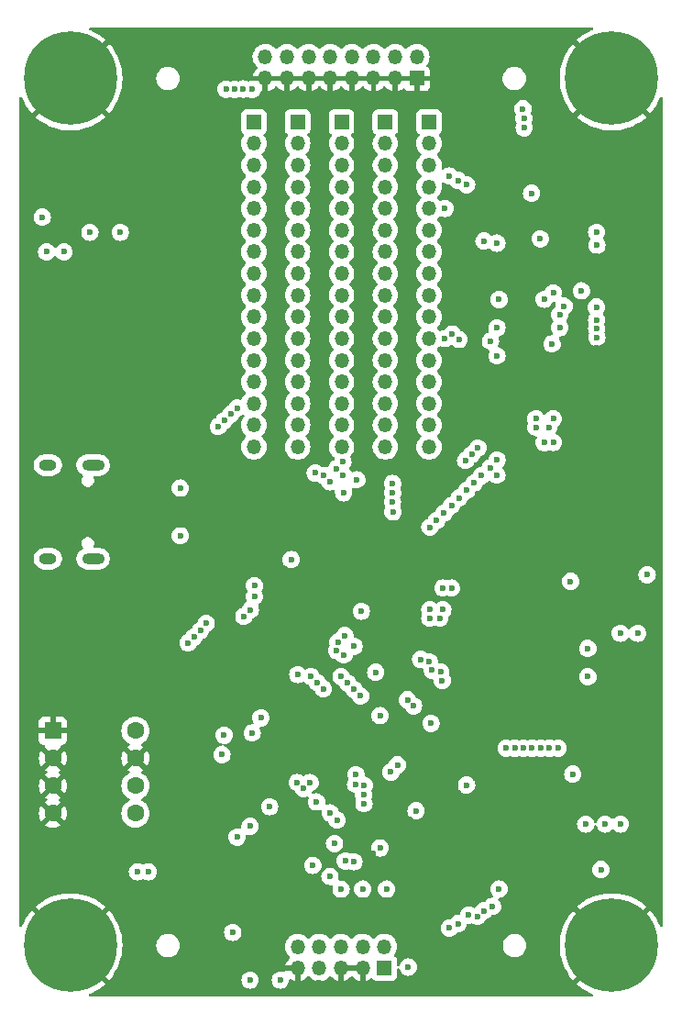
<source format=gbr>
%TF.GenerationSoftware,KiCad,Pcbnew,8.0.1*%
%TF.CreationDate,2024-05-18T20:09:52+02:00*%
%TF.ProjectId,STM32H7B0_devboard,53544d33-3248-4374-9230-5f646576626f,rev?*%
%TF.SameCoordinates,Original*%
%TF.FileFunction,Copper,L2,Inr*%
%TF.FilePolarity,Positive*%
%FSLAX46Y46*%
G04 Gerber Fmt 4.6, Leading zero omitted, Abs format (unit mm)*
G04 Created by KiCad (PCBNEW 8.0.1) date 2024-05-18 20:09:52*
%MOMM*%
%LPD*%
G01*
G04 APERTURE LIST*
%TA.AperFunction,ComponentPad*%
%ADD10C,0.900000*%
%TD*%
%TA.AperFunction,ComponentPad*%
%ADD11C,8.600000*%
%TD*%
%TA.AperFunction,ComponentPad*%
%ADD12R,1.350000X1.350000*%
%TD*%
%TA.AperFunction,ComponentPad*%
%ADD13O,1.350000X1.350000*%
%TD*%
%TA.AperFunction,ComponentPad*%
%ADD14O,2.100000X1.000000*%
%TD*%
%TA.AperFunction,ComponentPad*%
%ADD15O,1.600000X1.000000*%
%TD*%
%TA.AperFunction,ComponentPad*%
%ADD16R,1.600000X1.600000*%
%TD*%
%TA.AperFunction,ComponentPad*%
%ADD17C,1.600000*%
%TD*%
%TA.AperFunction,ViaPad*%
%ADD18C,0.600000*%
%TD*%
G04 APERTURE END LIST*
D10*
%TO.N,GND*%
%TO.C,H4*%
X166775000Y-120000000D03*
X167719581Y-117719581D03*
X167719581Y-122280419D03*
X170000000Y-116775000D03*
D11*
X170000000Y-120000000D03*
D10*
X170000000Y-123225000D03*
X172280419Y-117719581D03*
X172280419Y-122280419D03*
X173225000Y-120000000D03*
%TD*%
D12*
%TO.N,/A0*%
%TO.C,J4*%
X136940000Y-44000000D03*
D13*
%TO.N,/A1*%
X136940000Y-46000000D03*
%TO.N,/A2*%
X136940000Y-48000000D03*
%TO.N,/A3*%
X136940000Y-50000000D03*
%TO.N,/A4*%
X136940000Y-52000000D03*
%TO.N,/A5*%
X136940000Y-54000000D03*
%TO.N,Net-(J4-Pin_7)*%
X136940000Y-56000000D03*
%TO.N,Net-(J4-Pin_8)*%
X136940000Y-58000000D03*
%TO.N,/A8*%
X136940000Y-60000000D03*
%TO.N,/A9*%
X136940000Y-62000000D03*
%TO.N,/A10*%
X136940000Y-64000000D03*
%TO.N,Net-(J4-Pin_12)*%
X136940000Y-66000000D03*
%TO.N,Net-(J4-Pin_13)*%
X136940000Y-68000000D03*
%TO.N,Net-(J4-Pin_14)*%
X136940000Y-70000000D03*
%TO.N,Net-(J4-Pin_15)*%
X136940000Y-72000000D03*
%TO.N,/A15*%
X136940000Y-74000000D03*
%TD*%
D14*
%TO.N,unconnected-(J3-SHIELD-PadS1)_2*%
%TO.C,J3*%
X122105000Y-75680000D03*
D15*
%TO.N,unconnected-(J3-SHIELD-PadS1)_1*%
X117925000Y-75680000D03*
D14*
%TO.N,unconnected-(J3-SHIELD-PadS1)_0*%
X122105000Y-84320000D03*
D15*
%TO.N,unconnected-(J3-SHIELD-PadS1)*%
X117925000Y-84320000D03*
%TD*%
D10*
%TO.N,GND*%
%TO.C,H1*%
X116775000Y-40000000D03*
X117719581Y-37719581D03*
X117719581Y-42280419D03*
X120000000Y-36775000D03*
D11*
X120000000Y-40000000D03*
D10*
X120000000Y-43225000D03*
X122280419Y-37719581D03*
X122280419Y-42280419D03*
X123225000Y-40000000D03*
%TD*%
D12*
%TO.N,+3V3*%
%TO.C,J1*%
X149000000Y-122099998D03*
D13*
%TO.N,/J1_SWDIO*%
X149000000Y-120099997D03*
%TO.N,GND*%
X146999999Y-122099998D03*
%TO.N,/J1_SWCLK*%
X147000000Y-120099998D03*
%TO.N,GND*%
X145000000Y-122099998D03*
%TO.N,/J1_SWO*%
X144999999Y-120099998D03*
%TO.N,unconnected-(J1-Pin_7-Pad7)*%
X143000000Y-122099998D03*
%TO.N,unconnected-(J1-Pin_8-Pad8)*%
X143000000Y-120099998D03*
%TO.N,GND*%
X141000000Y-122099998D03*
%TO.N,/J1_NRST*%
X141000000Y-120099998D03*
%TD*%
D12*
%TO.N,GND*%
%TO.C,J9*%
X152000000Y-40000000D03*
D13*
%TO.N,+3V3*%
X152000000Y-37999999D03*
%TO.N,GND*%
X149999999Y-40000000D03*
%TO.N,+3V3*%
X150000000Y-38000000D03*
%TO.N,GND*%
X148000000Y-40000000D03*
%TO.N,+3V3*%
X147999999Y-38000000D03*
%TO.N,GND*%
X146000000Y-40000000D03*
%TO.N,+3V3*%
X146000000Y-38000000D03*
%TO.N,GND*%
X144000000Y-40000000D03*
%TO.N,+5V*%
X144000000Y-38000000D03*
%TO.N,GND*%
X142000000Y-40000000D03*
%TO.N,+5V*%
X142000000Y-38000000D03*
%TO.N,GND*%
X140000001Y-40000000D03*
%TO.N,+5V*%
X140000000Y-38000000D03*
%TO.N,GND*%
X138000000Y-40000000D03*
%TO.N,+5V*%
X138000001Y-38000000D03*
%TD*%
D12*
%TO.N,Net-(J5-Pin_1)*%
%TO.C,J5*%
X140990000Y-44000000D03*
D13*
%TO.N,Net-(J5-Pin_2)*%
X140990000Y-46000000D03*
%TO.N,Net-(J5-Pin_3)*%
X140990000Y-48000000D03*
%TO.N,Net-(J5-Pin_4)*%
X140990000Y-50000000D03*
%TO.N,/B4*%
X140990000Y-52000000D03*
%TO.N,/B5*%
X140990000Y-54000000D03*
%TO.N,Net-(J5-Pin_7)*%
X140990000Y-56000000D03*
%TO.N,Net-(J5-Pin_8)*%
X140990000Y-58000000D03*
%TO.N,/B8*%
X140990000Y-60000000D03*
%TO.N,/B9*%
X140990000Y-62000000D03*
%TO.N,Net-(J5-Pin_11)*%
X140990000Y-64000000D03*
%TO.N,Net-(J5-Pin_12)*%
X140990000Y-66000000D03*
%TO.N,Net-(J5-Pin_13)*%
X140990000Y-68000000D03*
%TO.N,Net-(J5-Pin_14)*%
X140990000Y-70000000D03*
%TO.N,Net-(J5-Pin_15)*%
X140990000Y-72000000D03*
%TO.N,Net-(J5-Pin_16)*%
X140990000Y-74000000D03*
%TD*%
D16*
%TO.N,GND*%
%TO.C,J2*%
X118390000Y-100190000D03*
D17*
X118390000Y-102730000D03*
X118390000Y-105270000D03*
X118390000Y-107810000D03*
%TO.N,/I2C_SDA*%
X126010000Y-107810000D03*
%TO.N,/I2C_SCL*%
X126010000Y-105270000D03*
%TO.N,GND*%
X126010000Y-102730000D03*
%TO.N,+3V3*%
X126010000Y-100190000D03*
%TD*%
D10*
%TO.N,GND*%
%TO.C,H3*%
X116775000Y-120000000D03*
X117719581Y-117719581D03*
X117719581Y-122280419D03*
X120000000Y-116775000D03*
D11*
X120000000Y-120000000D03*
D10*
X120000000Y-123225000D03*
X122280419Y-117719581D03*
X122280419Y-122280419D03*
X123225000Y-120000000D03*
%TD*%
D12*
%TO.N,/E0*%
%TO.C,J8*%
X153140000Y-44000000D03*
D13*
%TO.N,/E1*%
X153140000Y-46000000D03*
%TO.N,/E2*%
X153140000Y-48000000D03*
%TO.N,/E3*%
X153140000Y-50000000D03*
%TO.N,/E4*%
X153140000Y-52000000D03*
%TO.N,/E5*%
X153140000Y-54000000D03*
%TO.N,/E6*%
X153140000Y-56000000D03*
%TO.N,/E7*%
X153140000Y-58000000D03*
%TO.N,/E8*%
X153140000Y-60000000D03*
%TO.N,/E9*%
X153140000Y-62000000D03*
%TO.N,/E10*%
X153140000Y-64000000D03*
%TO.N,Net-(J8-Pin_12)*%
X153140000Y-66000000D03*
%TO.N,/E12*%
X153140000Y-68000000D03*
%TO.N,/E13*%
X153140000Y-70000000D03*
%TO.N,/E14*%
X153140000Y-72000000D03*
%TO.N,/E15*%
X153140000Y-74000000D03*
%TD*%
D12*
%TO.N,Net-(J6-Pin_1)*%
%TO.C,J6*%
X145040000Y-44000000D03*
D13*
%TO.N,/C1*%
X145040000Y-46000000D03*
%TO.N,/C2_C*%
X145040000Y-48000000D03*
%TO.N,/C3_C*%
X145040000Y-50000000D03*
%TO.N,/C4*%
X145040000Y-52000000D03*
%TO.N,/C5*%
X145040000Y-54000000D03*
%TO.N,/C6*%
X145040000Y-56000000D03*
%TO.N,/C7*%
X145040000Y-58000000D03*
%TO.N,/C8*%
X145040000Y-60000000D03*
%TO.N,/C9*%
X145040000Y-62000000D03*
%TO.N,/C10*%
X145040000Y-64000000D03*
%TO.N,/C11*%
X145040000Y-66000000D03*
%TO.N,/C12*%
X145040000Y-68000000D03*
%TO.N,/C13*%
X145040000Y-70000000D03*
%TO.N,unconnected-(J6-Pin_15-Pad15)*%
X145040000Y-72000000D03*
%TO.N,unconnected-(J6-Pin_16-Pad16)*%
X145040000Y-74000000D03*
%TD*%
D12*
%TO.N,/D0*%
%TO.C,J7*%
X149090000Y-44000000D03*
D13*
%TO.N,/D1*%
X149090000Y-46000000D03*
%TO.N,/D2*%
X149090000Y-48000000D03*
%TO.N,/D3*%
X149090000Y-50000000D03*
%TO.N,/D4*%
X149090000Y-52000000D03*
%TO.N,/D5*%
X149090000Y-54000000D03*
%TO.N,/D6*%
X149090000Y-56000000D03*
%TO.N,/D7*%
X149090000Y-58000000D03*
%TO.N,/D8*%
X149090000Y-60000000D03*
%TO.N,/D9*%
X149090000Y-62000000D03*
%TO.N,/D10*%
X149090000Y-64000000D03*
%TO.N,/D11*%
X149090000Y-66000000D03*
%TO.N,/D12*%
X149090000Y-68000000D03*
%TO.N,/D13*%
X149090000Y-70000000D03*
%TO.N,/D14*%
X149090000Y-72000000D03*
%TO.N,/D15*%
X149090000Y-74000000D03*
%TD*%
D10*
%TO.N,GND*%
%TO.C,H2*%
X166775000Y-40000000D03*
X167719581Y-37719581D03*
X167719581Y-42280419D03*
X170000000Y-36775000D03*
D11*
X170000000Y-40000000D03*
D10*
X170000000Y-43225000D03*
X172280419Y-37719581D03*
X172280419Y-42280419D03*
X173225000Y-40000000D03*
%TD*%
D18*
%TO.N,+3V3*%
X139400000Y-123200000D03*
X146866892Y-89167423D03*
X148600000Y-111000000D03*
X136600000Y-109000000D03*
X144400000Y-110600000D03*
X142392892Y-112607108D03*
X151927206Y-107575736D03*
X166400000Y-104200000D03*
X153299934Y-99500065D03*
X168627250Y-55400000D03*
X124600000Y-54200000D03*
X167800000Y-95200000D03*
X168627250Y-63900000D03*
X127200000Y-113200000D03*
X119400000Y-56000000D03*
X117400000Y-52800000D03*
X126200000Y-113200000D03*
X117800000Y-56000000D03*
X162600000Y-50600000D03*
X167200000Y-59600000D03*
X134200000Y-100600000D03*
X151200000Y-122000000D03*
X156600000Y-105200000D03*
X121800000Y-54200000D03*
%TO.N,GND*%
X121400000Y-66200000D03*
X165200000Y-51800000D03*
X131200000Y-103600000D03*
X126000000Y-68425000D03*
X136800000Y-120600000D03*
X123600000Y-49924999D03*
X172400000Y-104800000D03*
X124600000Y-66200000D03*
X168627250Y-56400000D03*
X168627250Y-50400000D03*
X154211003Y-108394579D03*
X124580000Y-83820000D03*
X154000000Y-112000000D03*
X124600000Y-76800000D03*
X148017158Y-88017158D03*
X168700000Y-58900000D03*
X168627250Y-64880000D03*
X156600758Y-97952229D03*
X117400000Y-50000000D03*
X120600000Y-58400000D03*
X130000000Y-104800000D03*
X153521320Y-104278680D03*
X168627250Y-53000000D03*
X132600000Y-98000000D03*
X151378949Y-108347778D03*
X150000000Y-112600000D03*
X147918007Y-111500085D03*
X140292892Y-110507108D03*
X143000000Y-123400000D03*
%TO.N,/STATUS_LED*%
X143975735Y-113624265D03*
X150206210Y-103340371D03*
X135400000Y-110000000D03*
X145400000Y-112200000D03*
%TO.N,/USB_DN*%
X130145000Y-77800000D03*
%TO.N,/USB_DP*%
X130145000Y-82200000D03*
%TO.N,/A0*%
X155000000Y-118400000D03*
%TO.N,/A3*%
X156800000Y-117200000D03*
%TO.N,/A2*%
X157590538Y-117318228D03*
%TO.N,/A1*%
X155800000Y-118000000D03*
%TO.N,/A4*%
X158200000Y-116800000D03*
%TO.N,/A5*%
X159000000Y-116400000D03*
%TO.N,/A15*%
X136800000Y-100400000D03*
%TO.N,Net-(J5-Pin_13)*%
X159600000Y-60400000D03*
%TO.N,Net-(J5-Pin_8)*%
X137000000Y-86800000D03*
%TO.N,Net-(J5-Pin_12)*%
X158200000Y-55000000D03*
%TO.N,Net-(J5-Pin_14)*%
X159400000Y-63000000D03*
%TO.N,Net-(J5-Pin_2)*%
X166200000Y-86400000D03*
%TO.N,/B8*%
X142729133Y-106756070D03*
%TO.N,Net-(J5-Pin_15)*%
X159400000Y-65600000D03*
%TO.N,Net-(J5-Pin_16)*%
X158799260Y-64247789D03*
%TO.N,Net-(J5-Pin_1)*%
X169000000Y-113000000D03*
%TO.N,/B5*%
X141545683Y-105523592D03*
%TO.N,Net-(J5-Pin_11)*%
X159400000Y-55200000D03*
%TO.N,Net-(J5-Pin_7)*%
X140400000Y-84400000D03*
X137000943Y-87799057D03*
%TO.N,Net-(J5-Pin_4)*%
X136624265Y-89024265D03*
%TO.N,/B4*%
X140948479Y-104970557D03*
%TO.N,/B9*%
X142148479Y-104973222D03*
%TO.N,Net-(J5-Pin_3)*%
X173275735Y-85800000D03*
%TO.N,/C13*%
X146464215Y-77032843D03*
X148600000Y-98800000D03*
%TO.N,/C9*%
X144600000Y-76000000D03*
%TO.N,/C3_C*%
X145276012Y-93194259D03*
%TO.N,/C4*%
X151700000Y-97900000D03*
%TO.N,/C8*%
X145200000Y-76600000D03*
%TO.N,/C1*%
X141000000Y-95000000D03*
%TO.N,/C11*%
X142824265Y-95741423D03*
X143375735Y-76624265D03*
%TO.N,/C2_C*%
X144585269Y-92790677D03*
%TO.N,/C12*%
X143372457Y-96324080D03*
X143975735Y-77224265D03*
%TO.N,/C6*%
X145175735Y-75375735D03*
%TO.N,/C5*%
X151134313Y-97334313D03*
%TO.N,Net-(J6-Pin_1)*%
X136024265Y-89624265D03*
%TO.N,/C7*%
X145231372Y-78231373D03*
%TO.N,/C10*%
X142606692Y-76407523D03*
X142224265Y-95175735D03*
%TO.N,/D2*%
X131435279Y-91516329D03*
X135176442Y-41009422D03*
X134235209Y-71553321D03*
%TO.N,/D0*%
X136800000Y-41000000D03*
X132547200Y-90275735D03*
X135400000Y-70400000D03*
%TO.N,/D4*%
X154600000Y-52000000D03*
X145000000Y-95179858D03*
X159400000Y-76600000D03*
X153201396Y-89019483D03*
%TO.N,/D9*%
X149748530Y-79100000D03*
%TO.N,/D6*%
X146200000Y-96379839D03*
X155200445Y-87019483D03*
X154117161Y-89800776D03*
%TO.N,/D7*%
X154401396Y-89018643D03*
X146800000Y-96979903D03*
X154401396Y-87019483D03*
%TO.N,/D3*%
X133669522Y-72119008D03*
X130869519Y-92081943D03*
X134376546Y-40996348D03*
%TO.N,/D8*%
X149800000Y-80000000D03*
%TO.N,/D10*%
X149767521Y-78226594D03*
%TO.N,/D11*%
X149772793Y-77372793D03*
%TO.N,/D5*%
X159407108Y-75207108D03*
X153200613Y-89819485D03*
X145600000Y-95779903D03*
%TO.N,/D1*%
X134800896Y-70987633D03*
X132000000Y-90949677D03*
X135975735Y-40975735D03*
%TO.N,/E8*%
X157072078Y-74667625D03*
X155281780Y-63582843D03*
X157310662Y-77303554D03*
%TO.N,/E1*%
X155800000Y-49400000D03*
X144636212Y-108436212D03*
X161047655Y-101800393D03*
%TO.N,/E4*%
X161915805Y-44561393D03*
X147136800Y-105214671D03*
X163447661Y-101800000D03*
%TO.N,/E10*%
X155907108Y-78707108D03*
%TO.N,/E13*%
X154507108Y-80107108D03*
%TO.N,/E2*%
X161847657Y-101799975D03*
X155000000Y-49000000D03*
X146379533Y-104243565D03*
%TO.N,/E12*%
X155207108Y-79407108D03*
%TO.N,/E6*%
X147115786Y-106901429D03*
X161800000Y-42800000D03*
X165047667Y-101800000D03*
%TO.N,/E5*%
X161896456Y-43693514D03*
X164247664Y-101800000D03*
X147084343Y-106084343D03*
%TO.N,/E3*%
X162647659Y-101800002D03*
X146335813Y-105135815D03*
%TO.N,/E14*%
X153807108Y-80807108D03*
%TO.N,/E9*%
X156506390Y-75233312D03*
X154600000Y-64000000D03*
X156607108Y-78007108D03*
%TO.N,/E7*%
X157962439Y-76651777D03*
X155904960Y-64084491D03*
X157637765Y-74101938D03*
%TO.N,/E0*%
X144000000Y-107773977D03*
X156600000Y-49800000D03*
X160247653Y-101799124D03*
%TO.N,/E15*%
X153207108Y-81407108D03*
%TO.N,Net-(J8-Pin_12)*%
X159600000Y-114800000D03*
X158800000Y-75907108D03*
%TO.N,/QSPI1_IO3*%
X154343359Y-95543359D03*
X167800000Y-92600000D03*
%TO.N,/QSPI1_IO2*%
X170800000Y-108800000D03*
X154191868Y-94757831D03*
%TO.N,/SWDIO*%
X137600000Y-99000000D03*
X149200000Y-114800000D03*
%TO.N,/SWCLK*%
X147000000Y-114800000D03*
X134000000Y-102400000D03*
%TO.N,/QSPI1_IO1*%
X169400000Y-108800000D03*
X153400000Y-94600000D03*
%TO.N,/QSPI1_IO0*%
X172400000Y-91200000D03*
X153147017Y-93841051D03*
%TO.N,/QSPI1_SCK*%
X152349257Y-93600000D03*
X170800000Y-91200000D03*
%TO.N,/SWO*%
X138400000Y-107200000D03*
X145000000Y-114800000D03*
%TO.N,/LCD_BACKLIGHT*%
X163400000Y-54800000D03*
%TO.N,/LCD_RESET*%
X146200000Y-92400000D03*
X165200000Y-63000000D03*
%TO.N,/SPI2_NSS*%
X163772206Y-60380220D03*
X165600000Y-61000000D03*
X164200000Y-72200000D03*
X163000000Y-72200000D03*
%TO.N,/SPI2_SCK*%
X164600000Y-73586880D03*
X145351471Y-91400000D03*
X165200000Y-61800000D03*
%TO.N,/LCD_COMMAND*%
X144703883Y-92000000D03*
X163757295Y-73601373D03*
X168581466Y-61100000D03*
X164500000Y-64500000D03*
%TO.N,/SPI2_MOSI*%
X164600000Y-71400000D03*
X164600000Y-59780220D03*
X163000000Y-71400000D03*
%TO.N,/QSPI1_NSS*%
X148200000Y-94800000D03*
X167600000Y-108800000D03*
%TO.N,/NRST*%
X146196348Y-112276381D03*
X149600000Y-104000000D03*
%TO.N,/LCD_LEDK*%
X168600000Y-54200000D03*
%TO.N,/LCD_NSS*%
X168600000Y-62300000D03*
%TO.N,/LCD_RST*%
X168600000Y-63100003D03*
%TO.N,/BOOT0*%
X135000000Y-118800000D03*
%TO.N,Net-(JP21-B)*%
X136600000Y-123200000D03*
%TD*%
%TA.AperFunction,Conductor*%
%TO.N,GND*%
G36*
X146679919Y-121854392D02*
G01*
X146627258Y-121945604D01*
X146599999Y-122047337D01*
X146599999Y-122152659D01*
X146627258Y-122254392D01*
X146679919Y-122345604D01*
X146684313Y-122349998D01*
X145315686Y-122349998D01*
X145320080Y-122345604D01*
X145372741Y-122254392D01*
X145400000Y-122152659D01*
X145400000Y-122047337D01*
X145372741Y-121945604D01*
X145320080Y-121854392D01*
X145315686Y-121849998D01*
X146684313Y-121849998D01*
X146679919Y-121854392D01*
G37*
%TD.AperFunction*%
%TA.AperFunction,Conductor*%
G36*
X139679921Y-39754394D02*
G01*
X139627260Y-39845606D01*
X139600001Y-39947339D01*
X139600001Y-40052661D01*
X139627260Y-40154394D01*
X139679921Y-40245606D01*
X139684315Y-40250000D01*
X138315686Y-40250000D01*
X138320080Y-40245606D01*
X138372741Y-40154394D01*
X138400000Y-40052661D01*
X138400000Y-39947339D01*
X138372741Y-39845606D01*
X138320080Y-39754394D01*
X138315686Y-39750000D01*
X139684315Y-39750000D01*
X139679921Y-39754394D01*
G37*
%TD.AperFunction*%
%TA.AperFunction,Conductor*%
G36*
X141679920Y-39754394D02*
G01*
X141627259Y-39845606D01*
X141600000Y-39947339D01*
X141600000Y-40052661D01*
X141627259Y-40154394D01*
X141679920Y-40245606D01*
X141684314Y-40250000D01*
X140315687Y-40250000D01*
X140320081Y-40245606D01*
X140372742Y-40154394D01*
X140400001Y-40052661D01*
X140400001Y-39947339D01*
X140372742Y-39845606D01*
X140320081Y-39754394D01*
X140315687Y-39750000D01*
X141684314Y-39750000D01*
X141679920Y-39754394D01*
G37*
%TD.AperFunction*%
%TA.AperFunction,Conductor*%
G36*
X143679920Y-39754394D02*
G01*
X143627259Y-39845606D01*
X143600000Y-39947339D01*
X143600000Y-40052661D01*
X143627259Y-40154394D01*
X143679920Y-40245606D01*
X143684314Y-40250000D01*
X142315686Y-40250000D01*
X142320080Y-40245606D01*
X142372741Y-40154394D01*
X142400000Y-40052661D01*
X142400000Y-39947339D01*
X142372741Y-39845606D01*
X142320080Y-39754394D01*
X142315686Y-39750000D01*
X143684314Y-39750000D01*
X143679920Y-39754394D01*
G37*
%TD.AperFunction*%
%TA.AperFunction,Conductor*%
G36*
X145679920Y-39754394D02*
G01*
X145627259Y-39845606D01*
X145600000Y-39947339D01*
X145600000Y-40052661D01*
X145627259Y-40154394D01*
X145679920Y-40245606D01*
X145684314Y-40250000D01*
X144315686Y-40250000D01*
X144320080Y-40245606D01*
X144372741Y-40154394D01*
X144400000Y-40052661D01*
X144400000Y-39947339D01*
X144372741Y-39845606D01*
X144320080Y-39754394D01*
X144315686Y-39750000D01*
X145684314Y-39750000D01*
X145679920Y-39754394D01*
G37*
%TD.AperFunction*%
%TA.AperFunction,Conductor*%
G36*
X147679920Y-39754394D02*
G01*
X147627259Y-39845606D01*
X147600000Y-39947339D01*
X147600000Y-40052661D01*
X147627259Y-40154394D01*
X147679920Y-40245606D01*
X147684314Y-40250000D01*
X146315686Y-40250000D01*
X146320080Y-40245606D01*
X146372741Y-40154394D01*
X146400000Y-40052661D01*
X146400000Y-39947339D01*
X146372741Y-39845606D01*
X146320080Y-39754394D01*
X146315686Y-39750000D01*
X147684314Y-39750000D01*
X147679920Y-39754394D01*
G37*
%TD.AperFunction*%
%TA.AperFunction,Conductor*%
G36*
X149679919Y-39754394D02*
G01*
X149627258Y-39845606D01*
X149599999Y-39947339D01*
X149599999Y-40052661D01*
X149627258Y-40154394D01*
X149679919Y-40245606D01*
X149684313Y-40250000D01*
X148315686Y-40250000D01*
X148320080Y-40245606D01*
X148372741Y-40154394D01*
X148400000Y-40052661D01*
X148400000Y-39947339D01*
X148372741Y-39845606D01*
X148320080Y-39754394D01*
X148315686Y-39750000D01*
X149684313Y-39750000D01*
X149679919Y-39754394D01*
G37*
%TD.AperFunction*%
%TA.AperFunction,Conductor*%
G36*
X151679920Y-39754394D02*
G01*
X151627259Y-39845606D01*
X151600000Y-39947339D01*
X151600000Y-40052661D01*
X151627259Y-40154394D01*
X151679920Y-40245606D01*
X151684314Y-40250000D01*
X150315685Y-40250000D01*
X150320079Y-40245606D01*
X150372740Y-40154394D01*
X150399999Y-40052661D01*
X150399999Y-39947339D01*
X150372740Y-39845606D01*
X150320079Y-39754394D01*
X150315685Y-39750000D01*
X151684314Y-39750000D01*
X151679920Y-39754394D01*
G37*
%TD.AperFunction*%
%TA.AperFunction,Conductor*%
G36*
X168244891Y-35320185D02*
G01*
X168290646Y-35372989D01*
X168300590Y-35442147D01*
X168271565Y-35505703D01*
X168221422Y-35540593D01*
X168111583Y-35581816D01*
X168111569Y-35581821D01*
X167723146Y-35768876D01*
X167723140Y-35768879D01*
X167353024Y-35990013D01*
X167004235Y-36243423D01*
X166786877Y-36433322D01*
X166786877Y-36433323D01*
X168666651Y-38313098D01*
X168579365Y-38380076D01*
X168380076Y-38579365D01*
X168313098Y-38666651D01*
X166432223Y-36785777D01*
X166381624Y-36838699D01*
X166381612Y-36838712D01*
X166112800Y-37175791D01*
X166112799Y-37175792D01*
X165875294Y-37535600D01*
X165670989Y-37915261D01*
X165670985Y-37915269D01*
X165501545Y-38311695D01*
X165501542Y-38311703D01*
X165368313Y-38721741D01*
X165272378Y-39142061D01*
X165214505Y-39569298D01*
X165214504Y-39569307D01*
X165195162Y-39999996D01*
X165195162Y-40000003D01*
X165214504Y-40430692D01*
X165214505Y-40430701D01*
X165272378Y-40857938D01*
X165368313Y-41278258D01*
X165501542Y-41688296D01*
X165501545Y-41688304D01*
X165670985Y-42084730D01*
X165670989Y-42084738D01*
X165875294Y-42464399D01*
X166112799Y-42824207D01*
X166112800Y-42824208D01*
X166381608Y-43161282D01*
X166432223Y-43214221D01*
X168313097Y-41333347D01*
X168380076Y-41420635D01*
X168579365Y-41619924D01*
X168666651Y-41686901D01*
X166786877Y-43566675D01*
X167004227Y-43756569D01*
X167004244Y-43756582D01*
X167353024Y-44009986D01*
X167723140Y-44231120D01*
X167723146Y-44231123D01*
X168111569Y-44418178D01*
X168111583Y-44418184D01*
X168515209Y-44569667D01*
X168515234Y-44569675D01*
X168930816Y-44684369D01*
X169355023Y-44761351D01*
X169784435Y-44799999D01*
X169784438Y-44800000D01*
X170215562Y-44800000D01*
X170215564Y-44799999D01*
X170644976Y-44761351D01*
X171069183Y-44684369D01*
X171484765Y-44569675D01*
X171484790Y-44569667D01*
X171888416Y-44418184D01*
X171888430Y-44418178D01*
X172276853Y-44231123D01*
X172276859Y-44231120D01*
X172646975Y-44009986D01*
X172995755Y-43756582D01*
X172995772Y-43756569D01*
X173213121Y-43566675D01*
X171333348Y-41686901D01*
X171420635Y-41619924D01*
X171619924Y-41420635D01*
X171686901Y-41333348D01*
X173567776Y-43214222D01*
X173618386Y-43161289D01*
X173618386Y-43161288D01*
X173887199Y-42824208D01*
X173887200Y-42824207D01*
X174124705Y-42464399D01*
X174329010Y-42084738D01*
X174329014Y-42084730D01*
X174461479Y-41774813D01*
X174505927Y-41720905D01*
X174572465Y-41699585D01*
X174639966Y-41717623D01*
X174687000Y-41769291D01*
X174699500Y-41823548D01*
X174699500Y-118176451D01*
X174679815Y-118243490D01*
X174627011Y-118289245D01*
X174557853Y-118299189D01*
X174494297Y-118270164D01*
X174461479Y-118225186D01*
X174329014Y-117915269D01*
X174329010Y-117915261D01*
X174124705Y-117535600D01*
X173887200Y-117175792D01*
X173887199Y-117175791D01*
X173618391Y-116838717D01*
X173567774Y-116785776D01*
X171686900Y-118666650D01*
X171619924Y-118579365D01*
X171420635Y-118380076D01*
X171333346Y-118313097D01*
X173213121Y-116433323D01*
X172995772Y-116243430D01*
X172995755Y-116243417D01*
X172646975Y-115990013D01*
X172276859Y-115768879D01*
X172276853Y-115768876D01*
X171888430Y-115581821D01*
X171888416Y-115581815D01*
X171484790Y-115430332D01*
X171484765Y-115430324D01*
X171069183Y-115315630D01*
X170644976Y-115238648D01*
X170215564Y-115200000D01*
X169784435Y-115200000D01*
X169355023Y-115238648D01*
X168930816Y-115315630D01*
X168515234Y-115430324D01*
X168515209Y-115430332D01*
X168111583Y-115581815D01*
X168111569Y-115581821D01*
X167723146Y-115768876D01*
X167723140Y-115768879D01*
X167353024Y-115990013D01*
X167004235Y-116243423D01*
X166786877Y-116433322D01*
X166786877Y-116433323D01*
X168666652Y-118313098D01*
X168579365Y-118380076D01*
X168380076Y-118579365D01*
X168313098Y-118666651D01*
X166432223Y-116785777D01*
X166381624Y-116838699D01*
X166381612Y-116838712D01*
X166112800Y-117175791D01*
X166112799Y-117175792D01*
X165875294Y-117535600D01*
X165670989Y-117915261D01*
X165670985Y-117915269D01*
X165501545Y-118311695D01*
X165501542Y-118311703D01*
X165368313Y-118721741D01*
X165272378Y-119142061D01*
X165214505Y-119569298D01*
X165214504Y-119569307D01*
X165195162Y-119999996D01*
X165195162Y-120000003D01*
X165214504Y-120430692D01*
X165214505Y-120430701D01*
X165272378Y-120857938D01*
X165368313Y-121278258D01*
X165501542Y-121688296D01*
X165501545Y-121688304D01*
X165670985Y-122084730D01*
X165670989Y-122084738D01*
X165875294Y-122464399D01*
X166112799Y-122824207D01*
X166112800Y-122824208D01*
X166381608Y-123161282D01*
X166432223Y-123214221D01*
X168313097Y-121333347D01*
X168380076Y-121420635D01*
X168579365Y-121619924D01*
X168666651Y-121686901D01*
X166786877Y-123566675D01*
X167004227Y-123756569D01*
X167004244Y-123756582D01*
X167353024Y-124009986D01*
X167723140Y-124231120D01*
X167723146Y-124231123D01*
X168111569Y-124418178D01*
X168111583Y-124418183D01*
X168221422Y-124459407D01*
X168277270Y-124501392D01*
X168301554Y-124566906D01*
X168286563Y-124635149D01*
X168237057Y-124684453D01*
X168177852Y-124699500D01*
X121822148Y-124699500D01*
X121755109Y-124679815D01*
X121709354Y-124627011D01*
X121699410Y-124557853D01*
X121728435Y-124494297D01*
X121778578Y-124459407D01*
X121888416Y-124418183D01*
X121888430Y-124418178D01*
X122276853Y-124231123D01*
X122276859Y-124231120D01*
X122646975Y-124009986D01*
X122995755Y-123756582D01*
X122995772Y-123756569D01*
X123213121Y-123566675D01*
X121333348Y-121686901D01*
X121420635Y-121619924D01*
X121619924Y-121420635D01*
X121686901Y-121333348D01*
X123567775Y-123214222D01*
X123567776Y-123214222D01*
X123581371Y-123200003D01*
X135794435Y-123200003D01*
X135814630Y-123379249D01*
X135814631Y-123379254D01*
X135874211Y-123549523D01*
X135970184Y-123702262D01*
X136097738Y-123829816D01*
X136250478Y-123925789D01*
X136420745Y-123985368D01*
X136420750Y-123985369D01*
X136599996Y-124005565D01*
X136600000Y-124005565D01*
X136600004Y-124005565D01*
X136779249Y-123985369D01*
X136779252Y-123985368D01*
X136779255Y-123985368D01*
X136949522Y-123925789D01*
X137102262Y-123829816D01*
X137229816Y-123702262D01*
X137325789Y-123549522D01*
X137385368Y-123379255D01*
X137391701Y-123323048D01*
X137405565Y-123200003D01*
X138594435Y-123200003D01*
X138614630Y-123379249D01*
X138614631Y-123379254D01*
X138674211Y-123549523D01*
X138770184Y-123702262D01*
X138897738Y-123829816D01*
X139050478Y-123925789D01*
X139220745Y-123985368D01*
X139220750Y-123985369D01*
X139399996Y-124005565D01*
X139400000Y-124005565D01*
X139400004Y-124005565D01*
X139579249Y-123985369D01*
X139579252Y-123985368D01*
X139579255Y-123985368D01*
X139749522Y-123925789D01*
X139902262Y-123829816D01*
X140029816Y-123702262D01*
X140125789Y-123549522D01*
X140185368Y-123379255D01*
X140205565Y-123200000D01*
X140205565Y-123199996D01*
X140205737Y-123198468D01*
X140232803Y-123134054D01*
X140290397Y-123094499D01*
X140360234Y-123092360D01*
X140394235Y-123106924D01*
X140474012Y-123156320D01*
X140474023Y-123156325D01*
X140677060Y-123234982D01*
X140750000Y-123248617D01*
X140750000Y-122415684D01*
X140754394Y-122420078D01*
X140845606Y-122472739D01*
X140947339Y-122499998D01*
X141052661Y-122499998D01*
X141154394Y-122472739D01*
X141245606Y-122420078D01*
X141250000Y-122415684D01*
X141250000Y-123248617D01*
X141322939Y-123234982D01*
X141525976Y-123156325D01*
X141525987Y-123156320D01*
X141711130Y-123041683D01*
X141711131Y-123041683D01*
X141872055Y-122894982D01*
X141900730Y-122857010D01*
X141956838Y-122815372D01*
X142026550Y-122810679D01*
X142087733Y-122844420D01*
X142098640Y-122857007D01*
X142117512Y-122881998D01*
X142127573Y-122895320D01*
X142288568Y-123042086D01*
X142288575Y-123042090D01*
X142288576Y-123042091D01*
X142473786Y-123156768D01*
X142473792Y-123156771D01*
X142496664Y-123165631D01*
X142676931Y-123235468D01*
X142891074Y-123275498D01*
X142891076Y-123275498D01*
X143108924Y-123275498D01*
X143108926Y-123275498D01*
X143323069Y-123235468D01*
X143526210Y-123156770D01*
X143711432Y-123042086D01*
X143872427Y-122895320D01*
X143901359Y-122857007D01*
X143957465Y-122815371D01*
X144027177Y-122810678D01*
X144088360Y-122844419D01*
X144099267Y-122857007D01*
X144127942Y-122894979D01*
X144127949Y-122894987D01*
X144288868Y-123041683D01*
X144474012Y-123156320D01*
X144474023Y-123156325D01*
X144677060Y-123234982D01*
X144750000Y-123248617D01*
X144750000Y-122415684D01*
X144754394Y-122420078D01*
X144845606Y-122472739D01*
X144947339Y-122499998D01*
X145052661Y-122499998D01*
X145154394Y-122472739D01*
X145245606Y-122420078D01*
X145250000Y-122415684D01*
X145250000Y-123248617D01*
X145322939Y-123234982D01*
X145525976Y-123156325D01*
X145525987Y-123156320D01*
X145711130Y-123041683D01*
X145711131Y-123041683D01*
X145872056Y-122894982D01*
X145872056Y-122894981D01*
X145901044Y-122856595D01*
X145957152Y-122814958D01*
X146026864Y-122810265D01*
X146088046Y-122844006D01*
X146098953Y-122856593D01*
X146127944Y-122894983D01*
X146288867Y-123041683D01*
X146474011Y-123156320D01*
X146474022Y-123156325D01*
X146677059Y-123234982D01*
X146749999Y-123248617D01*
X146749999Y-122415684D01*
X146754393Y-122420078D01*
X146845605Y-122472739D01*
X146947338Y-122499998D01*
X147052660Y-122499998D01*
X147154393Y-122472739D01*
X147245605Y-122420078D01*
X147249999Y-122415684D01*
X147249999Y-123248617D01*
X147322938Y-123234982D01*
X147525975Y-123156325D01*
X147525986Y-123156320D01*
X147711126Y-123041685D01*
X147722102Y-123031679D01*
X147784904Y-123001058D01*
X147854292Y-123009251D01*
X147904912Y-123049000D01*
X147967452Y-123132542D01*
X147967455Y-123132545D01*
X148082664Y-123218791D01*
X148082671Y-123218795D01*
X148217517Y-123269089D01*
X148217516Y-123269089D01*
X148224444Y-123269833D01*
X148277127Y-123275498D01*
X149722872Y-123275497D01*
X149782483Y-123269089D01*
X149917331Y-123218794D01*
X150032546Y-123132544D01*
X150118796Y-123017329D01*
X150169091Y-122882481D01*
X150175500Y-122822871D01*
X150175499Y-122225665D01*
X150195183Y-122158628D01*
X150247987Y-122112873D01*
X150317146Y-122102929D01*
X150380702Y-122131954D01*
X150416540Y-122184712D01*
X150474209Y-122349519D01*
X150474211Y-122349522D01*
X150570184Y-122502262D01*
X150697738Y-122629816D01*
X150788080Y-122686582D01*
X150805833Y-122697737D01*
X150850478Y-122725789D01*
X151020745Y-122785368D01*
X151020750Y-122785369D01*
X151199996Y-122805565D01*
X151200000Y-122805565D01*
X151200004Y-122805565D01*
X151379249Y-122785369D01*
X151379252Y-122785368D01*
X151379255Y-122785368D01*
X151549522Y-122725789D01*
X151702262Y-122629816D01*
X151829816Y-122502262D01*
X151925789Y-122349522D01*
X151985368Y-122179255D01*
X151988365Y-122152659D01*
X152005565Y-122000003D01*
X152005565Y-121999996D01*
X151985369Y-121820750D01*
X151985368Y-121820745D01*
X151939022Y-121688296D01*
X151925789Y-121650478D01*
X151829816Y-121497738D01*
X151702262Y-121370184D01*
X151679009Y-121355573D01*
X151549523Y-121274211D01*
X151379254Y-121214631D01*
X151379249Y-121214630D01*
X151200004Y-121194435D01*
X151199996Y-121194435D01*
X151020750Y-121214630D01*
X151020745Y-121214631D01*
X150850476Y-121274211D01*
X150697737Y-121370184D01*
X150570184Y-121497737D01*
X150474209Y-121650480D01*
X150416540Y-121815288D01*
X150375819Y-121872064D01*
X150310866Y-121897811D01*
X150242304Y-121884355D01*
X150191902Y-121835967D01*
X150175499Y-121774333D01*
X150175499Y-121377127D01*
X150175498Y-121377121D01*
X150174752Y-121370184D01*
X150169091Y-121317515D01*
X150164429Y-121305016D01*
X150118797Y-121182669D01*
X150118793Y-121182662D01*
X150032547Y-121067453D01*
X150032544Y-121067450D01*
X149946894Y-121003332D01*
X149905023Y-120947398D01*
X149900039Y-120877707D01*
X149922247Y-120829346D01*
X150003712Y-120721469D01*
X150100817Y-120526456D01*
X150160435Y-120316920D01*
X150180536Y-120099997D01*
X150171270Y-120000000D01*
X159942888Y-120000000D01*
X159961295Y-120198649D01*
X159961295Y-120198651D01*
X159961296Y-120198654D01*
X160015893Y-120390543D01*
X160015894Y-120390546D01*
X160104816Y-120569126D01*
X160104821Y-120569134D01*
X160223573Y-120726386D01*
X160225049Y-120728340D01*
X160372484Y-120862746D01*
X160542107Y-120967772D01*
X160728140Y-121039841D01*
X160924248Y-121076500D01*
X160924250Y-121076500D01*
X161123750Y-121076500D01*
X161123752Y-121076500D01*
X161319860Y-121039841D01*
X161505893Y-120967772D01*
X161675516Y-120862746D01*
X161822951Y-120728340D01*
X161943180Y-120569132D01*
X162032107Y-120390543D01*
X162086704Y-120198654D01*
X162105112Y-120000000D01*
X162086704Y-119801346D01*
X162032107Y-119609457D01*
X161966911Y-119478526D01*
X161943183Y-119430873D01*
X161943178Y-119430865D01*
X161822951Y-119271660D01*
X161698173Y-119157909D01*
X161675516Y-119137254D01*
X161675513Y-119137252D01*
X161675512Y-119137251D01*
X161505898Y-119032231D01*
X161505891Y-119032227D01*
X161369137Y-118979249D01*
X161319860Y-118960159D01*
X161123752Y-118923500D01*
X160924248Y-118923500D01*
X160728140Y-118960159D01*
X160728137Y-118960159D01*
X160728137Y-118960160D01*
X160542108Y-119032227D01*
X160542101Y-119032231D01*
X160372487Y-119137251D01*
X160225048Y-119271660D01*
X160104821Y-119430865D01*
X160104816Y-119430873D01*
X160015894Y-119609453D01*
X159961295Y-119801350D01*
X159942888Y-119999999D01*
X159942888Y-120000000D01*
X150171270Y-120000000D01*
X150160435Y-119883074D01*
X150100817Y-119673538D01*
X150003712Y-119478525D01*
X149872427Y-119304675D01*
X149711432Y-119157909D01*
X149711424Y-119157904D01*
X149711423Y-119157903D01*
X149526213Y-119043226D01*
X149526207Y-119043223D01*
X149441113Y-119010257D01*
X149323069Y-118964527D01*
X149108926Y-118924497D01*
X148891074Y-118924497D01*
X148676931Y-118964527D01*
X148638930Y-118979249D01*
X148473792Y-119043223D01*
X148473786Y-119043226D01*
X148288576Y-119157903D01*
X148288566Y-119157910D01*
X148127573Y-119304674D01*
X148098952Y-119342574D01*
X148042843Y-119384209D01*
X147973131Y-119388900D01*
X147911949Y-119355157D01*
X147901044Y-119342572D01*
X147872425Y-119304673D01*
X147711433Y-119157911D01*
X147711423Y-119157904D01*
X147526213Y-119043227D01*
X147526207Y-119043224D01*
X147441113Y-119010258D01*
X147323069Y-118964528D01*
X147108926Y-118924498D01*
X146891074Y-118924498D01*
X146676931Y-118964528D01*
X146638932Y-118979249D01*
X146473792Y-119043224D01*
X146473786Y-119043227D01*
X146288576Y-119157904D01*
X146288566Y-119157911D01*
X146127574Y-119304674D01*
X146098953Y-119342575D01*
X146042844Y-119384211D01*
X145973132Y-119388902D01*
X145911950Y-119355160D01*
X145901051Y-119342582D01*
X145872426Y-119304676D01*
X145872423Y-119304673D01*
X145872420Y-119304670D01*
X145711432Y-119157911D01*
X145711422Y-119157904D01*
X145526212Y-119043227D01*
X145526206Y-119043224D01*
X145441112Y-119010258D01*
X145323068Y-118964528D01*
X145108925Y-118924498D01*
X144891073Y-118924498D01*
X144676930Y-118964528D01*
X144638931Y-118979249D01*
X144473791Y-119043224D01*
X144473785Y-119043227D01*
X144288575Y-119157904D01*
X144288565Y-119157911D01*
X144127572Y-119304674D01*
X144098952Y-119342574D01*
X144042843Y-119384209D01*
X143973131Y-119388900D01*
X143911949Y-119355157D01*
X143901046Y-119342574D01*
X143872427Y-119304676D01*
X143872420Y-119304670D01*
X143711433Y-119157911D01*
X143711423Y-119157904D01*
X143526213Y-119043227D01*
X143526207Y-119043224D01*
X143441113Y-119010258D01*
X143323069Y-118964528D01*
X143108926Y-118924498D01*
X142891074Y-118924498D01*
X142676931Y-118964528D01*
X142638932Y-118979249D01*
X142473792Y-119043224D01*
X142473786Y-119043227D01*
X142288576Y-119157904D01*
X142288566Y-119157911D01*
X142127573Y-119304674D01*
X142098953Y-119342574D01*
X142042844Y-119384209D01*
X141973132Y-119388900D01*
X141911950Y-119355157D01*
X141901047Y-119342574D01*
X141872426Y-119304674D01*
X141711433Y-119157911D01*
X141711423Y-119157904D01*
X141526213Y-119043227D01*
X141526207Y-119043224D01*
X141441113Y-119010258D01*
X141323069Y-118964528D01*
X141108926Y-118924498D01*
X140891074Y-118924498D01*
X140676931Y-118964528D01*
X140638932Y-118979249D01*
X140473792Y-119043224D01*
X140473786Y-119043227D01*
X140288576Y-119157904D01*
X140288566Y-119157911D01*
X140127574Y-119304674D01*
X139996288Y-119478525D01*
X139899184Y-119673535D01*
X139839564Y-119883079D01*
X139819464Y-120099997D01*
X139819464Y-120099998D01*
X139839564Y-120316916D01*
X139839564Y-120316918D01*
X139839565Y-120316921D01*
X139871936Y-120430692D01*
X139899184Y-120526460D01*
X139996288Y-120721470D01*
X140127574Y-120895322D01*
X140251944Y-121008699D01*
X140288226Y-121068410D01*
X140286465Y-121138257D01*
X140251944Y-121191973D01*
X140127945Y-121305011D01*
X139996715Y-121478789D01*
X139899651Y-121673717D01*
X139849494Y-121849997D01*
X139849495Y-121849998D01*
X140684314Y-121849998D01*
X140679920Y-121854392D01*
X140627259Y-121945604D01*
X140600000Y-122047337D01*
X140600000Y-122152659D01*
X140627259Y-122254392D01*
X140679920Y-122345604D01*
X140684314Y-122349998D01*
X139849495Y-122349998D01*
X139813791Y-122397277D01*
X139795514Y-122425194D01*
X139731714Y-122453679D01*
X139674155Y-122447838D01*
X139579257Y-122414632D01*
X139579249Y-122414630D01*
X139400004Y-122394435D01*
X139399996Y-122394435D01*
X139220750Y-122414630D01*
X139220745Y-122414631D01*
X139050476Y-122474211D01*
X138897737Y-122570184D01*
X138770184Y-122697737D01*
X138674211Y-122850476D01*
X138614631Y-123020745D01*
X138614630Y-123020750D01*
X138594435Y-123199996D01*
X138594435Y-123200003D01*
X137405565Y-123200003D01*
X137405565Y-123199996D01*
X137385369Y-123020750D01*
X137385368Y-123020745D01*
X137341362Y-122894983D01*
X137325789Y-122850478D01*
X137321722Y-122844006D01*
X137284878Y-122785368D01*
X137229816Y-122697738D01*
X137102262Y-122570184D01*
X137032671Y-122526457D01*
X136949523Y-122474211D01*
X136779254Y-122414631D01*
X136779249Y-122414630D01*
X136600004Y-122394435D01*
X136599996Y-122394435D01*
X136420750Y-122414630D01*
X136420745Y-122414631D01*
X136250476Y-122474211D01*
X136097737Y-122570184D01*
X135970184Y-122697737D01*
X135874211Y-122850476D01*
X135814631Y-123020745D01*
X135814630Y-123020750D01*
X135794435Y-123199996D01*
X135794435Y-123200003D01*
X123581371Y-123200003D01*
X123618386Y-123161289D01*
X123618386Y-123161288D01*
X123887199Y-122824208D01*
X123887200Y-122824207D01*
X124124705Y-122464399D01*
X124329010Y-122084738D01*
X124329014Y-122084730D01*
X124498454Y-121688304D01*
X124498457Y-121688296D01*
X124631686Y-121278258D01*
X124727621Y-120857938D01*
X124785494Y-120430701D01*
X124785495Y-120430692D01*
X124804838Y-120000003D01*
X124804838Y-120000000D01*
X127918888Y-120000000D01*
X127937295Y-120198649D01*
X127937295Y-120198651D01*
X127937296Y-120198654D01*
X127991893Y-120390543D01*
X127991894Y-120390546D01*
X128080816Y-120569126D01*
X128080821Y-120569134D01*
X128199573Y-120726386D01*
X128201049Y-120728340D01*
X128348484Y-120862746D01*
X128518107Y-120967772D01*
X128704140Y-121039841D01*
X128900248Y-121076500D01*
X128900250Y-121076500D01*
X129099750Y-121076500D01*
X129099752Y-121076500D01*
X129295860Y-121039841D01*
X129481893Y-120967772D01*
X129651516Y-120862746D01*
X129798951Y-120728340D01*
X129919180Y-120569132D01*
X130008107Y-120390543D01*
X130062704Y-120198654D01*
X130081112Y-120000000D01*
X130062704Y-119801346D01*
X130008107Y-119609457D01*
X129942911Y-119478526D01*
X129919183Y-119430873D01*
X129919178Y-119430865D01*
X129798951Y-119271660D01*
X129674173Y-119157909D01*
X129651516Y-119137254D01*
X129651513Y-119137252D01*
X129651512Y-119137251D01*
X129481898Y-119032231D01*
X129481891Y-119032227D01*
X129345137Y-118979249D01*
X129295860Y-118960159D01*
X129099752Y-118923500D01*
X128900248Y-118923500D01*
X128704140Y-118960159D01*
X128704137Y-118960159D01*
X128704137Y-118960160D01*
X128518108Y-119032227D01*
X128518101Y-119032231D01*
X128348487Y-119137251D01*
X128201048Y-119271660D01*
X128080821Y-119430865D01*
X128080816Y-119430873D01*
X127991894Y-119609453D01*
X127937295Y-119801350D01*
X127918888Y-119999999D01*
X127918888Y-120000000D01*
X124804838Y-120000000D01*
X124804838Y-119999996D01*
X124785495Y-119569307D01*
X124785494Y-119569298D01*
X124727621Y-119142061D01*
X124649549Y-118800003D01*
X134194435Y-118800003D01*
X134214630Y-118979249D01*
X134214631Y-118979254D01*
X134274211Y-119149523D01*
X134296735Y-119185369D01*
X134370184Y-119302262D01*
X134497738Y-119429816D01*
X134650478Y-119525789D01*
X134804421Y-119579656D01*
X134820745Y-119585368D01*
X134820750Y-119585369D01*
X134999996Y-119605565D01*
X135000000Y-119605565D01*
X135000004Y-119605565D01*
X135179249Y-119585369D01*
X135179252Y-119585368D01*
X135179255Y-119585368D01*
X135349522Y-119525789D01*
X135502262Y-119429816D01*
X135629816Y-119302262D01*
X135725789Y-119149522D01*
X135785368Y-118979255D01*
X135785369Y-118979249D01*
X135805565Y-118800003D01*
X135805565Y-118799996D01*
X135785369Y-118620750D01*
X135785368Y-118620745D01*
X135725789Y-118450478D01*
X135694073Y-118400003D01*
X154194435Y-118400003D01*
X154214630Y-118579249D01*
X154214631Y-118579254D01*
X154274211Y-118749523D01*
X154343643Y-118860023D01*
X154370184Y-118902262D01*
X154497738Y-119029816D01*
X154650478Y-119125789D01*
X154820745Y-119185368D01*
X154820750Y-119185369D01*
X154999996Y-119205565D01*
X155000000Y-119205565D01*
X155000004Y-119205565D01*
X155179249Y-119185369D01*
X155179252Y-119185368D01*
X155179255Y-119185368D01*
X155349522Y-119125789D01*
X155502262Y-119029816D01*
X155629816Y-118902262D01*
X155656358Y-118860020D01*
X155708689Y-118813732D01*
X155775233Y-118802774D01*
X155800000Y-118805565D01*
X155800001Y-118805564D01*
X155800002Y-118805565D01*
X155800004Y-118805565D01*
X155979249Y-118785369D01*
X155979252Y-118785368D01*
X155979255Y-118785368D01*
X156149522Y-118725789D01*
X156302262Y-118629816D01*
X156429816Y-118502262D01*
X156525789Y-118349522D01*
X156585368Y-118179255D01*
X156593500Y-118107083D01*
X156620566Y-118042669D01*
X156678161Y-118003114D01*
X156730604Y-117997746D01*
X156799998Y-118005565D01*
X156800000Y-118005565D01*
X156800004Y-118005565D01*
X156979249Y-117985369D01*
X156979250Y-117985368D01*
X156979255Y-117985368D01*
X157031069Y-117967236D01*
X157100846Y-117963674D01*
X157137996Y-117979285D01*
X157241013Y-118044016D01*
X157411283Y-118103596D01*
X157411288Y-118103597D01*
X157590534Y-118123793D01*
X157590538Y-118123793D01*
X157590542Y-118123793D01*
X157769787Y-118103597D01*
X157769790Y-118103596D01*
X157769793Y-118103596D01*
X157940060Y-118044017D01*
X158092800Y-117948044D01*
X158220354Y-117820490D01*
X158316327Y-117667750D01*
X158320671Y-117655334D01*
X158361390Y-117598557D01*
X158396756Y-117579244D01*
X158549522Y-117525789D01*
X158702262Y-117429816D01*
X158829816Y-117302262D01*
X158856358Y-117260020D01*
X158908689Y-117213732D01*
X158975233Y-117202774D01*
X159000000Y-117205565D01*
X159000001Y-117205564D01*
X159000002Y-117205565D01*
X159000004Y-117205565D01*
X159179249Y-117185369D01*
X159179252Y-117185368D01*
X159179255Y-117185368D01*
X159349522Y-117125789D01*
X159502262Y-117029816D01*
X159629816Y-116902262D01*
X159725789Y-116749522D01*
X159785368Y-116579255D01*
X159785369Y-116579249D01*
X159805565Y-116400003D01*
X159805565Y-116399996D01*
X159785369Y-116220750D01*
X159785368Y-116220745D01*
X159767676Y-116170184D01*
X159725789Y-116050478D01*
X159703265Y-116014632D01*
X159629815Y-115897737D01*
X159546282Y-115814204D01*
X159512797Y-115752881D01*
X159517781Y-115683189D01*
X159559653Y-115627256D01*
X159620080Y-115603303D01*
X159779249Y-115585369D01*
X159779252Y-115585368D01*
X159779255Y-115585368D01*
X159949522Y-115525789D01*
X160102262Y-115429816D01*
X160229816Y-115302262D01*
X160325789Y-115149522D01*
X160385368Y-114979255D01*
X160405565Y-114800000D01*
X160385368Y-114620745D01*
X160325789Y-114450478D01*
X160229816Y-114297738D01*
X160102262Y-114170184D01*
X159949523Y-114074211D01*
X159779254Y-114014631D01*
X159779249Y-114014630D01*
X159600004Y-113994435D01*
X159599996Y-113994435D01*
X159420750Y-114014630D01*
X159420745Y-114014631D01*
X159250476Y-114074211D01*
X159097737Y-114170184D01*
X158970184Y-114297737D01*
X158874211Y-114450476D01*
X158814631Y-114620745D01*
X158814630Y-114620750D01*
X158794435Y-114799996D01*
X158794435Y-114800003D01*
X158814630Y-114979249D01*
X158814631Y-114979254D01*
X158874211Y-115149523D01*
X158970184Y-115302262D01*
X159053717Y-115385795D01*
X159087202Y-115447118D01*
X159082218Y-115516810D01*
X159040346Y-115572743D01*
X158979920Y-115596696D01*
X158820749Y-115614630D01*
X158820745Y-115614631D01*
X158650476Y-115674211D01*
X158497737Y-115770184D01*
X158370185Y-115897736D01*
X158343642Y-115939979D01*
X158291306Y-115986269D01*
X158224766Y-115997225D01*
X158200003Y-115994435D01*
X158199996Y-115994435D01*
X158020750Y-116014630D01*
X158020745Y-116014631D01*
X157850476Y-116074211D01*
X157697737Y-116170184D01*
X157570184Y-116297737D01*
X157474212Y-116450475D01*
X157474208Y-116450483D01*
X157469862Y-116462903D01*
X157429138Y-116519677D01*
X157393776Y-116538985D01*
X157359466Y-116550990D01*
X157289687Y-116554551D01*
X157252541Y-116538942D01*
X157149523Y-116474211D01*
X156979254Y-116414631D01*
X156979249Y-116414630D01*
X156800004Y-116394435D01*
X156799996Y-116394435D01*
X156620750Y-116414630D01*
X156620745Y-116414631D01*
X156450476Y-116474211D01*
X156297737Y-116570184D01*
X156170184Y-116697737D01*
X156074211Y-116850476D01*
X156014631Y-117020745D01*
X156014630Y-117020749D01*
X156006499Y-117092917D01*
X155979432Y-117157331D01*
X155921837Y-117196886D01*
X155869396Y-117202253D01*
X155800004Y-117194435D01*
X155799996Y-117194435D01*
X155620750Y-117214630D01*
X155620745Y-117214631D01*
X155450476Y-117274211D01*
X155297737Y-117370184D01*
X155170185Y-117497736D01*
X155170184Y-117497738D01*
X155146394Y-117535600D01*
X155143642Y-117539979D01*
X155091306Y-117586269D01*
X155024766Y-117597225D01*
X155000003Y-117594435D01*
X154999996Y-117594435D01*
X154820750Y-117614630D01*
X154820745Y-117614631D01*
X154650476Y-117674211D01*
X154497737Y-117770184D01*
X154370184Y-117897737D01*
X154274211Y-118050476D01*
X154214631Y-118220745D01*
X154214630Y-118220750D01*
X154194435Y-118399996D01*
X154194435Y-118400003D01*
X135694073Y-118400003D01*
X135629816Y-118297738D01*
X135502262Y-118170184D01*
X135349523Y-118074211D01*
X135179254Y-118014631D01*
X135179249Y-118014630D01*
X135000004Y-117994435D01*
X134999996Y-117994435D01*
X134820750Y-118014630D01*
X134820745Y-118014631D01*
X134650476Y-118074211D01*
X134497737Y-118170184D01*
X134370184Y-118297737D01*
X134274211Y-118450476D01*
X134214631Y-118620745D01*
X134214630Y-118620750D01*
X134194435Y-118799996D01*
X134194435Y-118800003D01*
X124649549Y-118800003D01*
X124631686Y-118721741D01*
X124498457Y-118311703D01*
X124498454Y-118311695D01*
X124329014Y-117915269D01*
X124329010Y-117915261D01*
X124124705Y-117535600D01*
X123887200Y-117175792D01*
X123887199Y-117175791D01*
X123618391Y-116838717D01*
X123567774Y-116785776D01*
X121686900Y-118666650D01*
X121619924Y-118579365D01*
X121420635Y-118380076D01*
X121333346Y-118313097D01*
X123213121Y-116433323D01*
X122995772Y-116243430D01*
X122995755Y-116243417D01*
X122646975Y-115990013D01*
X122276859Y-115768879D01*
X122276853Y-115768876D01*
X121888430Y-115581821D01*
X121888416Y-115581815D01*
X121484790Y-115430332D01*
X121484765Y-115430324D01*
X121069183Y-115315630D01*
X120644976Y-115238648D01*
X120215564Y-115200000D01*
X119784435Y-115200000D01*
X119355023Y-115238648D01*
X118930816Y-115315630D01*
X118515234Y-115430324D01*
X118515209Y-115430332D01*
X118111583Y-115581815D01*
X118111569Y-115581821D01*
X117723146Y-115768876D01*
X117723140Y-115768879D01*
X117353024Y-115990013D01*
X117004235Y-116243423D01*
X116786877Y-116433322D01*
X116786877Y-116433323D01*
X118666652Y-118313098D01*
X118579365Y-118380076D01*
X118380076Y-118579365D01*
X118313098Y-118666651D01*
X116432224Y-116785777D01*
X116432223Y-116785777D01*
X116381624Y-116838699D01*
X116381612Y-116838712D01*
X116112800Y-117175791D01*
X116112799Y-117175792D01*
X115875294Y-117535600D01*
X115670989Y-117915261D01*
X115670985Y-117915269D01*
X115538521Y-118225186D01*
X115494073Y-118279094D01*
X115427535Y-118300414D01*
X115360034Y-118282376D01*
X115313000Y-118230708D01*
X115300500Y-118176451D01*
X115300500Y-113200003D01*
X125394435Y-113200003D01*
X125414630Y-113379249D01*
X125414631Y-113379254D01*
X125474211Y-113549523D01*
X125521175Y-113624265D01*
X125570184Y-113702262D01*
X125697738Y-113829816D01*
X125850478Y-113925789D01*
X125987651Y-113973788D01*
X126020745Y-113985368D01*
X126020750Y-113985369D01*
X126199996Y-114005565D01*
X126200000Y-114005565D01*
X126200004Y-114005565D01*
X126379249Y-113985369D01*
X126379252Y-113985368D01*
X126379255Y-113985368D01*
X126549522Y-113925789D01*
X126634027Y-113872691D01*
X126701264Y-113853690D01*
X126765973Y-113872691D01*
X126850475Y-113925788D01*
X127020745Y-113985368D01*
X127020750Y-113985369D01*
X127199996Y-114005565D01*
X127200000Y-114005565D01*
X127200004Y-114005565D01*
X127379249Y-113985369D01*
X127379252Y-113985368D01*
X127379255Y-113985368D01*
X127549522Y-113925789D01*
X127702262Y-113829816D01*
X127829816Y-113702262D01*
X127878823Y-113624268D01*
X143170170Y-113624268D01*
X143190365Y-113803514D01*
X143190366Y-113803519D01*
X143249946Y-113973788D01*
X143320910Y-114086726D01*
X143345919Y-114126527D01*
X143473473Y-114254081D01*
X143626213Y-114350054D01*
X143796480Y-114409633D01*
X143796485Y-114409634D01*
X143975731Y-114429830D01*
X143975735Y-114429830D01*
X143975738Y-114429830D01*
X144097878Y-114416068D01*
X144166700Y-114428122D01*
X144218080Y-114475471D01*
X144235704Y-114543082D01*
X144228804Y-114580242D01*
X144214632Y-114620742D01*
X144214630Y-114620750D01*
X144194435Y-114799996D01*
X144194435Y-114800003D01*
X144214630Y-114979249D01*
X144214631Y-114979254D01*
X144274211Y-115149523D01*
X144370184Y-115302262D01*
X144497738Y-115429816D01*
X144650478Y-115525789D01*
X144784665Y-115572743D01*
X144820745Y-115585368D01*
X144820750Y-115585369D01*
X144999996Y-115605565D01*
X145000000Y-115605565D01*
X145000004Y-115605565D01*
X145179249Y-115585369D01*
X145179252Y-115585368D01*
X145179255Y-115585368D01*
X145349522Y-115525789D01*
X145502262Y-115429816D01*
X145629816Y-115302262D01*
X145725789Y-115149522D01*
X145785368Y-114979255D01*
X145805565Y-114800003D01*
X146194435Y-114800003D01*
X146214630Y-114979249D01*
X146214631Y-114979254D01*
X146274211Y-115149523D01*
X146370184Y-115302262D01*
X146497738Y-115429816D01*
X146650478Y-115525789D01*
X146784665Y-115572743D01*
X146820745Y-115585368D01*
X146820750Y-115585369D01*
X146999996Y-115605565D01*
X147000000Y-115605565D01*
X147000004Y-115605565D01*
X147179249Y-115585369D01*
X147179252Y-115585368D01*
X147179255Y-115585368D01*
X147349522Y-115525789D01*
X147502262Y-115429816D01*
X147629816Y-115302262D01*
X147725789Y-115149522D01*
X147785368Y-114979255D01*
X147805565Y-114800003D01*
X148394435Y-114800003D01*
X148414630Y-114979249D01*
X148414631Y-114979254D01*
X148474211Y-115149523D01*
X148570184Y-115302262D01*
X148697738Y-115429816D01*
X148850478Y-115525789D01*
X148984665Y-115572743D01*
X149020745Y-115585368D01*
X149020750Y-115585369D01*
X149199996Y-115605565D01*
X149200000Y-115605565D01*
X149200004Y-115605565D01*
X149379249Y-115585369D01*
X149379252Y-115585368D01*
X149379255Y-115585368D01*
X149549522Y-115525789D01*
X149702262Y-115429816D01*
X149829816Y-115302262D01*
X149925789Y-115149522D01*
X149985368Y-114979255D01*
X150005565Y-114800000D01*
X149985368Y-114620745D01*
X149925789Y-114450478D01*
X149829816Y-114297738D01*
X149702262Y-114170184D01*
X149549523Y-114074211D01*
X149379254Y-114014631D01*
X149379249Y-114014630D01*
X149200004Y-113994435D01*
X149199996Y-113994435D01*
X149020750Y-114014630D01*
X149020745Y-114014631D01*
X148850476Y-114074211D01*
X148697737Y-114170184D01*
X148570184Y-114297737D01*
X148474211Y-114450476D01*
X148414631Y-114620745D01*
X148414630Y-114620750D01*
X148394435Y-114799996D01*
X148394435Y-114800003D01*
X147805565Y-114800003D01*
X147805565Y-114800000D01*
X147785368Y-114620745D01*
X147725789Y-114450478D01*
X147629816Y-114297738D01*
X147502262Y-114170184D01*
X147349523Y-114074211D01*
X147179254Y-114014631D01*
X147179249Y-114014630D01*
X147000004Y-113994435D01*
X146999996Y-113994435D01*
X146820750Y-114014630D01*
X146820745Y-114014631D01*
X146650476Y-114074211D01*
X146497737Y-114170184D01*
X146370184Y-114297737D01*
X146274211Y-114450476D01*
X146214631Y-114620745D01*
X146214630Y-114620750D01*
X146194435Y-114799996D01*
X146194435Y-114800003D01*
X145805565Y-114800003D01*
X145805565Y-114800000D01*
X145785368Y-114620745D01*
X145725789Y-114450478D01*
X145629816Y-114297738D01*
X145502262Y-114170184D01*
X145349523Y-114074211D01*
X145179254Y-114014631D01*
X145179249Y-114014630D01*
X145000004Y-113994435D01*
X144999996Y-113994435D01*
X144877855Y-114008196D01*
X144809033Y-113996141D01*
X144757654Y-113948792D01*
X144740030Y-113881181D01*
X144746930Y-113844023D01*
X144761103Y-113803520D01*
X144763148Y-113785369D01*
X144781300Y-113624268D01*
X144781300Y-113624261D01*
X144761104Y-113445015D01*
X144761103Y-113445010D01*
X144742721Y-113392477D01*
X144701524Y-113274743D01*
X144605551Y-113122003D01*
X144477997Y-112994449D01*
X144417810Y-112956631D01*
X144325258Y-112898476D01*
X144154989Y-112838896D01*
X144154984Y-112838895D01*
X143975739Y-112818700D01*
X143975731Y-112818700D01*
X143796485Y-112838895D01*
X143796480Y-112838896D01*
X143626211Y-112898476D01*
X143473472Y-112994449D01*
X143345919Y-113122002D01*
X143249946Y-113274741D01*
X143190366Y-113445010D01*
X143190365Y-113445015D01*
X143170170Y-113624261D01*
X143170170Y-113624268D01*
X127878823Y-113624268D01*
X127925789Y-113549522D01*
X127985368Y-113379255D01*
X127988718Y-113349522D01*
X128005565Y-113200003D01*
X128005565Y-113199996D01*
X127985369Y-113020750D01*
X127985368Y-113020745D01*
X127965166Y-112963010D01*
X127925789Y-112850478D01*
X127907106Y-112820745D01*
X127880652Y-112778643D01*
X127829816Y-112697738D01*
X127739189Y-112607111D01*
X141587327Y-112607111D01*
X141607522Y-112786357D01*
X141607523Y-112786362D01*
X141667103Y-112956631D01*
X141697851Y-113005565D01*
X141763076Y-113109370D01*
X141890630Y-113236924D01*
X142043370Y-113332897D01*
X142175851Y-113379254D01*
X142213637Y-113392476D01*
X142213642Y-113392477D01*
X142392888Y-113412673D01*
X142392892Y-113412673D01*
X142392896Y-113412673D01*
X142572141Y-113392477D01*
X142572144Y-113392476D01*
X142572147Y-113392476D01*
X142742414Y-113332897D01*
X142895154Y-113236924D01*
X143022708Y-113109370D01*
X143118681Y-112956630D01*
X143178260Y-112786363D01*
X143188246Y-112697737D01*
X143198457Y-112607111D01*
X143198457Y-112607104D01*
X143178261Y-112427858D01*
X143178260Y-112427853D01*
X143173633Y-112414630D01*
X143118681Y-112257586D01*
X143082499Y-112200003D01*
X144594435Y-112200003D01*
X144614630Y-112379249D01*
X144614631Y-112379254D01*
X144674211Y-112549523D01*
X144737646Y-112650478D01*
X144770184Y-112702262D01*
X144897738Y-112829816D01*
X144988080Y-112886582D01*
X145019297Y-112906197D01*
X145050478Y-112925789D01*
X145156850Y-112963010D01*
X145220745Y-112985368D01*
X145220750Y-112985369D01*
X145399996Y-113005565D01*
X145400000Y-113005565D01*
X145400004Y-113005565D01*
X145579249Y-112985369D01*
X145579250Y-112985368D01*
X145579255Y-112985368D01*
X145677578Y-112950962D01*
X145747354Y-112947400D01*
X145784503Y-112963010D01*
X145820087Y-112985369D01*
X145846826Y-113002170D01*
X145899925Y-113020750D01*
X146017093Y-113061749D01*
X146017098Y-113061750D01*
X146196344Y-113081946D01*
X146196348Y-113081946D01*
X146196352Y-113081946D01*
X146375597Y-113061750D01*
X146375600Y-113061749D01*
X146375603Y-113061749D01*
X146545870Y-113002170D01*
X146549319Y-113000003D01*
X168194435Y-113000003D01*
X168214630Y-113179249D01*
X168214631Y-113179254D01*
X168274211Y-113349523D01*
X168301201Y-113392477D01*
X168370184Y-113502262D01*
X168497738Y-113629816D01*
X168650478Y-113725789D01*
X168820745Y-113785368D01*
X168820750Y-113785369D01*
X168999996Y-113805565D01*
X169000000Y-113805565D01*
X169000004Y-113805565D01*
X169179249Y-113785369D01*
X169179252Y-113785368D01*
X169179255Y-113785368D01*
X169349522Y-113725789D01*
X169502262Y-113629816D01*
X169629816Y-113502262D01*
X169725789Y-113349522D01*
X169785368Y-113179255D01*
X169805565Y-113000000D01*
X169803916Y-112985369D01*
X169785369Y-112820750D01*
X169785368Y-112820745D01*
X169742326Y-112697738D01*
X169725789Y-112650478D01*
X169710347Y-112625903D01*
X169660335Y-112546309D01*
X169629816Y-112497738D01*
X169502262Y-112370184D01*
X169349523Y-112274211D01*
X169179254Y-112214631D01*
X169179249Y-112214630D01*
X169000004Y-112194435D01*
X168999996Y-112194435D01*
X168820750Y-112214630D01*
X168820745Y-112214631D01*
X168650476Y-112274211D01*
X168497737Y-112370184D01*
X168370184Y-112497737D01*
X168274211Y-112650476D01*
X168214631Y-112820745D01*
X168214630Y-112820750D01*
X168194435Y-112999996D01*
X168194435Y-113000003D01*
X146549319Y-113000003D01*
X146698610Y-112906197D01*
X146826164Y-112778643D01*
X146922137Y-112625903D01*
X146981716Y-112455636D01*
X146984846Y-112427858D01*
X147001913Y-112276384D01*
X147001913Y-112276377D01*
X146981717Y-112097131D01*
X146981716Y-112097126D01*
X146922136Y-111926857D01*
X146856086Y-111821740D01*
X146826164Y-111774119D01*
X146698610Y-111646565D01*
X146671953Y-111629815D01*
X146545871Y-111550592D01*
X146375602Y-111491012D01*
X146375597Y-111491011D01*
X146196352Y-111470816D01*
X146196344Y-111470816D01*
X146017094Y-111491012D01*
X146017093Y-111491012D01*
X145918767Y-111525417D01*
X145848988Y-111528978D01*
X145811842Y-111513369D01*
X145749522Y-111474211D01*
X145749518Y-111474209D01*
X145579262Y-111414633D01*
X145579249Y-111414630D01*
X145400004Y-111394435D01*
X145399996Y-111394435D01*
X145220750Y-111414630D01*
X145220745Y-111414631D01*
X145050476Y-111474211D01*
X144897737Y-111570184D01*
X144770184Y-111697737D01*
X144674211Y-111850476D01*
X144614631Y-112020745D01*
X144614630Y-112020750D01*
X144594435Y-112199996D01*
X144594435Y-112200003D01*
X143082499Y-112200003D01*
X143022708Y-112104846D01*
X142895154Y-111977292D01*
X142742415Y-111881319D01*
X142572146Y-111821739D01*
X142572141Y-111821738D01*
X142392896Y-111801543D01*
X142392888Y-111801543D01*
X142213642Y-111821738D01*
X142213637Y-111821739D01*
X142043368Y-111881319D01*
X141890629Y-111977292D01*
X141763076Y-112104845D01*
X141667103Y-112257584D01*
X141607523Y-112427853D01*
X141607522Y-112427858D01*
X141587327Y-112607104D01*
X141587327Y-112607111D01*
X127739189Y-112607111D01*
X127702262Y-112570184D01*
X127634027Y-112527309D01*
X127549523Y-112474211D01*
X127379254Y-112414631D01*
X127379249Y-112414630D01*
X127200004Y-112394435D01*
X127199996Y-112394435D01*
X127020750Y-112414630D01*
X127020737Y-112414633D01*
X126850479Y-112474209D01*
X126765971Y-112527309D01*
X126698734Y-112546309D01*
X126634029Y-112527309D01*
X126549520Y-112474209D01*
X126379262Y-112414633D01*
X126379249Y-112414630D01*
X126200004Y-112394435D01*
X126199996Y-112394435D01*
X126020750Y-112414630D01*
X126020745Y-112414631D01*
X125850476Y-112474211D01*
X125697737Y-112570184D01*
X125570184Y-112697737D01*
X125474211Y-112850476D01*
X125414631Y-113020745D01*
X125414630Y-113020750D01*
X125394435Y-113199996D01*
X125394435Y-113200003D01*
X115300500Y-113200003D01*
X115300500Y-110000003D01*
X134594435Y-110000003D01*
X134614630Y-110179249D01*
X134614631Y-110179254D01*
X134674211Y-110349523D01*
X134767341Y-110497737D01*
X134770184Y-110502262D01*
X134897738Y-110629816D01*
X135050478Y-110725789D01*
X135203258Y-110779249D01*
X135220745Y-110785368D01*
X135220750Y-110785369D01*
X135399996Y-110805565D01*
X135400000Y-110805565D01*
X135400004Y-110805565D01*
X135579249Y-110785369D01*
X135579252Y-110785368D01*
X135579255Y-110785368D01*
X135749522Y-110725789D01*
X135902262Y-110629816D01*
X135932075Y-110600003D01*
X143594435Y-110600003D01*
X143614630Y-110779249D01*
X143614631Y-110779254D01*
X143674211Y-110949523D01*
X143705926Y-110999996D01*
X143770184Y-111102262D01*
X143897738Y-111229816D01*
X144050478Y-111325789D01*
X144118306Y-111349523D01*
X144220745Y-111385368D01*
X144220750Y-111385369D01*
X144399996Y-111405565D01*
X144400000Y-111405565D01*
X144400004Y-111405565D01*
X144579249Y-111385369D01*
X144579252Y-111385368D01*
X144579255Y-111385368D01*
X144749522Y-111325789D01*
X144902262Y-111229816D01*
X145029816Y-111102262D01*
X145094070Y-111000003D01*
X147794435Y-111000003D01*
X147814630Y-111179249D01*
X147814631Y-111179254D01*
X147874211Y-111349523D01*
X147963115Y-111491012D01*
X147970184Y-111502262D01*
X148097738Y-111629816D01*
X148124394Y-111646565D01*
X148205833Y-111697737D01*
X148250478Y-111725789D01*
X148388597Y-111774119D01*
X148420745Y-111785368D01*
X148420750Y-111785369D01*
X148599996Y-111805565D01*
X148600000Y-111805565D01*
X148600004Y-111805565D01*
X148779249Y-111785369D01*
X148779252Y-111785368D01*
X148779255Y-111785368D01*
X148949522Y-111725789D01*
X149102262Y-111629816D01*
X149229816Y-111502262D01*
X149325789Y-111349522D01*
X149385368Y-111179255D01*
X149405565Y-111000000D01*
X149385368Y-110820745D01*
X149325789Y-110650478D01*
X149229816Y-110497738D01*
X149102262Y-110370184D01*
X149069379Y-110349522D01*
X148949523Y-110274211D01*
X148779254Y-110214631D01*
X148779249Y-110214630D01*
X148600004Y-110194435D01*
X148599996Y-110194435D01*
X148420750Y-110214630D01*
X148420745Y-110214631D01*
X148250476Y-110274211D01*
X148097737Y-110370184D01*
X147970184Y-110497737D01*
X147874211Y-110650476D01*
X147814631Y-110820745D01*
X147814630Y-110820750D01*
X147794435Y-110999996D01*
X147794435Y-111000003D01*
X145094070Y-111000003D01*
X145125789Y-110949522D01*
X145185368Y-110779255D01*
X145191392Y-110725789D01*
X145205565Y-110600003D01*
X145205565Y-110599996D01*
X145185369Y-110420750D01*
X145185368Y-110420745D01*
X145160446Y-110349522D01*
X145125789Y-110250478D01*
X145103265Y-110214632D01*
X145029815Y-110097737D01*
X144902262Y-109970184D01*
X144749523Y-109874211D01*
X144579254Y-109814631D01*
X144579249Y-109814630D01*
X144400004Y-109794435D01*
X144399996Y-109794435D01*
X144220750Y-109814630D01*
X144220745Y-109814631D01*
X144050476Y-109874211D01*
X143897737Y-109970184D01*
X143770184Y-110097737D01*
X143674211Y-110250476D01*
X143614631Y-110420745D01*
X143614630Y-110420750D01*
X143594435Y-110599996D01*
X143594435Y-110600003D01*
X135932075Y-110600003D01*
X136029816Y-110502262D01*
X136125789Y-110349522D01*
X136185368Y-110179255D01*
X136205565Y-110000000D01*
X136193653Y-109894277D01*
X136205707Y-109825456D01*
X136253056Y-109774076D01*
X136320666Y-109756452D01*
X136357828Y-109763353D01*
X136420737Y-109785366D01*
X136420743Y-109785367D01*
X136420745Y-109785368D01*
X136420746Y-109785368D01*
X136420750Y-109785369D01*
X136599996Y-109805565D01*
X136600000Y-109805565D01*
X136600004Y-109805565D01*
X136779249Y-109785369D01*
X136779252Y-109785368D01*
X136779255Y-109785368D01*
X136949522Y-109725789D01*
X137102262Y-109629816D01*
X137229816Y-109502262D01*
X137325789Y-109349522D01*
X137385368Y-109179255D01*
X137394790Y-109095633D01*
X137405565Y-109000003D01*
X137405565Y-108999996D01*
X137385369Y-108820750D01*
X137385368Y-108820745D01*
X137337142Y-108682924D01*
X137325789Y-108650478D01*
X137307106Y-108620745D01*
X137229815Y-108497737D01*
X137102262Y-108370184D01*
X136949523Y-108274211D01*
X136779254Y-108214631D01*
X136779249Y-108214630D01*
X136600004Y-108194435D01*
X136599996Y-108194435D01*
X136420750Y-108214630D01*
X136420745Y-108214631D01*
X136250476Y-108274211D01*
X136097737Y-108370184D01*
X135970184Y-108497737D01*
X135874211Y-108650476D01*
X135814631Y-108820745D01*
X135814630Y-108820750D01*
X135794435Y-108999996D01*
X135794435Y-109000004D01*
X135806346Y-109105722D01*
X135794291Y-109174544D01*
X135746942Y-109225923D01*
X135679332Y-109243547D01*
X135642172Y-109236647D01*
X135579257Y-109214632D01*
X135579249Y-109214630D01*
X135400004Y-109194435D01*
X135399996Y-109194435D01*
X135220750Y-109214630D01*
X135220745Y-109214631D01*
X135050476Y-109274211D01*
X134897737Y-109370184D01*
X134770184Y-109497737D01*
X134674211Y-109650476D01*
X134614631Y-109820745D01*
X134614630Y-109820750D01*
X134594435Y-109999996D01*
X134594435Y-110000003D01*
X115300500Y-110000003D01*
X115300500Y-107810002D01*
X117085034Y-107810002D01*
X117104858Y-108036599D01*
X117104860Y-108036610D01*
X117163730Y-108256317D01*
X117163735Y-108256331D01*
X117259863Y-108462478D01*
X117310974Y-108535472D01*
X117990000Y-107856446D01*
X117990000Y-107862661D01*
X118017259Y-107964394D01*
X118069920Y-108055606D01*
X118144394Y-108130080D01*
X118235606Y-108182741D01*
X118337339Y-108210000D01*
X118343553Y-108210000D01*
X117664526Y-108889025D01*
X117737513Y-108940132D01*
X117737521Y-108940136D01*
X117943668Y-109036264D01*
X117943682Y-109036269D01*
X118163389Y-109095139D01*
X118163400Y-109095141D01*
X118389998Y-109114966D01*
X118390002Y-109114966D01*
X118616599Y-109095141D01*
X118616610Y-109095139D01*
X118836317Y-109036269D01*
X118836331Y-109036264D01*
X119042478Y-108940136D01*
X119115471Y-108889024D01*
X118436447Y-108210000D01*
X118442661Y-108210000D01*
X118544394Y-108182741D01*
X118635606Y-108130080D01*
X118710080Y-108055606D01*
X118762741Y-107964394D01*
X118790000Y-107862661D01*
X118790000Y-107856447D01*
X119469024Y-108535471D01*
X119520136Y-108462478D01*
X119616264Y-108256331D01*
X119616269Y-108256317D01*
X119675139Y-108036610D01*
X119675141Y-108036599D01*
X119694966Y-107810002D01*
X119694966Y-107810001D01*
X124704532Y-107810001D01*
X124724364Y-108036686D01*
X124724366Y-108036697D01*
X124783258Y-108256488D01*
X124783261Y-108256497D01*
X124879431Y-108462732D01*
X124879432Y-108462734D01*
X125009954Y-108649141D01*
X125170858Y-108810045D01*
X125170861Y-108810047D01*
X125357266Y-108940568D01*
X125563504Y-109036739D01*
X125783308Y-109095635D01*
X125945230Y-109109801D01*
X126009998Y-109115468D01*
X126010000Y-109115468D01*
X126010002Y-109115468D01*
X126066673Y-109110509D01*
X126236692Y-109095635D01*
X126456496Y-109036739D01*
X126662734Y-108940568D01*
X126849139Y-108810047D01*
X127010047Y-108649139D01*
X127140568Y-108462734D01*
X127236739Y-108256496D01*
X127295635Y-108036692D01*
X127315468Y-107810000D01*
X127295635Y-107583308D01*
X127247507Y-107403691D01*
X127236741Y-107363511D01*
X127236738Y-107363502D01*
X127172718Y-107226212D01*
X127160497Y-107200003D01*
X137594435Y-107200003D01*
X137614630Y-107379249D01*
X137614631Y-107379254D01*
X137674211Y-107549523D01*
X137737876Y-107650844D01*
X137770184Y-107702262D01*
X137897738Y-107829816D01*
X137988080Y-107886582D01*
X138049634Y-107925259D01*
X138050478Y-107925789D01*
X138128903Y-107953231D01*
X138220745Y-107985368D01*
X138220750Y-107985369D01*
X138399996Y-108005565D01*
X138400000Y-108005565D01*
X138400004Y-108005565D01*
X138579249Y-107985369D01*
X138579252Y-107985368D01*
X138579255Y-107985368D01*
X138749522Y-107925789D01*
X138902262Y-107829816D01*
X139029816Y-107702262D01*
X139125789Y-107549522D01*
X139185368Y-107379255D01*
X139187124Y-107363673D01*
X139205565Y-107200003D01*
X139205565Y-107199996D01*
X139185369Y-107020750D01*
X139185368Y-107020745D01*
X139167056Y-106968412D01*
X139125789Y-106850478D01*
X139125455Y-106849947D01*
X139066466Y-106756066D01*
X139029816Y-106697738D01*
X138902262Y-106570184D01*
X138873179Y-106551910D01*
X138749523Y-106474211D01*
X138579254Y-106414631D01*
X138579249Y-106414630D01*
X138400004Y-106394435D01*
X138399996Y-106394435D01*
X138220750Y-106414630D01*
X138220745Y-106414631D01*
X138050476Y-106474211D01*
X137897737Y-106570184D01*
X137770184Y-106697737D01*
X137674211Y-106850476D01*
X137614631Y-107020745D01*
X137614630Y-107020750D01*
X137594435Y-107199996D01*
X137594435Y-107200003D01*
X127160497Y-107200003D01*
X127140568Y-107157266D01*
X127022474Y-106988609D01*
X127010045Y-106970858D01*
X126849141Y-106809954D01*
X126662734Y-106679432D01*
X126662728Y-106679429D01*
X126604725Y-106652382D01*
X126552285Y-106606210D01*
X126533133Y-106539017D01*
X126553348Y-106472135D01*
X126604725Y-106427618D01*
X126662734Y-106400568D01*
X126849139Y-106270047D01*
X127010047Y-106109139D01*
X127140568Y-105922734D01*
X127236739Y-105716496D01*
X127295635Y-105496692D01*
X127315468Y-105270000D01*
X127295635Y-105043308D01*
X127276142Y-104970560D01*
X140142914Y-104970560D01*
X140163109Y-105149806D01*
X140163110Y-105149811D01*
X140222690Y-105320080D01*
X140318663Y-105472819D01*
X140446217Y-105600373D01*
X140598957Y-105696346D01*
X140723871Y-105740055D01*
X140780647Y-105780777D01*
X140799958Y-105816141D01*
X140819894Y-105873115D01*
X140819895Y-105873116D01*
X140896776Y-105995471D01*
X140915867Y-106025854D01*
X141043421Y-106153408D01*
X141196161Y-106249381D01*
X141366422Y-106308958D01*
X141366428Y-106308960D01*
X141366433Y-106308961D01*
X141545679Y-106329157D01*
X141545683Y-106329157D01*
X141545687Y-106329157D01*
X141724932Y-106308961D01*
X141724934Y-106308960D01*
X141724938Y-106308960D01*
X141724941Y-106308958D01*
X141724945Y-106308958D01*
X141838059Y-106269378D01*
X141907838Y-106265816D01*
X141968465Y-106300544D01*
X142000693Y-106362538D01*
X141996056Y-106427373D01*
X141943765Y-106576812D01*
X141943763Y-106576820D01*
X141923568Y-106756066D01*
X141923568Y-106756073D01*
X141943763Y-106935319D01*
X141943764Y-106935324D01*
X142003344Y-107105593D01*
X142062666Y-107200003D01*
X142099317Y-107258332D01*
X142226871Y-107385886D01*
X142379611Y-107481859D01*
X142500155Y-107524039D01*
X142549878Y-107541438D01*
X142549883Y-107541439D01*
X142729129Y-107561635D01*
X142729133Y-107561635D01*
X142729137Y-107561635D01*
X142908382Y-107541439D01*
X142908384Y-107541438D01*
X142908388Y-107541438D01*
X142908391Y-107541436D01*
X142908395Y-107541436D01*
X143047180Y-107492873D01*
X143116959Y-107489311D01*
X143177586Y-107524039D01*
X143209814Y-107586033D01*
X143211355Y-107623797D01*
X143194435Y-107773972D01*
X143194435Y-107773980D01*
X143214630Y-107953226D01*
X143214631Y-107953231D01*
X143274211Y-108123500D01*
X143357666Y-108256317D01*
X143370184Y-108276239D01*
X143497738Y-108403793D01*
X143650478Y-108499766D01*
X143776302Y-108543793D01*
X143833077Y-108584515D01*
X143852387Y-108619878D01*
X143874448Y-108682924D01*
X143910422Y-108785733D01*
X143925700Y-108810047D01*
X144006396Y-108938474D01*
X144133950Y-109066028D01*
X144286690Y-109162001D01*
X144379381Y-109194435D01*
X144456957Y-109221580D01*
X144456962Y-109221581D01*
X144636208Y-109241777D01*
X144636212Y-109241777D01*
X144636216Y-109241777D01*
X144815461Y-109221581D01*
X144815464Y-109221580D01*
X144815467Y-109221580D01*
X144985734Y-109162001D01*
X145138474Y-109066028D01*
X145266028Y-108938474D01*
X145353035Y-108800003D01*
X166794435Y-108800003D01*
X166814630Y-108979249D01*
X166814631Y-108979254D01*
X166874211Y-109149523D01*
X166933291Y-109243547D01*
X166970184Y-109302262D01*
X167097738Y-109429816D01*
X167188080Y-109486582D01*
X167205833Y-109497737D01*
X167250478Y-109525789D01*
X167420745Y-109585368D01*
X167420750Y-109585369D01*
X167599996Y-109605565D01*
X167600000Y-109605565D01*
X167600004Y-109605565D01*
X167779249Y-109585369D01*
X167779252Y-109585368D01*
X167779255Y-109585368D01*
X167949522Y-109525789D01*
X168102262Y-109429816D01*
X168229816Y-109302262D01*
X168325789Y-109149522D01*
X168382958Y-108986141D01*
X168423680Y-108929366D01*
X168488633Y-108903619D01*
X168557194Y-108917075D01*
X168607597Y-108965462D01*
X168617042Y-108986142D01*
X168674211Y-109149523D01*
X168733291Y-109243547D01*
X168770184Y-109302262D01*
X168897738Y-109429816D01*
X168988080Y-109486582D01*
X169005833Y-109497737D01*
X169050478Y-109525789D01*
X169220745Y-109585368D01*
X169220750Y-109585369D01*
X169399996Y-109605565D01*
X169400000Y-109605565D01*
X169400004Y-109605565D01*
X169579249Y-109585369D01*
X169579252Y-109585368D01*
X169579255Y-109585368D01*
X169749522Y-109525789D01*
X169902262Y-109429816D01*
X170012319Y-109319759D01*
X170073642Y-109286274D01*
X170143334Y-109291258D01*
X170187681Y-109319759D01*
X170297738Y-109429816D01*
X170388080Y-109486582D01*
X170405833Y-109497737D01*
X170450478Y-109525789D01*
X170620745Y-109585368D01*
X170620750Y-109585369D01*
X170799996Y-109605565D01*
X170800000Y-109605565D01*
X170800004Y-109605565D01*
X170979249Y-109585369D01*
X170979252Y-109585368D01*
X170979255Y-109585368D01*
X171149522Y-109525789D01*
X171302262Y-109429816D01*
X171429816Y-109302262D01*
X171525789Y-109149522D01*
X171585368Y-108979255D01*
X171593890Y-108903619D01*
X171605565Y-108800003D01*
X171605565Y-108799996D01*
X171585369Y-108620750D01*
X171585368Y-108620745D01*
X171572691Y-108584515D01*
X171525789Y-108450478D01*
X171429816Y-108297738D01*
X171302262Y-108170184D01*
X171227965Y-108123500D01*
X171149523Y-108074211D01*
X170979254Y-108014631D01*
X170979249Y-108014630D01*
X170800004Y-107994435D01*
X170799996Y-107994435D01*
X170620750Y-108014630D01*
X170620745Y-108014631D01*
X170450476Y-108074211D01*
X170297737Y-108170184D01*
X170187681Y-108280241D01*
X170126358Y-108313726D01*
X170056666Y-108308742D01*
X170012319Y-108280241D01*
X169902262Y-108170184D01*
X169749523Y-108074211D01*
X169579254Y-108014631D01*
X169579249Y-108014630D01*
X169400004Y-107994435D01*
X169399996Y-107994435D01*
X169220750Y-108014630D01*
X169220745Y-108014631D01*
X169050476Y-108074211D01*
X168897737Y-108170184D01*
X168770184Y-108297737D01*
X168674209Y-108450480D01*
X168617041Y-108613857D01*
X168576320Y-108670633D01*
X168511367Y-108696380D01*
X168442805Y-108682924D01*
X168392403Y-108634536D01*
X168382959Y-108613857D01*
X168325790Y-108450480D01*
X168325789Y-108450478D01*
X168229816Y-108297738D01*
X168102262Y-108170184D01*
X168027965Y-108123500D01*
X167949523Y-108074211D01*
X167779254Y-108014631D01*
X167779249Y-108014630D01*
X167600004Y-107994435D01*
X167599996Y-107994435D01*
X167420750Y-108014630D01*
X167420745Y-108014631D01*
X167250476Y-108074211D01*
X167097737Y-108170184D01*
X166970184Y-108297737D01*
X166874211Y-108450476D01*
X166814631Y-108620745D01*
X166814630Y-108620750D01*
X166794435Y-108799996D01*
X166794435Y-108800003D01*
X145353035Y-108800003D01*
X145362001Y-108785734D01*
X145421580Y-108615467D01*
X145421581Y-108615461D01*
X145441777Y-108436215D01*
X145441777Y-108436208D01*
X145421581Y-108256962D01*
X145421580Y-108256957D01*
X145403592Y-108205551D01*
X145362001Y-108086690D01*
X145356539Y-108077998D01*
X145285157Y-107964394D01*
X145266028Y-107933950D01*
X145138474Y-107806396D01*
X145086872Y-107773972D01*
X144985733Y-107710422D01*
X144905691Y-107682414D01*
X144859909Y-107666395D01*
X144803135Y-107625674D01*
X144783823Y-107590308D01*
X144782327Y-107586033D01*
X144725789Y-107424455D01*
X144629816Y-107271715D01*
X144502262Y-107144161D01*
X144349523Y-107048188D01*
X144179254Y-106988608D01*
X144179249Y-106988607D01*
X144000004Y-106968412D01*
X143999996Y-106968412D01*
X143820750Y-106988607D01*
X143820742Y-106988609D01*
X143681951Y-107037174D01*
X143612172Y-107040735D01*
X143551545Y-107006006D01*
X143519318Y-106944012D01*
X143517777Y-106906248D01*
X143518321Y-106901425D01*
X143534698Y-106756070D01*
X143531870Y-106730974D01*
X143514502Y-106576820D01*
X143514501Y-106576815D01*
X143472810Y-106457670D01*
X143454922Y-106406548D01*
X143358949Y-106253808D01*
X143231395Y-106126254D01*
X143164699Y-106084346D01*
X143078656Y-106030281D01*
X142908387Y-105970701D01*
X142908382Y-105970700D01*
X142729137Y-105950505D01*
X142729129Y-105950505D01*
X142549883Y-105970700D01*
X142549875Y-105970702D01*
X142436754Y-106010285D01*
X142366975Y-106013846D01*
X142306348Y-105979117D01*
X142274121Y-105917124D01*
X142278757Y-105852291D01*
X142289564Y-105821407D01*
X142330284Y-105764633D01*
X142365647Y-105745323D01*
X142465386Y-105710423D01*
X142497999Y-105699012D01*
X142510354Y-105691249D01*
X142650741Y-105603038D01*
X142778295Y-105475484D01*
X142874268Y-105322744D01*
X142933847Y-105152477D01*
X142933848Y-105152471D01*
X142935724Y-105135818D01*
X145530248Y-105135818D01*
X145550443Y-105315064D01*
X145550444Y-105315069D01*
X145610024Y-105485338D01*
X145696871Y-105623553D01*
X145705997Y-105638077D01*
X145833551Y-105765631D01*
X145986291Y-105861604D01*
X146156558Y-105921183D01*
X146172176Y-105922942D01*
X146236590Y-105950007D01*
X146276146Y-106007601D01*
X146281515Y-106060045D01*
X146278778Y-106084338D01*
X146278778Y-106084346D01*
X146298973Y-106263592D01*
X146298976Y-106263605D01*
X146358552Y-106433861D01*
X146358553Y-106433863D01*
X146358554Y-106433865D01*
X146365824Y-106445436D01*
X146373511Y-106457670D01*
X146392509Y-106524907D01*
X146385557Y-106564593D01*
X146330418Y-106722171D01*
X146330416Y-106722179D01*
X146310221Y-106901425D01*
X146310221Y-106901432D01*
X146330416Y-107080678D01*
X146330417Y-107080683D01*
X146389997Y-107250952D01*
X146470612Y-107379249D01*
X146485970Y-107403691D01*
X146613524Y-107531245D01*
X146684325Y-107575732D01*
X146763806Y-107625674D01*
X146766264Y-107627218D01*
X146936531Y-107686797D01*
X146936536Y-107686798D01*
X147115782Y-107706994D01*
X147115786Y-107706994D01*
X147115790Y-107706994D01*
X147295035Y-107686798D01*
X147295038Y-107686797D01*
X147295041Y-107686797D01*
X147465308Y-107627218D01*
X147547236Y-107575739D01*
X151121641Y-107575739D01*
X151141836Y-107754985D01*
X151141837Y-107754990D01*
X151201417Y-107925259D01*
X151251877Y-108005565D01*
X151297390Y-108077998D01*
X151424944Y-108205552D01*
X151515286Y-108262318D01*
X151537441Y-108276239D01*
X151577684Y-108301525D01*
X151747951Y-108361104D01*
X151747956Y-108361105D01*
X151927202Y-108381301D01*
X151927206Y-108381301D01*
X151927210Y-108381301D01*
X152106455Y-108361105D01*
X152106458Y-108361104D01*
X152106461Y-108361104D01*
X152276728Y-108301525D01*
X152429468Y-108205552D01*
X152557022Y-108077998D01*
X152652995Y-107925258D01*
X152712574Y-107754991D01*
X152718515Y-107702262D01*
X152732771Y-107575739D01*
X152732771Y-107575732D01*
X152712575Y-107396486D01*
X152712574Y-107396481D01*
X152668916Y-107271714D01*
X152652995Y-107226214D01*
X152557022Y-107073474D01*
X152429468Y-106945920D01*
X152412597Y-106935319D01*
X152276729Y-106849947D01*
X152106460Y-106790367D01*
X152106455Y-106790366D01*
X151927210Y-106770171D01*
X151927202Y-106770171D01*
X151747956Y-106790366D01*
X151747951Y-106790367D01*
X151577682Y-106849947D01*
X151424943Y-106945920D01*
X151297390Y-107073473D01*
X151201417Y-107226212D01*
X151141837Y-107396481D01*
X151141836Y-107396486D01*
X151121641Y-107575732D01*
X151121641Y-107575739D01*
X147547236Y-107575739D01*
X147618048Y-107531245D01*
X147745602Y-107403691D01*
X147841575Y-107250951D01*
X147901154Y-107080684D01*
X147901155Y-107080678D01*
X147921351Y-106901432D01*
X147921351Y-106901425D01*
X147901155Y-106722179D01*
X147901152Y-106722166D01*
X147841576Y-106551910D01*
X147841573Y-106551902D01*
X147826620Y-106528106D01*
X147807618Y-106460870D01*
X147814569Y-106421182D01*
X147856783Y-106300544D01*
X147869710Y-106263602D01*
X147869712Y-106263592D01*
X147889908Y-106084346D01*
X147889908Y-106084339D01*
X147869712Y-105905093D01*
X147869709Y-105905080D01*
X147810269Y-105735212D01*
X147806707Y-105665433D01*
X147822314Y-105628289D01*
X147862589Y-105564193D01*
X147922168Y-105393926D01*
X147930188Y-105322745D01*
X147942365Y-105214674D01*
X147942365Y-105214667D01*
X147940713Y-105200003D01*
X155794435Y-105200003D01*
X155814630Y-105379249D01*
X155814631Y-105379254D01*
X155874211Y-105549523D01*
X155923700Y-105628283D01*
X155970184Y-105702262D01*
X156097738Y-105829816D01*
X156188080Y-105886582D01*
X156245612Y-105922732D01*
X156250478Y-105925789D01*
X156378826Y-105970700D01*
X156420745Y-105985368D01*
X156420750Y-105985369D01*
X156599996Y-106005565D01*
X156600000Y-106005565D01*
X156600004Y-106005565D01*
X156779249Y-105985369D01*
X156779252Y-105985368D01*
X156779255Y-105985368D01*
X156949522Y-105925789D01*
X157102262Y-105829816D01*
X157229816Y-105702262D01*
X157325789Y-105549522D01*
X157385368Y-105379255D01*
X157391735Y-105322745D01*
X157405565Y-105200003D01*
X157405565Y-105199996D01*
X157385369Y-105020750D01*
X157385368Y-105020745D01*
X157368739Y-104973222D01*
X157325789Y-104850478D01*
X157308844Y-104823511D01*
X157284878Y-104785368D01*
X157229816Y-104697738D01*
X157102262Y-104570184D01*
X157061428Y-104544526D01*
X156949523Y-104474211D01*
X156779254Y-104414631D01*
X156779249Y-104414630D01*
X156600004Y-104394435D01*
X156599996Y-104394435D01*
X156420750Y-104414630D01*
X156420745Y-104414631D01*
X156250476Y-104474211D01*
X156097737Y-104570184D01*
X155970184Y-104697737D01*
X155874211Y-104850476D01*
X155814631Y-105020745D01*
X155814630Y-105020750D01*
X155794435Y-105199996D01*
X155794435Y-105200003D01*
X147940713Y-105200003D01*
X147922169Y-105035421D01*
X147922168Y-105035416D01*
X147883808Y-104925789D01*
X147862589Y-104865149D01*
X147853369Y-104850476D01*
X147775023Y-104725789D01*
X147766616Y-104712409D01*
X147639062Y-104584855D01*
X147574879Y-104544526D01*
X147486321Y-104488881D01*
X147338649Y-104437209D01*
X147316055Y-104429303D01*
X147316054Y-104429302D01*
X147316049Y-104429301D01*
X147289294Y-104426287D01*
X147224880Y-104399220D01*
X147185325Y-104341625D01*
X147179958Y-104289183D01*
X147185098Y-104243567D01*
X147185098Y-104243561D01*
X147164902Y-104064315D01*
X147164901Y-104064310D01*
X147142399Y-104000003D01*
X148794435Y-104000003D01*
X148814630Y-104179249D01*
X148814631Y-104179254D01*
X148874211Y-104349523D01*
X148930943Y-104439811D01*
X148970184Y-104502262D01*
X149097738Y-104629816D01*
X149137659Y-104654900D01*
X149205833Y-104697737D01*
X149250478Y-104725789D01*
X149420745Y-104785368D01*
X149420750Y-104785369D01*
X149599996Y-104805565D01*
X149600000Y-104805565D01*
X149600004Y-104805565D01*
X149779249Y-104785369D01*
X149779252Y-104785368D01*
X149779255Y-104785368D01*
X149949522Y-104725789D01*
X150102262Y-104629816D01*
X150229816Y-104502262D01*
X150325789Y-104349522D01*
X150378108Y-104200003D01*
X165594435Y-104200003D01*
X165614630Y-104379249D01*
X165614631Y-104379254D01*
X165674211Y-104549523D01*
X165767341Y-104697737D01*
X165770184Y-104702262D01*
X165897738Y-104829816D01*
X166050478Y-104925789D01*
X166138431Y-104956565D01*
X166220745Y-104985368D01*
X166220750Y-104985369D01*
X166399996Y-105005565D01*
X166400000Y-105005565D01*
X166400004Y-105005565D01*
X166579249Y-104985369D01*
X166579252Y-104985368D01*
X166579255Y-104985368D01*
X166749522Y-104925789D01*
X166902262Y-104829816D01*
X167029816Y-104702262D01*
X167125789Y-104549522D01*
X167185368Y-104379255D01*
X167188424Y-104352136D01*
X167205565Y-104200003D01*
X167205565Y-104199996D01*
X167185369Y-104020750D01*
X167185368Y-104020745D01*
X167154941Y-103933790D01*
X167125789Y-103850478D01*
X167107106Y-103820745D01*
X167029815Y-103697737D01*
X166902262Y-103570184D01*
X166749523Y-103474211D01*
X166579254Y-103414631D01*
X166579249Y-103414630D01*
X166400004Y-103394435D01*
X166399996Y-103394435D01*
X166220750Y-103414630D01*
X166220745Y-103414631D01*
X166050476Y-103474211D01*
X165897737Y-103570184D01*
X165770184Y-103697737D01*
X165674211Y-103850476D01*
X165614631Y-104020745D01*
X165614630Y-104020750D01*
X165594435Y-104199996D01*
X165594435Y-104200003D01*
X150378108Y-104200003D01*
X150385368Y-104179255D01*
X150385369Y-104179249D01*
X150386970Y-104174675D01*
X150427692Y-104117899D01*
X150463055Y-104098588D01*
X150555732Y-104066160D01*
X150708472Y-103970187D01*
X150836026Y-103842633D01*
X150931999Y-103689893D01*
X150991578Y-103519626D01*
X150991579Y-103519620D01*
X151011775Y-103340374D01*
X151011775Y-103340367D01*
X150991579Y-103161121D01*
X150991578Y-103161116D01*
X150980690Y-103130000D01*
X150931999Y-102990849D01*
X150836026Y-102838109D01*
X150708472Y-102710555D01*
X150655609Y-102677339D01*
X150555733Y-102614582D01*
X150385464Y-102555002D01*
X150385459Y-102555001D01*
X150206214Y-102534806D01*
X150206206Y-102534806D01*
X150026960Y-102555001D01*
X150026955Y-102555002D01*
X149856686Y-102614582D01*
X149703947Y-102710555D01*
X149576394Y-102838108D01*
X149480420Y-102990849D01*
X149419240Y-103165695D01*
X149378518Y-103222471D01*
X149343153Y-103241782D01*
X149250479Y-103274210D01*
X149250475Y-103274212D01*
X149097737Y-103370184D01*
X148970184Y-103497737D01*
X148874211Y-103650476D01*
X148814631Y-103820745D01*
X148814630Y-103820750D01*
X148794435Y-103999996D01*
X148794435Y-104000003D01*
X147142399Y-104000003D01*
X147142398Y-104000000D01*
X147105322Y-103894043D01*
X147101111Y-103887342D01*
X147009348Y-103741302D01*
X146881795Y-103613749D01*
X146729056Y-103517776D01*
X146558787Y-103458196D01*
X146558782Y-103458195D01*
X146379537Y-103438000D01*
X146379529Y-103438000D01*
X146200283Y-103458195D01*
X146200278Y-103458196D01*
X146030009Y-103517776D01*
X145877270Y-103613749D01*
X145749717Y-103741302D01*
X145653744Y-103894041D01*
X145594164Y-104064310D01*
X145594163Y-104064315D01*
X145573968Y-104243561D01*
X145573968Y-104243568D01*
X145594163Y-104422814D01*
X145594166Y-104422827D01*
X145653743Y-104593086D01*
X145656764Y-104599359D01*
X145654402Y-104600496D01*
X145670129Y-104656186D01*
X145651131Y-104720869D01*
X145610022Y-104786295D01*
X145550446Y-104956552D01*
X145550443Y-104956565D01*
X145530248Y-105135811D01*
X145530248Y-105135818D01*
X142935724Y-105135818D01*
X142954044Y-104973225D01*
X142954044Y-104973218D01*
X142933848Y-104793972D01*
X142933847Y-104793967D01*
X142908269Y-104720869D01*
X142874268Y-104623700D01*
X142872593Y-104621035D01*
X142789556Y-104488882D01*
X142778295Y-104470960D01*
X142650741Y-104343406D01*
X142564446Y-104289183D01*
X142498002Y-104247433D01*
X142327733Y-104187853D01*
X142327728Y-104187852D01*
X142148483Y-104167657D01*
X142148475Y-104167657D01*
X141969229Y-104187852D01*
X141969224Y-104187853D01*
X141798955Y-104247433D01*
X141646214Y-104343407D01*
X141637485Y-104352136D01*
X141576159Y-104385616D01*
X141506468Y-104380627D01*
X141462129Y-104352129D01*
X141450741Y-104340741D01*
X141298002Y-104244768D01*
X141127733Y-104185188D01*
X141127728Y-104185187D01*
X140948483Y-104164992D01*
X140948475Y-104164992D01*
X140769229Y-104185187D01*
X140769224Y-104185188D01*
X140598955Y-104244768D01*
X140446216Y-104340741D01*
X140318663Y-104468294D01*
X140222690Y-104621033D01*
X140163110Y-104791302D01*
X140163109Y-104791307D01*
X140142914Y-104970553D01*
X140142914Y-104970560D01*
X127276142Y-104970560D01*
X127236739Y-104823504D01*
X127140568Y-104617266D01*
X127010047Y-104430861D01*
X127010045Y-104430858D01*
X126849141Y-104269954D01*
X126731887Y-104187853D01*
X126662734Y-104139432D01*
X126604132Y-104112105D01*
X126551694Y-104065933D01*
X126532543Y-103998739D01*
X126552759Y-103931858D01*
X126604135Y-103887341D01*
X126662482Y-103860133D01*
X126735471Y-103809024D01*
X126056447Y-103130000D01*
X126062661Y-103130000D01*
X126164394Y-103102741D01*
X126255606Y-103050080D01*
X126330080Y-102975606D01*
X126382741Y-102884394D01*
X126410000Y-102782661D01*
X126410000Y-102776447D01*
X127089024Y-103455471D01*
X127140136Y-103382478D01*
X127236264Y-103176331D01*
X127236269Y-103176317D01*
X127295139Y-102956610D01*
X127295141Y-102956599D01*
X127314966Y-102730002D01*
X127314966Y-102729997D01*
X127295141Y-102503400D01*
X127295139Y-102503389D01*
X127267437Y-102400003D01*
X133194435Y-102400003D01*
X133214630Y-102579249D01*
X133214631Y-102579254D01*
X133274211Y-102749523D01*
X133329873Y-102838108D01*
X133370184Y-102902262D01*
X133497738Y-103029816D01*
X133650478Y-103125789D01*
X133751437Y-103161116D01*
X133820745Y-103185368D01*
X133820750Y-103185369D01*
X133999996Y-103205565D01*
X134000000Y-103205565D01*
X134000004Y-103205565D01*
X134179249Y-103185369D01*
X134179252Y-103185368D01*
X134179255Y-103185368D01*
X134349522Y-103125789D01*
X134502262Y-103029816D01*
X134629816Y-102902262D01*
X134725789Y-102749522D01*
X134785368Y-102579255D01*
X134791348Y-102526182D01*
X134805565Y-102400003D01*
X134805565Y-102399996D01*
X134785369Y-102220750D01*
X134785368Y-102220745D01*
X134735249Y-102077513D01*
X134725789Y-102050478D01*
X134629816Y-101897738D01*
X134531205Y-101799127D01*
X159442088Y-101799127D01*
X159462283Y-101978373D01*
X159462284Y-101978378D01*
X159521864Y-102148647D01*
X159567167Y-102220745D01*
X159617837Y-102301386D01*
X159745391Y-102428940D01*
X159833645Y-102484394D01*
X159897301Y-102524392D01*
X159898131Y-102524913D01*
X160043003Y-102575606D01*
X160068398Y-102584492D01*
X160068403Y-102584493D01*
X160247649Y-102604689D01*
X160247653Y-102604689D01*
X160247657Y-102604689D01*
X160426902Y-102584493D01*
X160426904Y-102584492D01*
X160426908Y-102584492D01*
X160426911Y-102584490D01*
X160426915Y-102584490D01*
X160603748Y-102522613D01*
X160604641Y-102525165D01*
X160661409Y-102515787D01*
X160691321Y-102524563D01*
X160691560Y-102523882D01*
X160868400Y-102585761D01*
X160868405Y-102585762D01*
X161047651Y-102605958D01*
X161047655Y-102605958D01*
X161047659Y-102605958D01*
X161226904Y-102585762D01*
X161226906Y-102585761D01*
X161226910Y-102585761D01*
X161226913Y-102585759D01*
X161226917Y-102585759D01*
X161403750Y-102523882D01*
X161404457Y-102525902D01*
X161463204Y-102516217D01*
X161491219Y-102524443D01*
X161491562Y-102523464D01*
X161668394Y-102585341D01*
X161668400Y-102585342D01*
X161668402Y-102585343D01*
X161668403Y-102585343D01*
X161668407Y-102585344D01*
X161847653Y-102605540D01*
X161847657Y-102605540D01*
X161847661Y-102605540D01*
X162026906Y-102585344D01*
X162026908Y-102585343D01*
X162026912Y-102585343D01*
X162026915Y-102585341D01*
X162026919Y-102585341D01*
X162203752Y-102523464D01*
X162204507Y-102525623D01*
X162262740Y-102516021D01*
X162291248Y-102524392D01*
X162291564Y-102523491D01*
X162468404Y-102585370D01*
X162468409Y-102585371D01*
X162647655Y-102605567D01*
X162647659Y-102605567D01*
X162647663Y-102605567D01*
X162826908Y-102585371D01*
X162826910Y-102585370D01*
X162826914Y-102585370D01*
X162826917Y-102585368D01*
X162826921Y-102585368D01*
X163003754Y-102523491D01*
X163004506Y-102525641D01*
X163062771Y-102516033D01*
X163091249Y-102524394D01*
X163091566Y-102523489D01*
X163268398Y-102585366D01*
X163268404Y-102585367D01*
X163268406Y-102585368D01*
X163268407Y-102585368D01*
X163268411Y-102585369D01*
X163447657Y-102605565D01*
X163447661Y-102605565D01*
X163447665Y-102605565D01*
X163626910Y-102585369D01*
X163626912Y-102585368D01*
X163626916Y-102585368D01*
X163626919Y-102585366D01*
X163626923Y-102585366D01*
X163803756Y-102523489D01*
X163804507Y-102525637D01*
X163862789Y-102516035D01*
X163891253Y-102524391D01*
X163891569Y-102523489D01*
X164068409Y-102585368D01*
X164068414Y-102585369D01*
X164247660Y-102605565D01*
X164247664Y-102605565D01*
X164247668Y-102605565D01*
X164426913Y-102585369D01*
X164426915Y-102585368D01*
X164426919Y-102585368D01*
X164426922Y-102585366D01*
X164426926Y-102585366D01*
X164603759Y-102523489D01*
X164604510Y-102525637D01*
X164662792Y-102516035D01*
X164691256Y-102524391D01*
X164691572Y-102523489D01*
X164868412Y-102585368D01*
X164868417Y-102585369D01*
X165047663Y-102605565D01*
X165047667Y-102605565D01*
X165047671Y-102605565D01*
X165226916Y-102585369D01*
X165226919Y-102585368D01*
X165226922Y-102585368D01*
X165397189Y-102525789D01*
X165549929Y-102429816D01*
X165677483Y-102302262D01*
X165773456Y-102149522D01*
X165833035Y-101979255D01*
X165833134Y-101978378D01*
X165853232Y-101800003D01*
X165853232Y-101799996D01*
X165833036Y-101620750D01*
X165833035Y-101620745D01*
X165812650Y-101562489D01*
X165773456Y-101450478D01*
X165772904Y-101449600D01*
X165718056Y-101362309D01*
X165677483Y-101297738D01*
X165549929Y-101170184D01*
X165479275Y-101125789D01*
X165397190Y-101074211D01*
X165226921Y-101014631D01*
X165226916Y-101014630D01*
X165047671Y-100994435D01*
X165047663Y-100994435D01*
X164868417Y-101014630D01*
X164868404Y-101014633D01*
X164691573Y-101076510D01*
X164690824Y-101074369D01*
X164632488Y-101083958D01*
X164604072Y-101075611D01*
X164603758Y-101076510D01*
X164426926Y-101014633D01*
X164426913Y-101014630D01*
X164247668Y-100994435D01*
X164247660Y-100994435D01*
X164068414Y-101014630D01*
X164068401Y-101014633D01*
X163891570Y-101076510D01*
X163890821Y-101074369D01*
X163832485Y-101083958D01*
X163804069Y-101075611D01*
X163803755Y-101076510D01*
X163626923Y-101014633D01*
X163626910Y-101014630D01*
X163447665Y-100994435D01*
X163447657Y-100994435D01*
X163268411Y-101014630D01*
X163268398Y-101014633D01*
X163091567Y-101076510D01*
X163090817Y-101074367D01*
X163032499Y-101083961D01*
X163004069Y-101075611D01*
X163003754Y-101076513D01*
X162826913Y-101014633D01*
X162826908Y-101014632D01*
X162647663Y-100994437D01*
X162647655Y-100994437D01*
X162468409Y-101014632D01*
X162468396Y-101014635D01*
X162291565Y-101076512D01*
X162290811Y-101074358D01*
X162232542Y-101083951D01*
X162204064Y-101075588D01*
X162203751Y-101076485D01*
X162026919Y-101014608D01*
X162026906Y-101014605D01*
X161847661Y-100994410D01*
X161847653Y-100994410D01*
X161668407Y-101014605D01*
X161668394Y-101014608D01*
X161491563Y-101076485D01*
X161490858Y-101074471D01*
X161432064Y-101084144D01*
X161404091Y-101075928D01*
X161403750Y-101076904D01*
X161226909Y-101015024D01*
X161226904Y-101015023D01*
X161047659Y-100994828D01*
X161047651Y-100994828D01*
X160868405Y-101015023D01*
X160868392Y-101015026D01*
X160691561Y-101076903D01*
X160690673Y-101074365D01*
X160633808Y-101083718D01*
X160603983Y-101074957D01*
X160603747Y-101075634D01*
X160426915Y-101013757D01*
X160426902Y-101013754D01*
X160247657Y-100993559D01*
X160247649Y-100993559D01*
X160068403Y-101013754D01*
X160068398Y-101013755D01*
X159898129Y-101073335D01*
X159745390Y-101169308D01*
X159617837Y-101296861D01*
X159521864Y-101449600D01*
X159462284Y-101619869D01*
X159462283Y-101619874D01*
X159442088Y-101799120D01*
X159442088Y-101799127D01*
X134531205Y-101799127D01*
X134502262Y-101770184D01*
X134349523Y-101674211D01*
X134245151Y-101637690D01*
X134188375Y-101596968D01*
X134162628Y-101532015D01*
X134176084Y-101463453D01*
X134224471Y-101413051D01*
X134272223Y-101397428D01*
X134379249Y-101385369D01*
X134379252Y-101385368D01*
X134379255Y-101385368D01*
X134549522Y-101325789D01*
X134702262Y-101229816D01*
X134829816Y-101102262D01*
X134925789Y-100949522D01*
X134985368Y-100779255D01*
X135005565Y-100600000D01*
X135004438Y-100590000D01*
X134985369Y-100420750D01*
X134985368Y-100420745D01*
X134978110Y-100400003D01*
X135994435Y-100400003D01*
X136014630Y-100579249D01*
X136014631Y-100579254D01*
X136074211Y-100749523D01*
X136132779Y-100842732D01*
X136170184Y-100902262D01*
X136297738Y-101029816D01*
X136372678Y-101076904D01*
X136418872Y-101105930D01*
X136450478Y-101125789D01*
X136574848Y-101169308D01*
X136620745Y-101185368D01*
X136620750Y-101185369D01*
X136799996Y-101205565D01*
X136800000Y-101205565D01*
X136800004Y-101205565D01*
X136979249Y-101185369D01*
X136979252Y-101185368D01*
X136979255Y-101185368D01*
X137149522Y-101125789D01*
X137302262Y-101029816D01*
X137429816Y-100902262D01*
X137525789Y-100749522D01*
X137585368Y-100579255D01*
X137601058Y-100440000D01*
X137605565Y-100400003D01*
X137605565Y-100399996D01*
X137585369Y-100220750D01*
X137585368Y-100220745D01*
X137525788Y-100050475D01*
X137491268Y-99995538D01*
X137472267Y-99928301D01*
X137492634Y-99861466D01*
X137545902Y-99816251D01*
X137596261Y-99805565D01*
X137600004Y-99805565D01*
X137779249Y-99785369D01*
X137779252Y-99785368D01*
X137779255Y-99785368D01*
X137949522Y-99725789D01*
X138102262Y-99629816D01*
X138229816Y-99502262D01*
X138325789Y-99349522D01*
X138385368Y-99179255D01*
X138388603Y-99150543D01*
X138405565Y-99000003D01*
X138405565Y-98999996D01*
X138385369Y-98820750D01*
X138385368Y-98820745D01*
X138378110Y-98800003D01*
X147794435Y-98800003D01*
X147814630Y-98979249D01*
X147814631Y-98979254D01*
X147874211Y-99149523D01*
X147899616Y-99189954D01*
X147970184Y-99302262D01*
X148097738Y-99429816D01*
X148188080Y-99486582D01*
X148209538Y-99500065D01*
X148250478Y-99525789D01*
X148416118Y-99583749D01*
X148420745Y-99585368D01*
X148420750Y-99585369D01*
X148599996Y-99605565D01*
X148600000Y-99605565D01*
X148600004Y-99605565D01*
X148779249Y-99585369D01*
X148779252Y-99585368D01*
X148779255Y-99585368D01*
X148949522Y-99525789D01*
X148990457Y-99500068D01*
X152494369Y-99500068D01*
X152514564Y-99679314D01*
X152514565Y-99679319D01*
X152574145Y-99849588D01*
X152604400Y-99897738D01*
X152670118Y-100002327D01*
X152797672Y-100129881D01*
X152950412Y-100225854D01*
X153120679Y-100285433D01*
X153120684Y-100285434D01*
X153299930Y-100305630D01*
X153299934Y-100305630D01*
X153299938Y-100305630D01*
X153479183Y-100285434D01*
X153479186Y-100285433D01*
X153479189Y-100285433D01*
X153649456Y-100225854D01*
X153802196Y-100129881D01*
X153929750Y-100002327D01*
X154025723Y-99849587D01*
X154085302Y-99679320D01*
X154101165Y-99538534D01*
X154105499Y-99500068D01*
X154105499Y-99500061D01*
X154085303Y-99320815D01*
X154085302Y-99320810D01*
X154071939Y-99282620D01*
X154025723Y-99150543D01*
X154025081Y-99149522D01*
X153968473Y-99059431D01*
X153929750Y-98997803D01*
X153802196Y-98870249D01*
X153723411Y-98820745D01*
X153649457Y-98774276D01*
X153479188Y-98714696D01*
X153479183Y-98714695D01*
X153299938Y-98694500D01*
X153299930Y-98694500D01*
X153120684Y-98714695D01*
X153120679Y-98714696D01*
X152950410Y-98774276D01*
X152797671Y-98870249D01*
X152670118Y-98997802D01*
X152574145Y-99150541D01*
X152514565Y-99320810D01*
X152514564Y-99320815D01*
X152494369Y-99500061D01*
X152494369Y-99500068D01*
X148990457Y-99500068D01*
X149102262Y-99429816D01*
X149229816Y-99302262D01*
X149325789Y-99149522D01*
X149385368Y-98979255D01*
X149387170Y-98963261D01*
X149405565Y-98800003D01*
X149405565Y-98799996D01*
X149385369Y-98620750D01*
X149385368Y-98620745D01*
X149325789Y-98450478D01*
X149229816Y-98297738D01*
X149102262Y-98170184D01*
X149094911Y-98165565D01*
X148949523Y-98074211D01*
X148779254Y-98014631D01*
X148779249Y-98014630D01*
X148600004Y-97994435D01*
X148599996Y-97994435D01*
X148420750Y-98014630D01*
X148420745Y-98014631D01*
X148250476Y-98074211D01*
X148097737Y-98170184D01*
X147970184Y-98297737D01*
X147874211Y-98450476D01*
X147814631Y-98620745D01*
X147814630Y-98620750D01*
X147794435Y-98799996D01*
X147794435Y-98800003D01*
X138378110Y-98800003D01*
X138348260Y-98714696D01*
X138325789Y-98650478D01*
X138307106Y-98620745D01*
X138229815Y-98497737D01*
X138102262Y-98370184D01*
X137949523Y-98274211D01*
X137779254Y-98214631D01*
X137779249Y-98214630D01*
X137600004Y-98194435D01*
X137599996Y-98194435D01*
X137420750Y-98214630D01*
X137420745Y-98214631D01*
X137250476Y-98274211D01*
X137097737Y-98370184D01*
X136970184Y-98497737D01*
X136874211Y-98650476D01*
X136814631Y-98820745D01*
X136814630Y-98820750D01*
X136794435Y-98999996D01*
X136794435Y-99000003D01*
X136814630Y-99179249D01*
X136814631Y-99179254D01*
X136874211Y-99349524D01*
X136908732Y-99404462D01*
X136927733Y-99471699D01*
X136907366Y-99538534D01*
X136854098Y-99583749D01*
X136803739Y-99594435D01*
X136799996Y-99594435D01*
X136620750Y-99614630D01*
X136620745Y-99614631D01*
X136450476Y-99674211D01*
X136297737Y-99770184D01*
X136170184Y-99897737D01*
X136074211Y-100050476D01*
X136014631Y-100220745D01*
X136014630Y-100220750D01*
X135994435Y-100399996D01*
X135994435Y-100400003D01*
X134978110Y-100400003D01*
X134978108Y-100399996D01*
X134925789Y-100250478D01*
X134907106Y-100220745D01*
X134829815Y-100097737D01*
X134702262Y-99970184D01*
X134549523Y-99874211D01*
X134379254Y-99814631D01*
X134379249Y-99814630D01*
X134200004Y-99794435D01*
X134199996Y-99794435D01*
X134020750Y-99814630D01*
X134020745Y-99814631D01*
X133850476Y-99874211D01*
X133697737Y-99970184D01*
X133570184Y-100097737D01*
X133474211Y-100250476D01*
X133414631Y-100420745D01*
X133414630Y-100420750D01*
X133394435Y-100599996D01*
X133394435Y-100600003D01*
X133414630Y-100779249D01*
X133414631Y-100779254D01*
X133474211Y-100949523D01*
X133553637Y-101075928D01*
X133570184Y-101102262D01*
X133697738Y-101229816D01*
X133850478Y-101325789D01*
X133954847Y-101362309D01*
X134011623Y-101403031D01*
X134037371Y-101467983D01*
X134023915Y-101536545D01*
X133975528Y-101586948D01*
X133927777Y-101602571D01*
X133820749Y-101614630D01*
X133820745Y-101614631D01*
X133650476Y-101674211D01*
X133497737Y-101770184D01*
X133370184Y-101897737D01*
X133274211Y-102050476D01*
X133214631Y-102220745D01*
X133214630Y-102220750D01*
X133194435Y-102399996D01*
X133194435Y-102400003D01*
X127267437Y-102400003D01*
X127236269Y-102283682D01*
X127236264Y-102283668D01*
X127140136Y-102077521D01*
X127140132Y-102077513D01*
X127089025Y-102004526D01*
X126410000Y-102683551D01*
X126410000Y-102677339D01*
X126382741Y-102575606D01*
X126330080Y-102484394D01*
X126255606Y-102409920D01*
X126164394Y-102357259D01*
X126062661Y-102330000D01*
X126056448Y-102330000D01*
X126735472Y-101650974D01*
X126662480Y-101599864D01*
X126604134Y-101572657D01*
X126551695Y-101526484D01*
X126532543Y-101459291D01*
X126552759Y-101392410D01*
X126604134Y-101347893D01*
X126662734Y-101320568D01*
X126849139Y-101190047D01*
X127010047Y-101029139D01*
X127140568Y-100842734D01*
X127236739Y-100636496D01*
X127295635Y-100416692D01*
X127315468Y-100190000D01*
X127295635Y-99963308D01*
X127236739Y-99743504D01*
X127140568Y-99537266D01*
X127010047Y-99350861D01*
X127010045Y-99350858D01*
X126849141Y-99189954D01*
X126662734Y-99059432D01*
X126662732Y-99059431D01*
X126456497Y-98963261D01*
X126456488Y-98963258D01*
X126236697Y-98904366D01*
X126236693Y-98904365D01*
X126236692Y-98904365D01*
X126236691Y-98904364D01*
X126236686Y-98904364D01*
X126010002Y-98884532D01*
X126009998Y-98884532D01*
X125783313Y-98904364D01*
X125783302Y-98904366D01*
X125563511Y-98963258D01*
X125563502Y-98963261D01*
X125357267Y-99059431D01*
X125357265Y-99059432D01*
X125170858Y-99189954D01*
X125009954Y-99350858D01*
X124879432Y-99537265D01*
X124879431Y-99537267D01*
X124783261Y-99743502D01*
X124783258Y-99743511D01*
X124724366Y-99963302D01*
X124724364Y-99963313D01*
X124704532Y-100189998D01*
X124704532Y-100190001D01*
X124724364Y-100416686D01*
X124724366Y-100416697D01*
X124783258Y-100636488D01*
X124783261Y-100636497D01*
X124879431Y-100842732D01*
X124879432Y-100842734D01*
X125009954Y-101029141D01*
X125170858Y-101190045D01*
X125170861Y-101190047D01*
X125357266Y-101320568D01*
X125415865Y-101347893D01*
X125468305Y-101394065D01*
X125487457Y-101461258D01*
X125467242Y-101528139D01*
X125415867Y-101572657D01*
X125357513Y-101599868D01*
X125357512Y-101599868D01*
X125284526Y-101650973D01*
X125284526Y-101650974D01*
X125963553Y-102330000D01*
X125957339Y-102330000D01*
X125855606Y-102357259D01*
X125764394Y-102409920D01*
X125689920Y-102484394D01*
X125637259Y-102575606D01*
X125610000Y-102677339D01*
X125610000Y-102683552D01*
X124930974Y-102004526D01*
X124930973Y-102004526D01*
X124879868Y-102077512D01*
X124879866Y-102077516D01*
X124783734Y-102283673D01*
X124783730Y-102283682D01*
X124724860Y-102503389D01*
X124724858Y-102503400D01*
X124705034Y-102729997D01*
X124705034Y-102730002D01*
X124724858Y-102956599D01*
X124724860Y-102956610D01*
X124783730Y-103176317D01*
X124783735Y-103176331D01*
X124879863Y-103382478D01*
X124930974Y-103455472D01*
X125610000Y-102776446D01*
X125610000Y-102782661D01*
X125637259Y-102884394D01*
X125689920Y-102975606D01*
X125764394Y-103050080D01*
X125855606Y-103102741D01*
X125957339Y-103130000D01*
X125963553Y-103130000D01*
X125284526Y-103809025D01*
X125357513Y-103860132D01*
X125357521Y-103860136D01*
X125415864Y-103887342D01*
X125468304Y-103933514D01*
X125487456Y-104000707D01*
X125467241Y-104067589D01*
X125415866Y-104112105D01*
X125357272Y-104139428D01*
X125357265Y-104139432D01*
X125170858Y-104269954D01*
X125009954Y-104430858D01*
X124879432Y-104617265D01*
X124879431Y-104617267D01*
X124783261Y-104823502D01*
X124783258Y-104823511D01*
X124724366Y-105043302D01*
X124724364Y-105043313D01*
X124704532Y-105269998D01*
X124704532Y-105270001D01*
X124724364Y-105496686D01*
X124724366Y-105496697D01*
X124783258Y-105716488D01*
X124783261Y-105716497D01*
X124871200Y-105905080D01*
X124879432Y-105922734D01*
X124923289Y-105985369D01*
X125009954Y-106109141D01*
X125170858Y-106270045D01*
X125170861Y-106270047D01*
X125357266Y-106400568D01*
X125415275Y-106427618D01*
X125467714Y-106473791D01*
X125486866Y-106540984D01*
X125466650Y-106607865D01*
X125415275Y-106652382D01*
X125357267Y-106679431D01*
X125357265Y-106679432D01*
X125170858Y-106809954D01*
X125009954Y-106970858D01*
X124879432Y-107157265D01*
X124879431Y-107157267D01*
X124783261Y-107363502D01*
X124783258Y-107363511D01*
X124724366Y-107583302D01*
X124724364Y-107583313D01*
X124704532Y-107809998D01*
X124704532Y-107810001D01*
X119694966Y-107810001D01*
X119694966Y-107809997D01*
X119675141Y-107583400D01*
X119675139Y-107583389D01*
X119616269Y-107363682D01*
X119616264Y-107363668D01*
X119520136Y-107157521D01*
X119520132Y-107157513D01*
X119469025Y-107084526D01*
X118790000Y-107763551D01*
X118790000Y-107757339D01*
X118762741Y-107655606D01*
X118710080Y-107564394D01*
X118635606Y-107489920D01*
X118544394Y-107437259D01*
X118442661Y-107410000D01*
X118436448Y-107410000D01*
X119115472Y-106730974D01*
X119042478Y-106679863D01*
X118983544Y-106652382D01*
X118931104Y-106606210D01*
X118911952Y-106539017D01*
X118932167Y-106472136D01*
X118983544Y-106427618D01*
X119042478Y-106400136D01*
X119115471Y-106349024D01*
X118436447Y-105670000D01*
X118442661Y-105670000D01*
X118544394Y-105642741D01*
X118635606Y-105590080D01*
X118710080Y-105515606D01*
X118762741Y-105424394D01*
X118790000Y-105322661D01*
X118790000Y-105316447D01*
X119469024Y-105995471D01*
X119520136Y-105922478D01*
X119616264Y-105716331D01*
X119616269Y-105716317D01*
X119675139Y-105496610D01*
X119675141Y-105496599D01*
X119694966Y-105270002D01*
X119694966Y-105269997D01*
X119675141Y-105043400D01*
X119675139Y-105043389D01*
X119616269Y-104823682D01*
X119616264Y-104823668D01*
X119520136Y-104617521D01*
X119520132Y-104617513D01*
X119469025Y-104544526D01*
X118790000Y-105223551D01*
X118790000Y-105217339D01*
X118762741Y-105115606D01*
X118710080Y-105024394D01*
X118635606Y-104949920D01*
X118544394Y-104897259D01*
X118442661Y-104870000D01*
X118436448Y-104870000D01*
X119115472Y-104190974D01*
X119042478Y-104139863D01*
X118983544Y-104112382D01*
X118931104Y-104066210D01*
X118911952Y-103999017D01*
X118932167Y-103932136D01*
X118983544Y-103887618D01*
X119042478Y-103860136D01*
X119115471Y-103809024D01*
X118436447Y-103130000D01*
X118442661Y-103130000D01*
X118544394Y-103102741D01*
X118635606Y-103050080D01*
X118710080Y-102975606D01*
X118762741Y-102884394D01*
X118790000Y-102782661D01*
X118790000Y-102776447D01*
X119469024Y-103455471D01*
X119520136Y-103382478D01*
X119616264Y-103176331D01*
X119616269Y-103176317D01*
X119675139Y-102956610D01*
X119675141Y-102956599D01*
X119694966Y-102730002D01*
X119694966Y-102729997D01*
X119675141Y-102503400D01*
X119675139Y-102503389D01*
X119616269Y-102283682D01*
X119616264Y-102283668D01*
X119520136Y-102077521D01*
X119520132Y-102077513D01*
X119469025Y-102004526D01*
X118790000Y-102683551D01*
X118790000Y-102677339D01*
X118762741Y-102575606D01*
X118710080Y-102484394D01*
X118635606Y-102409920D01*
X118544394Y-102357259D01*
X118442661Y-102330000D01*
X118436448Y-102330000D01*
X119115472Y-101650974D01*
X119113183Y-101624808D01*
X119126950Y-101556308D01*
X119175565Y-101506124D01*
X119234542Y-101490571D01*
X119234536Y-101490459D01*
X119234525Y-101490356D01*
X119234530Y-101490355D01*
X119234521Y-101490177D01*
X119236426Y-101490074D01*
X119236711Y-101490000D01*
X119237828Y-101490000D01*
X119237844Y-101489999D01*
X119297372Y-101483598D01*
X119297379Y-101483596D01*
X119432086Y-101433354D01*
X119432093Y-101433350D01*
X119547187Y-101347190D01*
X119547190Y-101347187D01*
X119633350Y-101232093D01*
X119633354Y-101232086D01*
X119683596Y-101097379D01*
X119683598Y-101097372D01*
X119689999Y-101037844D01*
X119690000Y-101037827D01*
X119690000Y-100440000D01*
X118705686Y-100440000D01*
X118710080Y-100435606D01*
X118762741Y-100344394D01*
X118790000Y-100242661D01*
X118790000Y-100137339D01*
X118762741Y-100035606D01*
X118710080Y-99944394D01*
X118705686Y-99940000D01*
X119690000Y-99940000D01*
X119690000Y-99342172D01*
X119689999Y-99342155D01*
X119683598Y-99282627D01*
X119683596Y-99282620D01*
X119633354Y-99147913D01*
X119633350Y-99147906D01*
X119547190Y-99032812D01*
X119547187Y-99032809D01*
X119432093Y-98946649D01*
X119432086Y-98946645D01*
X119297379Y-98896403D01*
X119297372Y-98896401D01*
X119237844Y-98890000D01*
X118640000Y-98890000D01*
X118640000Y-99874314D01*
X118635606Y-99869920D01*
X118544394Y-99817259D01*
X118442661Y-99790000D01*
X118337339Y-99790000D01*
X118235606Y-99817259D01*
X118144394Y-99869920D01*
X118140000Y-99874314D01*
X118140000Y-98890000D01*
X117542155Y-98890000D01*
X117482627Y-98896401D01*
X117482620Y-98896403D01*
X117347913Y-98946645D01*
X117347906Y-98946649D01*
X117232812Y-99032809D01*
X117232809Y-99032812D01*
X117146649Y-99147906D01*
X117146645Y-99147913D01*
X117096403Y-99282620D01*
X117096401Y-99282627D01*
X117090000Y-99342155D01*
X117090000Y-99940000D01*
X118074314Y-99940000D01*
X118069920Y-99944394D01*
X118017259Y-100035606D01*
X117990000Y-100137339D01*
X117990000Y-100242661D01*
X118017259Y-100344394D01*
X118069920Y-100435606D01*
X118074314Y-100440000D01*
X117090000Y-100440000D01*
X117090000Y-101037844D01*
X117096401Y-101097372D01*
X117096403Y-101097379D01*
X117146645Y-101232086D01*
X117146649Y-101232093D01*
X117232809Y-101347187D01*
X117232812Y-101347190D01*
X117347906Y-101433350D01*
X117347913Y-101433354D01*
X117482620Y-101483596D01*
X117482627Y-101483598D01*
X117542155Y-101489999D01*
X117542172Y-101490000D01*
X117543288Y-101490000D01*
X117543536Y-101490073D01*
X117545479Y-101490177D01*
X117545469Y-101490355D01*
X117545475Y-101490356D01*
X117545463Y-101490459D01*
X117545454Y-101490636D01*
X117610327Y-101509685D01*
X117656082Y-101562489D01*
X117666816Y-101624808D01*
X117664526Y-101650974D01*
X118343553Y-102330000D01*
X118337339Y-102330000D01*
X118235606Y-102357259D01*
X118144394Y-102409920D01*
X118069920Y-102484394D01*
X118017259Y-102575606D01*
X117990000Y-102677339D01*
X117990000Y-102683552D01*
X117310974Y-102004526D01*
X117310973Y-102004526D01*
X117259868Y-102077512D01*
X117259866Y-102077516D01*
X117163734Y-102283673D01*
X117163730Y-102283682D01*
X117104860Y-102503389D01*
X117104858Y-102503400D01*
X117085034Y-102729997D01*
X117085034Y-102730002D01*
X117104858Y-102956599D01*
X117104860Y-102956610D01*
X117163730Y-103176317D01*
X117163735Y-103176331D01*
X117259863Y-103382478D01*
X117310974Y-103455472D01*
X117990000Y-102776446D01*
X117990000Y-102782661D01*
X118017259Y-102884394D01*
X118069920Y-102975606D01*
X118144394Y-103050080D01*
X118235606Y-103102741D01*
X118337339Y-103130000D01*
X118343553Y-103130000D01*
X117664526Y-103809025D01*
X117737513Y-103860132D01*
X117737517Y-103860134D01*
X117796456Y-103887618D01*
X117848895Y-103933790D01*
X117868047Y-104000984D01*
X117847831Y-104067865D01*
X117796457Y-104112382D01*
X117737512Y-104139868D01*
X117664526Y-104190973D01*
X117664526Y-104190974D01*
X118343553Y-104870000D01*
X118337339Y-104870000D01*
X118235606Y-104897259D01*
X118144394Y-104949920D01*
X118069920Y-105024394D01*
X118017259Y-105115606D01*
X117990000Y-105217339D01*
X117990000Y-105223552D01*
X117310974Y-104544526D01*
X117310973Y-104544526D01*
X117259868Y-104617512D01*
X117259866Y-104617516D01*
X117163734Y-104823673D01*
X117163730Y-104823682D01*
X117104860Y-105043389D01*
X117104858Y-105043400D01*
X117085034Y-105269997D01*
X117085034Y-105270002D01*
X117104858Y-105496599D01*
X117104860Y-105496610D01*
X117163730Y-105716317D01*
X117163735Y-105716331D01*
X117259863Y-105922478D01*
X117310974Y-105995472D01*
X117990000Y-105316446D01*
X117990000Y-105322661D01*
X118017259Y-105424394D01*
X118069920Y-105515606D01*
X118144394Y-105590080D01*
X118235606Y-105642741D01*
X118337339Y-105670000D01*
X118343553Y-105670000D01*
X117664526Y-106349025D01*
X117737513Y-106400132D01*
X117737517Y-106400134D01*
X117796456Y-106427618D01*
X117848895Y-106473790D01*
X117868047Y-106540984D01*
X117847831Y-106607865D01*
X117796457Y-106652382D01*
X117737512Y-106679868D01*
X117664526Y-106730973D01*
X117664526Y-106730974D01*
X118343553Y-107410000D01*
X118337339Y-107410000D01*
X118235606Y-107437259D01*
X118144394Y-107489920D01*
X118069920Y-107564394D01*
X118017259Y-107655606D01*
X117990000Y-107757339D01*
X117990000Y-107763552D01*
X117310974Y-107084526D01*
X117310973Y-107084526D01*
X117259868Y-107157512D01*
X117259866Y-107157516D01*
X117163734Y-107363673D01*
X117163730Y-107363682D01*
X117104860Y-107583389D01*
X117104858Y-107583400D01*
X117085034Y-107809997D01*
X117085034Y-107810002D01*
X115300500Y-107810002D01*
X115300500Y-95000003D01*
X140194435Y-95000003D01*
X140214630Y-95179249D01*
X140214631Y-95179254D01*
X140274211Y-95349523D01*
X140324662Y-95429815D01*
X140370184Y-95502262D01*
X140497738Y-95629816D01*
X140650478Y-95725789D01*
X140719735Y-95750023D01*
X140820745Y-95785368D01*
X140820750Y-95785369D01*
X140999996Y-95805565D01*
X141000000Y-95805565D01*
X141000004Y-95805565D01*
X141179249Y-95785369D01*
X141179252Y-95785368D01*
X141179255Y-95785368D01*
X141349522Y-95725789D01*
X141445558Y-95665445D01*
X141512792Y-95646445D01*
X141579628Y-95666812D01*
X141599210Y-95682758D01*
X141722003Y-95805551D01*
X141874743Y-95901524D01*
X141997800Y-95944583D01*
X142054574Y-95985303D01*
X142073885Y-96020669D01*
X142098475Y-96090943D01*
X142098477Y-96090947D01*
X142151372Y-96175129D01*
X142194449Y-96243685D01*
X142322003Y-96371239D01*
X142474743Y-96467212D01*
X142531995Y-96487245D01*
X142588771Y-96527967D01*
X142608083Y-96563333D01*
X142646667Y-96673601D01*
X142742641Y-96826342D01*
X142870195Y-96953896D01*
X143022935Y-97049869D01*
X143076880Y-97068745D01*
X143193202Y-97109448D01*
X143193207Y-97109449D01*
X143372453Y-97129645D01*
X143372457Y-97129645D01*
X143372461Y-97129645D01*
X143551706Y-97109449D01*
X143551709Y-97109448D01*
X143551712Y-97109448D01*
X143721979Y-97049869D01*
X143874719Y-96953896D01*
X144002273Y-96826342D01*
X144098246Y-96673602D01*
X144157825Y-96503335D01*
X144175223Y-96348924D01*
X144178022Y-96324083D01*
X144178022Y-96324076D01*
X144157826Y-96144830D01*
X144157825Y-96144825D01*
X144138972Y-96090947D01*
X144098246Y-95974558D01*
X144002273Y-95821818D01*
X143874719Y-95694264D01*
X143848830Y-95677997D01*
X143721981Y-95598292D01*
X143721980Y-95598291D01*
X143664724Y-95578256D01*
X143607948Y-95537534D01*
X143588638Y-95502169D01*
X143575587Y-95464870D01*
X143550054Y-95391901D01*
X143542107Y-95379254D01*
X143493730Y-95302262D01*
X143454081Y-95239161D01*
X143394781Y-95179861D01*
X144194435Y-95179861D01*
X144214630Y-95359107D01*
X144214631Y-95359112D01*
X144274211Y-95529381D01*
X144337319Y-95629816D01*
X144370184Y-95682120D01*
X144497738Y-95809674D01*
X144650478Y-95905647D01*
X144759834Y-95943912D01*
X144816610Y-95984634D01*
X144835921Y-96019999D01*
X144874210Y-96129424D01*
X144874212Y-96129427D01*
X144901700Y-96173174D01*
X144970184Y-96282165D01*
X145097738Y-96409719D01*
X145250478Y-96505692D01*
X145359877Y-96543972D01*
X145416653Y-96584694D01*
X145435963Y-96620059D01*
X145474209Y-96729358D01*
X145474211Y-96729361D01*
X145570184Y-96882101D01*
X145697738Y-97009655D01*
X145761737Y-97049868D01*
X145848060Y-97104109D01*
X145850478Y-97105628D01*
X145906155Y-97125110D01*
X145959825Y-97143890D01*
X146016602Y-97184612D01*
X146035912Y-97219977D01*
X146074209Y-97329421D01*
X146074210Y-97329425D01*
X146170184Y-97482165D01*
X146297738Y-97609719D01*
X146450478Y-97705692D01*
X146620745Y-97765271D01*
X146620750Y-97765272D01*
X146799996Y-97785468D01*
X146800000Y-97785468D01*
X146800004Y-97785468D01*
X146979249Y-97765272D01*
X146979252Y-97765271D01*
X146979255Y-97765271D01*
X147149522Y-97705692D01*
X147302262Y-97609719D01*
X147429816Y-97482165D01*
X147522716Y-97334316D01*
X150328748Y-97334316D01*
X150348943Y-97513562D01*
X150348944Y-97513567D01*
X150408524Y-97683836D01*
X150459694Y-97765272D01*
X150504497Y-97836575D01*
X150632051Y-97964129D01*
X150712426Y-98014632D01*
X150784791Y-98060102D01*
X150868745Y-98089479D01*
X150925522Y-98130201D01*
X150944832Y-98165565D01*
X150974211Y-98249523D01*
X150974212Y-98249524D01*
X151004507Y-98297738D01*
X151070184Y-98402262D01*
X151197738Y-98529816D01*
X151288080Y-98586582D01*
X151342450Y-98620745D01*
X151350478Y-98625789D01*
X151520745Y-98685368D01*
X151520750Y-98685369D01*
X151699996Y-98705565D01*
X151700000Y-98705565D01*
X151700004Y-98705565D01*
X151879249Y-98685369D01*
X151879252Y-98685368D01*
X151879255Y-98685368D01*
X152049522Y-98625789D01*
X152202262Y-98529816D01*
X152329816Y-98402262D01*
X152425789Y-98249522D01*
X152485368Y-98079255D01*
X152485369Y-98079249D01*
X152505565Y-97900003D01*
X152505565Y-97899996D01*
X152485369Y-97720750D01*
X152485368Y-97720745D01*
X152425788Y-97550476D01*
X152329815Y-97397737D01*
X152202262Y-97270184D01*
X152049524Y-97174212D01*
X152049523Y-97174211D01*
X151965565Y-97144832D01*
X151908789Y-97104109D01*
X151889479Y-97068745D01*
X151860102Y-96984791D01*
X151840689Y-96953895D01*
X151764129Y-96832051D01*
X151636575Y-96704497D01*
X151587406Y-96673602D01*
X151483836Y-96608524D01*
X151313567Y-96548944D01*
X151313562Y-96548943D01*
X151134317Y-96528748D01*
X151134309Y-96528748D01*
X150955063Y-96548943D01*
X150955058Y-96548944D01*
X150784789Y-96608524D01*
X150632050Y-96704497D01*
X150504497Y-96832050D01*
X150408524Y-96984789D01*
X150348944Y-97155058D01*
X150348943Y-97155063D01*
X150328748Y-97334309D01*
X150328748Y-97334316D01*
X147522716Y-97334316D01*
X147525789Y-97329425D01*
X147585368Y-97159158D01*
X147585369Y-97159152D01*
X147605565Y-96979906D01*
X147605565Y-96979899D01*
X147585369Y-96800653D01*
X147585368Y-96800648D01*
X147525789Y-96630381D01*
X147429816Y-96477641D01*
X147302262Y-96350087D01*
X147300411Y-96348924D01*
X147149521Y-96254113D01*
X147040173Y-96215851D01*
X146983396Y-96175129D01*
X146964085Y-96139763D01*
X146925789Y-96030317D01*
X146897084Y-95984634D01*
X146871497Y-95943912D01*
X146829816Y-95877577D01*
X146702262Y-95750023D01*
X146663694Y-95725789D01*
X146549523Y-95654050D01*
X146488295Y-95632625D01*
X146440120Y-95615768D01*
X146383345Y-95575047D01*
X146364034Y-95539681D01*
X146325788Y-95430379D01*
X146286582Y-95367983D01*
X146229816Y-95277641D01*
X146102262Y-95150087D01*
X146101363Y-95149522D01*
X145949524Y-95054115D01*
X145949521Y-95054113D01*
X145840165Y-95015848D01*
X145783389Y-94975127D01*
X145764078Y-94939761D01*
X145763140Y-94937081D01*
X145725789Y-94830336D01*
X145723198Y-94826213D01*
X145706729Y-94800003D01*
X147394435Y-94800003D01*
X147414630Y-94979249D01*
X147414631Y-94979254D01*
X147474211Y-95149523D01*
X147570184Y-95302262D01*
X147697738Y-95429816D01*
X147850478Y-95525789D01*
X147918306Y-95549523D01*
X148020745Y-95585368D01*
X148020750Y-95585369D01*
X148199996Y-95605565D01*
X148200000Y-95605565D01*
X148200004Y-95605565D01*
X148379249Y-95585369D01*
X148379252Y-95585368D01*
X148379255Y-95585368D01*
X148549522Y-95525789D01*
X148702262Y-95429816D01*
X148829816Y-95302262D01*
X148925789Y-95149522D01*
X148985368Y-94979255D01*
X148987982Y-94956055D01*
X149005565Y-94800003D01*
X149005565Y-94799996D01*
X148985369Y-94620750D01*
X148985368Y-94620745D01*
X148942326Y-94497738D01*
X148925789Y-94450478D01*
X148903265Y-94414632D01*
X148875328Y-94370170D01*
X148829816Y-94297738D01*
X148702262Y-94170184D01*
X148549523Y-94074211D01*
X148379254Y-94014631D01*
X148379249Y-94014630D01*
X148200004Y-93994435D01*
X148199996Y-93994435D01*
X148020750Y-94014630D01*
X148020745Y-94014631D01*
X147850476Y-94074211D01*
X147697737Y-94170184D01*
X147570184Y-94297737D01*
X147474211Y-94450476D01*
X147414631Y-94620745D01*
X147414630Y-94620750D01*
X147394435Y-94799996D01*
X147394435Y-94800003D01*
X145706729Y-94800003D01*
X145680231Y-94757831D01*
X145629816Y-94677596D01*
X145502262Y-94550042D01*
X145438996Y-94510289D01*
X145349523Y-94454069D01*
X145179254Y-94394489D01*
X145179249Y-94394488D01*
X145000004Y-94374293D01*
X144999996Y-94374293D01*
X144820750Y-94394488D01*
X144820745Y-94394489D01*
X144650476Y-94454069D01*
X144497737Y-94550042D01*
X144370184Y-94677595D01*
X144274211Y-94830334D01*
X144214631Y-95000603D01*
X144214630Y-95000608D01*
X144194435Y-95179854D01*
X144194435Y-95179861D01*
X143394781Y-95179861D01*
X143326527Y-95111607D01*
X143235026Y-95054113D01*
X143173786Y-95015633D01*
X143069805Y-94979249D01*
X143050730Y-94972574D01*
X142993955Y-94931853D01*
X142974646Y-94896492D01*
X142950054Y-94826213D01*
X142950052Y-94826210D01*
X142950052Y-94826209D01*
X142894382Y-94737612D01*
X142854081Y-94673473D01*
X142726527Y-94545919D01*
X142684496Y-94519509D01*
X142573788Y-94449946D01*
X142403519Y-94390366D01*
X142403514Y-94390365D01*
X142224269Y-94370170D01*
X142224261Y-94370170D01*
X142045015Y-94390365D01*
X142045010Y-94390366D01*
X141874741Y-94449946D01*
X141778707Y-94510289D01*
X141711470Y-94529289D01*
X141644635Y-94508921D01*
X141625054Y-94492976D01*
X141502262Y-94370184D01*
X141349523Y-94274211D01*
X141179254Y-94214631D01*
X141179249Y-94214630D01*
X141000004Y-94194435D01*
X140999996Y-94194435D01*
X140820750Y-94214630D01*
X140820745Y-94214631D01*
X140650476Y-94274211D01*
X140497737Y-94370184D01*
X140370184Y-94497737D01*
X140274211Y-94650476D01*
X140214631Y-94820745D01*
X140214630Y-94820750D01*
X140194435Y-94999996D01*
X140194435Y-95000003D01*
X115300500Y-95000003D01*
X115300500Y-92081946D01*
X130063954Y-92081946D01*
X130084149Y-92261192D01*
X130084150Y-92261197D01*
X130143730Y-92431466D01*
X130236589Y-92579249D01*
X130239703Y-92584205D01*
X130367257Y-92711759D01*
X130427358Y-92749523D01*
X130474674Y-92779254D01*
X130519997Y-92807732D01*
X130690264Y-92867311D01*
X130690269Y-92867312D01*
X130869515Y-92887508D01*
X130869519Y-92887508D01*
X130869523Y-92887508D01*
X131048768Y-92867312D01*
X131048771Y-92867311D01*
X131048774Y-92867311D01*
X131219041Y-92807732D01*
X131246179Y-92790680D01*
X143779704Y-92790680D01*
X143799899Y-92969926D01*
X143799900Y-92969931D01*
X143859480Y-93140200D01*
X143955453Y-93292939D01*
X144083007Y-93420493D01*
X144235747Y-93516466D01*
X144313809Y-93543781D01*
X144406014Y-93576045D01*
X144406019Y-93576046D01*
X144523685Y-93589303D01*
X144588100Y-93616369D01*
X144614796Y-93646550D01*
X144646193Y-93696517D01*
X144646194Y-93696519D01*
X144646196Y-93696521D01*
X144773750Y-93824075D01*
X144926490Y-93920048D01*
X145096757Y-93979627D01*
X145096762Y-93979628D01*
X145276008Y-93999824D01*
X145276012Y-93999824D01*
X145276016Y-93999824D01*
X145455261Y-93979628D01*
X145455264Y-93979627D01*
X145455267Y-93979627D01*
X145625534Y-93920048D01*
X145778274Y-93824075D01*
X145905828Y-93696521D01*
X145966474Y-93600003D01*
X151543692Y-93600003D01*
X151563887Y-93779249D01*
X151563888Y-93779254D01*
X151623468Y-93949523D01*
X151664379Y-94014632D01*
X151719441Y-94102262D01*
X151846995Y-94229816D01*
X151887979Y-94255568D01*
X151955090Y-94297737D01*
X151999735Y-94325789D01*
X152147225Y-94377398D01*
X152170002Y-94385368D01*
X152170007Y-94385369D01*
X152349253Y-94405565D01*
X152349257Y-94405565D01*
X152349261Y-94405565D01*
X152465263Y-94392495D01*
X152534085Y-94404550D01*
X152585464Y-94451899D01*
X152603088Y-94519509D01*
X152602366Y-94529597D01*
X152596245Y-94583941D01*
X152594435Y-94600004D01*
X152614630Y-94779249D01*
X152614631Y-94779254D01*
X152674211Y-94949523D01*
X152739931Y-95054115D01*
X152770184Y-95102262D01*
X152897738Y-95229816D01*
X153050478Y-95325789D01*
X153203258Y-95379249D01*
X153220745Y-95385368D01*
X153220750Y-95385369D01*
X153323648Y-95396962D01*
X153400000Y-95405565D01*
X153400767Y-95405478D01*
X153401262Y-95405565D01*
X153406964Y-95405565D01*
X153406964Y-95406563D01*
X153469589Y-95417526D01*
X153520972Y-95464870D01*
X153538603Y-95532479D01*
X153537882Y-95542573D01*
X153537794Y-95543354D01*
X153537794Y-95543362D01*
X153557989Y-95722608D01*
X153557990Y-95722613D01*
X153617570Y-95892882D01*
X153675683Y-95985368D01*
X153713543Y-96045621D01*
X153841097Y-96173175D01*
X153931439Y-96229941D01*
X153969910Y-96254114D01*
X153993837Y-96269148D01*
X154150812Y-96324076D01*
X154164104Y-96328727D01*
X154164109Y-96328728D01*
X154343355Y-96348924D01*
X154343359Y-96348924D01*
X154343363Y-96348924D01*
X154522608Y-96328728D01*
X154522611Y-96328727D01*
X154522614Y-96328727D01*
X154692881Y-96269148D01*
X154845621Y-96173175D01*
X154973175Y-96045621D01*
X155069148Y-95892881D01*
X155128727Y-95722614D01*
X155131020Y-95702262D01*
X155148924Y-95543362D01*
X155148924Y-95543355D01*
X155128728Y-95364109D01*
X155128727Y-95364104D01*
X155071306Y-95200003D01*
X166994435Y-95200003D01*
X167014630Y-95379249D01*
X167014631Y-95379254D01*
X167074211Y-95549523D01*
X167170184Y-95702262D01*
X167297738Y-95829816D01*
X167373748Y-95877576D01*
X167411860Y-95901524D01*
X167450478Y-95925789D01*
X167551400Y-95961103D01*
X167620745Y-95985368D01*
X167620750Y-95985369D01*
X167799996Y-96005565D01*
X167800000Y-96005565D01*
X167800004Y-96005565D01*
X167979249Y-95985369D01*
X167979252Y-95985368D01*
X167979255Y-95985368D01*
X168149522Y-95925789D01*
X168302262Y-95829816D01*
X168429816Y-95702262D01*
X168525789Y-95549522D01*
X168585368Y-95379255D01*
X168587075Y-95364104D01*
X168605565Y-95200003D01*
X168605565Y-95199996D01*
X168585369Y-95020750D01*
X168585368Y-95020745D01*
X168570848Y-94979249D01*
X168525789Y-94850478D01*
X168507106Y-94820745D01*
X168429815Y-94697737D01*
X168302262Y-94570184D01*
X168149523Y-94474211D01*
X167979254Y-94414631D01*
X167979249Y-94414630D01*
X167800004Y-94394435D01*
X167799996Y-94394435D01*
X167620750Y-94414630D01*
X167620745Y-94414631D01*
X167450476Y-94474211D01*
X167297737Y-94570184D01*
X167170184Y-94697737D01*
X167074211Y-94850476D01*
X167014631Y-95020745D01*
X167014630Y-95020750D01*
X166994435Y-95199996D01*
X166994435Y-95200003D01*
X155071306Y-95200003D01*
X155069147Y-95193834D01*
X154984177Y-95058607D01*
X154965176Y-94991370D01*
X154972129Y-94951679D01*
X154977236Y-94937086D01*
X154981811Y-94896487D01*
X154997433Y-94757834D01*
X154997433Y-94757827D01*
X154977237Y-94578581D01*
X154977236Y-94578576D01*
X154917657Y-94408309D01*
X154908973Y-94394489D01*
X154865806Y-94325789D01*
X154821684Y-94255569D01*
X154694130Y-94128015D01*
X154541391Y-94032042D01*
X154371122Y-93972462D01*
X154371117Y-93972461D01*
X154191872Y-93952266D01*
X154191864Y-93952266D01*
X154090465Y-93963690D01*
X154021643Y-93951635D01*
X153970264Y-93904286D01*
X153954621Y-93847829D01*
X153953362Y-93847971D01*
X153932386Y-93661801D01*
X153932385Y-93661796D01*
X153909358Y-93595989D01*
X153872806Y-93491529D01*
X153776833Y-93338789D01*
X153649279Y-93211235D01*
X153536228Y-93140200D01*
X153496540Y-93115262D01*
X153326271Y-93055682D01*
X153326266Y-93055681D01*
X153147021Y-93035486D01*
X153147013Y-93035486D01*
X152999469Y-93052109D01*
X152930647Y-93040054D01*
X152897905Y-93016570D01*
X152851519Y-92970184D01*
X152698780Y-92874211D01*
X152528511Y-92814631D01*
X152528506Y-92814630D01*
X152349261Y-92794435D01*
X152349253Y-92794435D01*
X152170007Y-92814630D01*
X152170002Y-92814631D01*
X151999733Y-92874211D01*
X151846994Y-92970184D01*
X151719441Y-93097737D01*
X151623468Y-93250476D01*
X151563888Y-93420745D01*
X151563887Y-93420750D01*
X151543692Y-93599996D01*
X151543692Y-93600003D01*
X145966474Y-93600003D01*
X146001801Y-93543781D01*
X146061380Y-93373514D01*
X146067920Y-93315465D01*
X146094985Y-93251055D01*
X146152580Y-93211499D01*
X146193036Y-93207361D01*
X146193036Y-93205565D01*
X146200003Y-93205565D01*
X146379249Y-93185369D01*
X146379252Y-93185368D01*
X146379255Y-93185368D01*
X146549522Y-93125789D01*
X146702262Y-93029816D01*
X146829816Y-92902262D01*
X146925789Y-92749522D01*
X146978108Y-92600003D01*
X166994435Y-92600003D01*
X167014630Y-92779249D01*
X167014631Y-92779254D01*
X167074211Y-92949523D01*
X167116340Y-93016570D01*
X167170184Y-93102262D01*
X167297738Y-93229816D01*
X167450478Y-93325789D01*
X167586868Y-93373514D01*
X167620745Y-93385368D01*
X167620750Y-93385369D01*
X167799996Y-93405565D01*
X167800000Y-93405565D01*
X167800004Y-93405565D01*
X167979249Y-93385369D01*
X167979252Y-93385368D01*
X167979255Y-93385368D01*
X168149522Y-93325789D01*
X168302262Y-93229816D01*
X168429816Y-93102262D01*
X168525789Y-92949522D01*
X168585368Y-92779255D01*
X168592973Y-92711758D01*
X168605565Y-92600003D01*
X168605565Y-92599996D01*
X168585369Y-92420750D01*
X168585368Y-92420745D01*
X168539914Y-92290846D01*
X168525789Y-92250478D01*
X168520535Y-92242117D01*
X168460232Y-92146145D01*
X168429816Y-92097738D01*
X168302262Y-91970184D01*
X168231608Y-91925789D01*
X168149523Y-91874211D01*
X167979254Y-91814631D01*
X167979249Y-91814630D01*
X167800004Y-91794435D01*
X167799996Y-91794435D01*
X167620750Y-91814630D01*
X167620745Y-91814631D01*
X167450476Y-91874211D01*
X167297737Y-91970184D01*
X167170184Y-92097737D01*
X167074211Y-92250476D01*
X167014631Y-92420745D01*
X167014630Y-92420750D01*
X166994435Y-92599996D01*
X166994435Y-92600003D01*
X146978108Y-92600003D01*
X146985368Y-92579255D01*
X147000928Y-92441155D01*
X147005565Y-92400003D01*
X147005565Y-92399996D01*
X146985369Y-92220750D01*
X146985368Y-92220745D01*
X146942326Y-92097738D01*
X146925789Y-92050478D01*
X146829816Y-91897738D01*
X146702262Y-91770184D01*
X146642163Y-91732421D01*
X146549523Y-91674211D01*
X146379254Y-91614631D01*
X146379250Y-91614630D01*
X146259161Y-91601100D01*
X146194747Y-91574033D01*
X146155192Y-91516439D01*
X146149825Y-91463997D01*
X146157036Y-91400000D01*
X146148781Y-91326736D01*
X146136840Y-91220750D01*
X146136839Y-91220745D01*
X146129581Y-91200003D01*
X169994435Y-91200003D01*
X170014630Y-91379249D01*
X170014631Y-91379254D01*
X170074211Y-91549523D01*
X170137646Y-91650478D01*
X170170184Y-91702262D01*
X170297738Y-91829816D01*
X170355089Y-91865852D01*
X170405833Y-91897737D01*
X170450478Y-91925789D01*
X170577352Y-91970184D01*
X170620745Y-91985368D01*
X170620750Y-91985369D01*
X170799996Y-92005565D01*
X170800000Y-92005565D01*
X170800004Y-92005565D01*
X170979249Y-91985369D01*
X170979252Y-91985368D01*
X170979255Y-91985368D01*
X171149522Y-91925789D01*
X171302262Y-91829816D01*
X171429816Y-91702262D01*
X171495007Y-91598510D01*
X171547341Y-91552221D01*
X171616394Y-91541573D01*
X171680243Y-91569948D01*
X171704992Y-91598509D01*
X171770184Y-91702262D01*
X171897738Y-91829816D01*
X171955089Y-91865852D01*
X172005833Y-91897737D01*
X172050478Y-91925789D01*
X172177352Y-91970184D01*
X172220745Y-91985368D01*
X172220750Y-91985369D01*
X172399996Y-92005565D01*
X172400000Y-92005565D01*
X172400004Y-92005565D01*
X172579249Y-91985369D01*
X172579252Y-91985368D01*
X172579255Y-91985368D01*
X172749522Y-91925789D01*
X172902262Y-91829816D01*
X173029816Y-91702262D01*
X173125789Y-91549522D01*
X173185368Y-91379255D01*
X173187971Y-91356154D01*
X173205565Y-91200003D01*
X173205565Y-91199996D01*
X173185369Y-91020750D01*
X173185368Y-91020745D01*
X173145060Y-90905551D01*
X173125789Y-90850478D01*
X173124092Y-90847778D01*
X173029815Y-90697737D01*
X172902262Y-90570184D01*
X172749523Y-90474211D01*
X172579254Y-90414631D01*
X172579249Y-90414630D01*
X172400004Y-90394435D01*
X172399996Y-90394435D01*
X172220750Y-90414630D01*
X172220745Y-90414631D01*
X172050476Y-90474211D01*
X171897737Y-90570184D01*
X171770184Y-90697737D01*
X171704994Y-90801487D01*
X171652659Y-90847778D01*
X171583605Y-90858426D01*
X171519757Y-90830051D01*
X171495006Y-90801487D01*
X171429815Y-90697737D01*
X171302262Y-90570184D01*
X171149523Y-90474211D01*
X170979254Y-90414631D01*
X170979249Y-90414630D01*
X170800004Y-90394435D01*
X170799996Y-90394435D01*
X170620750Y-90414630D01*
X170620745Y-90414631D01*
X170450476Y-90474211D01*
X170297737Y-90570184D01*
X170170184Y-90697737D01*
X170074211Y-90850476D01*
X170014631Y-91020745D01*
X170014630Y-91020750D01*
X169994435Y-91199996D01*
X169994435Y-91200003D01*
X146129581Y-91200003D01*
X146117965Y-91166807D01*
X146077260Y-91050478D01*
X146076880Y-91049874D01*
X145986196Y-90905551D01*
X145981287Y-90897738D01*
X145853733Y-90770184D01*
X145809471Y-90742372D01*
X145700994Y-90674211D01*
X145530725Y-90614631D01*
X145530720Y-90614630D01*
X145351475Y-90594435D01*
X145351467Y-90594435D01*
X145172221Y-90614630D01*
X145172216Y-90614631D01*
X145001947Y-90674211D01*
X144849208Y-90770184D01*
X144721655Y-90897737D01*
X144625681Y-91050478D01*
X144594050Y-91140877D01*
X144553328Y-91197653D01*
X144517964Y-91216963D01*
X144465979Y-91235154D01*
X144354361Y-91274210D01*
X144201620Y-91370184D01*
X144074067Y-91497737D01*
X143978094Y-91650476D01*
X143918514Y-91820745D01*
X143918513Y-91820750D01*
X143898318Y-91999996D01*
X143898318Y-92000003D01*
X143918514Y-92179253D01*
X143918514Y-92179254D01*
X143936538Y-92230765D01*
X143940099Y-92300544D01*
X143924490Y-92337689D01*
X143859481Y-92441151D01*
X143799900Y-92611422D01*
X143799899Y-92611427D01*
X143779704Y-92790673D01*
X143779704Y-92790680D01*
X131246179Y-92790680D01*
X131371781Y-92711759D01*
X131499335Y-92584205D01*
X131595308Y-92431465D01*
X131624645Y-92347620D01*
X131665366Y-92290846D01*
X131700731Y-92271534D01*
X131784801Y-92242118D01*
X131937541Y-92146145D01*
X132065095Y-92018591D01*
X132161068Y-91865851D01*
X132190964Y-91780410D01*
X132231685Y-91723635D01*
X132267050Y-91704323D01*
X132349522Y-91675466D01*
X132502262Y-91579493D01*
X132629816Y-91451939D01*
X132725789Y-91299199D01*
X132785368Y-91128932D01*
X132787018Y-91114286D01*
X132814080Y-91049874D01*
X132869282Y-91011125D01*
X132896722Y-91001524D01*
X133049462Y-90905551D01*
X133177016Y-90777997D01*
X133272989Y-90625257D01*
X133332568Y-90454990D01*
X133333209Y-90449300D01*
X133352765Y-90275738D01*
X133352765Y-90275731D01*
X133332569Y-90096485D01*
X133332568Y-90096480D01*
X133291820Y-89980030D01*
X133272989Y-89926213D01*
X133252252Y-89893211D01*
X133198741Y-89808048D01*
X133177016Y-89773473D01*
X133049462Y-89645919D01*
X133015005Y-89624268D01*
X135218700Y-89624268D01*
X135238895Y-89803514D01*
X135238896Y-89803519D01*
X135298476Y-89973788D01*
X135375569Y-90096480D01*
X135394449Y-90126527D01*
X135522003Y-90254081D01*
X135674743Y-90350054D01*
X135801577Y-90394435D01*
X135845010Y-90409633D01*
X135845015Y-90409634D01*
X136024261Y-90429830D01*
X136024265Y-90429830D01*
X136024269Y-90429830D01*
X136203514Y-90409634D01*
X136203517Y-90409633D01*
X136203520Y-90409633D01*
X136373787Y-90350054D01*
X136526527Y-90254081D01*
X136654081Y-90126527D01*
X136750054Y-89973787D01*
X136788325Y-89864412D01*
X136829047Y-89807637D01*
X136864411Y-89788325D01*
X136973787Y-89750054D01*
X137126527Y-89654081D01*
X137254081Y-89526527D01*
X137350054Y-89373787D01*
X137409633Y-89203520D01*
X137410172Y-89198737D01*
X137413700Y-89167426D01*
X146061327Y-89167426D01*
X146081522Y-89346672D01*
X146081523Y-89346677D01*
X146141103Y-89516946D01*
X146216704Y-89637263D01*
X146237076Y-89669685D01*
X146364630Y-89797239D01*
X146517370Y-89893212D01*
X146687637Y-89952791D01*
X146687642Y-89952792D01*
X146866888Y-89972988D01*
X146866892Y-89972988D01*
X146866896Y-89972988D01*
X147046141Y-89952792D01*
X147046144Y-89952791D01*
X147046147Y-89952791D01*
X147216414Y-89893212D01*
X147333745Y-89819488D01*
X152395048Y-89819488D01*
X152415243Y-89998734D01*
X152415244Y-89998739D01*
X152474824Y-90169008D01*
X152559041Y-90303038D01*
X152570797Y-90321747D01*
X152698351Y-90449301D01*
X152851091Y-90545274D01*
X152922280Y-90570184D01*
X153021358Y-90604853D01*
X153021363Y-90604854D01*
X153200609Y-90625050D01*
X153200613Y-90625050D01*
X153200617Y-90625050D01*
X153379862Y-90604854D01*
X153379865Y-90604853D01*
X153379868Y-90604853D01*
X153550135Y-90545274D01*
X153607804Y-90509037D01*
X153675036Y-90490038D01*
X153739745Y-90509038D01*
X153767639Y-90526565D01*
X153767641Y-90526566D01*
X153937898Y-90586142D01*
X153937904Y-90586143D01*
X153937906Y-90586144D01*
X153937907Y-90586144D01*
X153937911Y-90586145D01*
X154117157Y-90606341D01*
X154117161Y-90606341D01*
X154117165Y-90606341D01*
X154296410Y-90586145D01*
X154296413Y-90586144D01*
X154296416Y-90586144D01*
X154466683Y-90526565D01*
X154619423Y-90430592D01*
X154746977Y-90303038D01*
X154842950Y-90150298D01*
X154902529Y-89980031D01*
X154902530Y-89980025D01*
X154922726Y-89800779D01*
X154922726Y-89800773D01*
X154912057Y-89706085D01*
X154924111Y-89637263D01*
X154947592Y-89604523D01*
X155031212Y-89520905D01*
X155127185Y-89368165D01*
X155186764Y-89197898D01*
X155186765Y-89197892D01*
X155206961Y-89018646D01*
X155206961Y-89018639D01*
X155186765Y-88839393D01*
X155186764Y-88839388D01*
X155129152Y-88674743D01*
X155127185Y-88669121D01*
X155031212Y-88516381D01*
X154903658Y-88388827D01*
X154750919Y-88292854D01*
X154580650Y-88233274D01*
X154580645Y-88233273D01*
X154401400Y-88213078D01*
X154401392Y-88213078D01*
X154222146Y-88233273D01*
X154222141Y-88233274D01*
X154051872Y-88292854D01*
X153899133Y-88388827D01*
X153888657Y-88399304D01*
X153827334Y-88432789D01*
X153757642Y-88427805D01*
X153713295Y-88399304D01*
X153703658Y-88389667D01*
X153550919Y-88293694D01*
X153380650Y-88234114D01*
X153380645Y-88234113D01*
X153201400Y-88213918D01*
X153201392Y-88213918D01*
X153022146Y-88234113D01*
X153022141Y-88234114D01*
X152851872Y-88293694D01*
X152699133Y-88389667D01*
X152571580Y-88517220D01*
X152475607Y-88669959D01*
X152416027Y-88840228D01*
X152416026Y-88840233D01*
X152395831Y-89019479D01*
X152395831Y-89019486D01*
X152416026Y-89198732D01*
X152416027Y-89198737D01*
X152477907Y-89375578D01*
X152475520Y-89376412D01*
X152484963Y-89433839D01*
X152476363Y-89463125D01*
X152477123Y-89463391D01*
X152415246Y-89640222D01*
X152415243Y-89640235D01*
X152395048Y-89819481D01*
X152395048Y-89819488D01*
X147333745Y-89819488D01*
X147369154Y-89797239D01*
X147496708Y-89669685D01*
X147592681Y-89516945D01*
X147652260Y-89346678D01*
X147660365Y-89274743D01*
X147672457Y-89167426D01*
X147672457Y-89167419D01*
X147652261Y-88988173D01*
X147652260Y-88988168D01*
X147607483Y-88860203D01*
X147592681Y-88817901D01*
X147496708Y-88665161D01*
X147369154Y-88537607D01*
X147348845Y-88524846D01*
X147216415Y-88441634D01*
X147046146Y-88382054D01*
X147046141Y-88382053D01*
X146866896Y-88361858D01*
X146866888Y-88361858D01*
X146687642Y-88382053D01*
X146687637Y-88382054D01*
X146517368Y-88441634D01*
X146364629Y-88537607D01*
X146237076Y-88665160D01*
X146141103Y-88817899D01*
X146081523Y-88988168D01*
X146081522Y-88988173D01*
X146061327Y-89167419D01*
X146061327Y-89167426D01*
X137413700Y-89167426D01*
X137429830Y-89024268D01*
X137429830Y-89024261D01*
X137409634Y-88845015D01*
X137409633Y-88845010D01*
X137350053Y-88674741D01*
X137348616Y-88672454D01*
X137348137Y-88670762D01*
X137347034Y-88668470D01*
X137347435Y-88668276D01*
X137329616Y-88605217D01*
X137349984Y-88538382D01*
X137387636Y-88501489D01*
X137503205Y-88428873D01*
X137630759Y-88301319D01*
X137726732Y-88148579D01*
X137786311Y-87978312D01*
X137805855Y-87804852D01*
X137806508Y-87799060D01*
X137806508Y-87799053D01*
X137786312Y-87619807D01*
X137786311Y-87619802D01*
X137751999Y-87521745D01*
X137726732Y-87449535D01*
X137673458Y-87364750D01*
X137654458Y-87297514D01*
X137673458Y-87232806D01*
X137725789Y-87149522D01*
X137771291Y-87019486D01*
X153595831Y-87019486D01*
X153616026Y-87198732D01*
X153616027Y-87198737D01*
X153675607Y-87369006D01*
X153771580Y-87521745D01*
X153899134Y-87649299D01*
X153989476Y-87706065D01*
X154051867Y-87745268D01*
X154051874Y-87745272D01*
X154205571Y-87799053D01*
X154222141Y-87804851D01*
X154222146Y-87804852D01*
X154401392Y-87825048D01*
X154401396Y-87825048D01*
X154401400Y-87825048D01*
X154580645Y-87804852D01*
X154580647Y-87804851D01*
X154580651Y-87804851D01*
X154580654Y-87804849D01*
X154580658Y-87804849D01*
X154757491Y-87742972D01*
X154758294Y-87745268D01*
X154816016Y-87735743D01*
X154844004Y-87743959D01*
X154844350Y-87742972D01*
X155021190Y-87804851D01*
X155021195Y-87804852D01*
X155200441Y-87825048D01*
X155200445Y-87825048D01*
X155200449Y-87825048D01*
X155379694Y-87804852D01*
X155379697Y-87804851D01*
X155379700Y-87804851D01*
X155549967Y-87745272D01*
X155702707Y-87649299D01*
X155830261Y-87521745D01*
X155926234Y-87369005D01*
X155985813Y-87198738D01*
X155985814Y-87198732D01*
X156006010Y-87019486D01*
X156006010Y-87019479D01*
X155985814Y-86840233D01*
X155985813Y-86840228D01*
X155954074Y-86749523D01*
X155926234Y-86669961D01*
X155830261Y-86517221D01*
X155713043Y-86400003D01*
X165394435Y-86400003D01*
X165414630Y-86579249D01*
X165414631Y-86579254D01*
X165474211Y-86749523D01*
X165570184Y-86902262D01*
X165697738Y-87029816D01*
X165850478Y-87125789D01*
X166020745Y-87185368D01*
X166020750Y-87185369D01*
X166199996Y-87205565D01*
X166200000Y-87205565D01*
X166200004Y-87205565D01*
X166379249Y-87185369D01*
X166379252Y-87185368D01*
X166379255Y-87185368D01*
X166549522Y-87125789D01*
X166702262Y-87029816D01*
X166829816Y-86902262D01*
X166925789Y-86749522D01*
X166985368Y-86579255D01*
X166991392Y-86525789D01*
X167005565Y-86400003D01*
X167005565Y-86399996D01*
X166985369Y-86220750D01*
X166985368Y-86220745D01*
X166960446Y-86149522D01*
X166925789Y-86050478D01*
X166903265Y-86014632D01*
X166829815Y-85897737D01*
X166732081Y-85800003D01*
X172470170Y-85800003D01*
X172490365Y-85979249D01*
X172490366Y-85979254D01*
X172549946Y-86149523D01*
X172603099Y-86234115D01*
X172645919Y-86302262D01*
X172773473Y-86429816D01*
X172863815Y-86486582D01*
X172912575Y-86517220D01*
X172926213Y-86525789D01*
X173078993Y-86579249D01*
X173096480Y-86585368D01*
X173096485Y-86585369D01*
X173275731Y-86605565D01*
X173275735Y-86605565D01*
X173275739Y-86605565D01*
X173454984Y-86585369D01*
X173454987Y-86585368D01*
X173454990Y-86585368D01*
X173625257Y-86525789D01*
X173777997Y-86429816D01*
X173905551Y-86302262D01*
X174001524Y-86149522D01*
X174061103Y-85979255D01*
X174081300Y-85800000D01*
X174067127Y-85674211D01*
X174061104Y-85620750D01*
X174061103Y-85620745D01*
X174001523Y-85450476D01*
X173905550Y-85297737D01*
X173777997Y-85170184D01*
X173625258Y-85074211D01*
X173454989Y-85014631D01*
X173454984Y-85014630D01*
X173275739Y-84994435D01*
X173275731Y-84994435D01*
X173096485Y-85014630D01*
X173096480Y-85014631D01*
X172926211Y-85074211D01*
X172773472Y-85170184D01*
X172645919Y-85297737D01*
X172549946Y-85450476D01*
X172490366Y-85620745D01*
X172490365Y-85620750D01*
X172470170Y-85799996D01*
X172470170Y-85800003D01*
X166732081Y-85800003D01*
X166702262Y-85770184D01*
X166549523Y-85674211D01*
X166379254Y-85614631D01*
X166379249Y-85614630D01*
X166200004Y-85594435D01*
X166199996Y-85594435D01*
X166020750Y-85614630D01*
X166020745Y-85614631D01*
X165850476Y-85674211D01*
X165697737Y-85770184D01*
X165570184Y-85897737D01*
X165474211Y-86050476D01*
X165414631Y-86220745D01*
X165414630Y-86220750D01*
X165394435Y-86399996D01*
X165394435Y-86400003D01*
X155713043Y-86400003D01*
X155702707Y-86389667D01*
X155549968Y-86293694D01*
X155379699Y-86234114D01*
X155379694Y-86234113D01*
X155200449Y-86213918D01*
X155200441Y-86213918D01*
X155021195Y-86234113D01*
X155021182Y-86234116D01*
X154844351Y-86295993D01*
X154843550Y-86293706D01*
X154785765Y-86303214D01*
X154757833Y-86295010D01*
X154757490Y-86295993D01*
X154580658Y-86234116D01*
X154580645Y-86234113D01*
X154401400Y-86213918D01*
X154401392Y-86213918D01*
X154222146Y-86234113D01*
X154222141Y-86234114D01*
X154051872Y-86293694D01*
X153899133Y-86389667D01*
X153771580Y-86517220D01*
X153675607Y-86669959D01*
X153616027Y-86840228D01*
X153616026Y-86840233D01*
X153595831Y-87019479D01*
X153595831Y-87019486D01*
X137771291Y-87019486D01*
X137785368Y-86979255D01*
X137801032Y-86840233D01*
X137805565Y-86800003D01*
X137805565Y-86799996D01*
X137785369Y-86620750D01*
X137785368Y-86620745D01*
X137725788Y-86450476D01*
X137647016Y-86325112D01*
X137629816Y-86297738D01*
X137502262Y-86170184D01*
X137469379Y-86149522D01*
X137349523Y-86074211D01*
X137179254Y-86014631D01*
X137179249Y-86014630D01*
X137000004Y-85994435D01*
X136999996Y-85994435D01*
X136820750Y-86014630D01*
X136820745Y-86014631D01*
X136650476Y-86074211D01*
X136497737Y-86170184D01*
X136370184Y-86297737D01*
X136274211Y-86450476D01*
X136214631Y-86620745D01*
X136214630Y-86620750D01*
X136194435Y-86799996D01*
X136194435Y-86800003D01*
X136214630Y-86979249D01*
X136214633Y-86979262D01*
X136274209Y-87149518D01*
X136274211Y-87149522D01*
X136327484Y-87234306D01*
X136346484Y-87301543D01*
X136327485Y-87366248D01*
X136275152Y-87449537D01*
X136215576Y-87619794D01*
X136215573Y-87619807D01*
X136195378Y-87799053D01*
X136195378Y-87799060D01*
X136215573Y-87978306D01*
X136215574Y-87978311D01*
X136275154Y-88148580D01*
X136276593Y-88150870D01*
X136277070Y-88152561D01*
X136278174Y-88154852D01*
X136277772Y-88155045D01*
X136295591Y-88218108D01*
X136275221Y-88284942D01*
X136237570Y-88321832D01*
X136122004Y-88394447D01*
X135994449Y-88522002D01*
X135898477Y-88674740D01*
X135898476Y-88674741D01*
X135860203Y-88784118D01*
X135819481Y-88840893D01*
X135784118Y-88860203D01*
X135674741Y-88898476D01*
X135674740Y-88898477D01*
X135522002Y-88994449D01*
X135394449Y-89122002D01*
X135298476Y-89274741D01*
X135238896Y-89445010D01*
X135238895Y-89445015D01*
X135218700Y-89624261D01*
X135218700Y-89624268D01*
X133015005Y-89624268D01*
X133014994Y-89624261D01*
X132896723Y-89549946D01*
X132726454Y-89490366D01*
X132726449Y-89490365D01*
X132547204Y-89470170D01*
X132547196Y-89470170D01*
X132367950Y-89490365D01*
X132367945Y-89490366D01*
X132197676Y-89549946D01*
X132044937Y-89645919D01*
X131917384Y-89773472D01*
X131821410Y-89926213D01*
X131761832Y-90096480D01*
X131760181Y-90111133D01*
X131733112Y-90175546D01*
X131677919Y-90214285D01*
X131650479Y-90223887D01*
X131650475Y-90223889D01*
X131497737Y-90319861D01*
X131370184Y-90447414D01*
X131274212Y-90600152D01*
X131274211Y-90600153D01*
X131244313Y-90685596D01*
X131203591Y-90742372D01*
X131168228Y-90761681D01*
X131085755Y-90790540D01*
X131085754Y-90790541D01*
X130933016Y-90886513D01*
X130805463Y-91014066D01*
X130709491Y-91166804D01*
X130709490Y-91166805D01*
X130680151Y-91250651D01*
X130639429Y-91307426D01*
X130604066Y-91326736D01*
X130519995Y-91356154D01*
X130519994Y-91356155D01*
X130367256Y-91452127D01*
X130239703Y-91579680D01*
X130143730Y-91732419D01*
X130084150Y-91902688D01*
X130084149Y-91902693D01*
X130063954Y-92081939D01*
X130063954Y-92081946D01*
X115300500Y-92081946D01*
X115300500Y-84418543D01*
X116624499Y-84418543D01*
X116662947Y-84611829D01*
X116662950Y-84611839D01*
X116738364Y-84793907D01*
X116738371Y-84793920D01*
X116847860Y-84957781D01*
X116847863Y-84957785D01*
X116987214Y-85097136D01*
X116987218Y-85097139D01*
X117151079Y-85206628D01*
X117151092Y-85206635D01*
X117333160Y-85282049D01*
X117333165Y-85282051D01*
X117333169Y-85282051D01*
X117333170Y-85282052D01*
X117526456Y-85320500D01*
X117526459Y-85320500D01*
X118323543Y-85320500D01*
X118453582Y-85294632D01*
X118516835Y-85282051D01*
X118698914Y-85206632D01*
X118862782Y-85097139D01*
X119002139Y-84957782D01*
X119111632Y-84793914D01*
X119187051Y-84611835D01*
X119225500Y-84418543D01*
X120554499Y-84418543D01*
X120592947Y-84611829D01*
X120592950Y-84611839D01*
X120668364Y-84793907D01*
X120668371Y-84793920D01*
X120777860Y-84957781D01*
X120777863Y-84957785D01*
X120917214Y-85097136D01*
X120917218Y-85097139D01*
X121081079Y-85206628D01*
X121081092Y-85206635D01*
X121263160Y-85282049D01*
X121263165Y-85282051D01*
X121263169Y-85282051D01*
X121263170Y-85282052D01*
X121456456Y-85320500D01*
X121456459Y-85320500D01*
X122753543Y-85320500D01*
X122883582Y-85294632D01*
X122946835Y-85282051D01*
X123128914Y-85206632D01*
X123292782Y-85097139D01*
X123432139Y-84957782D01*
X123541632Y-84793914D01*
X123617051Y-84611835D01*
X123655500Y-84418541D01*
X123655500Y-84400003D01*
X139594435Y-84400003D01*
X139614630Y-84579249D01*
X139614631Y-84579254D01*
X139674211Y-84749523D01*
X139702100Y-84793907D01*
X139770184Y-84902262D01*
X139897738Y-85029816D01*
X140050478Y-85125789D01*
X140177352Y-85170184D01*
X140220745Y-85185368D01*
X140220750Y-85185369D01*
X140399996Y-85205565D01*
X140400000Y-85205565D01*
X140400004Y-85205565D01*
X140579249Y-85185369D01*
X140579252Y-85185368D01*
X140579255Y-85185368D01*
X140749522Y-85125789D01*
X140902262Y-85029816D01*
X141029816Y-84902262D01*
X141125789Y-84749522D01*
X141185368Y-84579255D01*
X141205565Y-84400000D01*
X141185448Y-84221459D01*
X141185369Y-84220750D01*
X141185368Y-84220745D01*
X141125788Y-84050476D01*
X141029815Y-83897737D01*
X140902262Y-83770184D01*
X140749523Y-83674211D01*
X140579254Y-83614631D01*
X140579249Y-83614630D01*
X140400004Y-83594435D01*
X140399996Y-83594435D01*
X140220750Y-83614630D01*
X140220745Y-83614631D01*
X140050476Y-83674211D01*
X139897737Y-83770184D01*
X139770184Y-83897737D01*
X139674211Y-84050476D01*
X139614631Y-84220745D01*
X139614630Y-84220750D01*
X139594435Y-84399996D01*
X139594435Y-84400003D01*
X123655500Y-84400003D01*
X123655500Y-84221459D01*
X123655500Y-84221456D01*
X123617052Y-84028170D01*
X123617051Y-84028169D01*
X123617051Y-84028165D01*
X123563027Y-83897738D01*
X123541635Y-83846092D01*
X123541628Y-83846079D01*
X123432139Y-83682218D01*
X123432136Y-83682214D01*
X123292785Y-83542863D01*
X123292781Y-83542860D01*
X123128920Y-83433371D01*
X123128907Y-83433364D01*
X122946839Y-83357950D01*
X122946829Y-83357947D01*
X122753543Y-83319500D01*
X122753541Y-83319500D01*
X122236333Y-83319500D01*
X122169294Y-83299815D01*
X122123539Y-83247011D01*
X122113595Y-83177853D01*
X122128947Y-83133499D01*
X122141278Y-83112140D01*
X122141277Y-83112140D01*
X122141281Y-83112135D01*
X122180500Y-82965766D01*
X122180500Y-82814234D01*
X122141281Y-82667865D01*
X122065515Y-82536635D01*
X121958365Y-82429485D01*
X121892750Y-82391602D01*
X121827136Y-82353719D01*
X121753950Y-82334109D01*
X121680766Y-82314500D01*
X121529234Y-82314500D01*
X121382863Y-82353719D01*
X121251635Y-82429485D01*
X121251632Y-82429487D01*
X121144487Y-82536632D01*
X121144485Y-82536635D01*
X121068719Y-82667863D01*
X121029500Y-82814234D01*
X121029500Y-82965765D01*
X121068719Y-83112136D01*
X121106661Y-83177853D01*
X121144485Y-83243365D01*
X121144486Y-83243366D01*
X121148549Y-83250403D01*
X121146220Y-83251747D01*
X121166645Y-83304584D01*
X121152603Y-83373029D01*
X121103787Y-83423016D01*
X121090528Y-83429456D01*
X121081094Y-83433363D01*
X121081079Y-83433371D01*
X120917218Y-83542860D01*
X120917214Y-83542863D01*
X120777863Y-83682214D01*
X120777860Y-83682218D01*
X120668371Y-83846079D01*
X120668364Y-83846092D01*
X120592950Y-84028160D01*
X120592947Y-84028170D01*
X120554500Y-84221456D01*
X120554500Y-84221459D01*
X120554500Y-84418541D01*
X120554500Y-84418543D01*
X120554499Y-84418543D01*
X119225500Y-84418543D01*
X119225500Y-84418541D01*
X119225500Y-84221459D01*
X119225500Y-84221456D01*
X119187052Y-84028170D01*
X119187051Y-84028169D01*
X119187051Y-84028165D01*
X119133027Y-83897738D01*
X119111635Y-83846092D01*
X119111628Y-83846079D01*
X119002139Y-83682218D01*
X119002136Y-83682214D01*
X118862785Y-83542863D01*
X118862781Y-83542860D01*
X118698920Y-83433371D01*
X118698907Y-83433364D01*
X118516839Y-83357950D01*
X118516829Y-83357947D01*
X118323543Y-83319500D01*
X118323541Y-83319500D01*
X117526459Y-83319500D01*
X117526457Y-83319500D01*
X117333170Y-83357947D01*
X117333160Y-83357950D01*
X117151092Y-83433364D01*
X117151079Y-83433371D01*
X116987218Y-83542860D01*
X116987214Y-83542863D01*
X116847863Y-83682214D01*
X116847860Y-83682218D01*
X116738371Y-83846079D01*
X116738364Y-83846092D01*
X116662950Y-84028160D01*
X116662947Y-84028170D01*
X116624500Y-84221456D01*
X116624500Y-84221459D01*
X116624500Y-84418541D01*
X116624500Y-84418543D01*
X116624499Y-84418543D01*
X115300500Y-84418543D01*
X115300500Y-82200003D01*
X129339435Y-82200003D01*
X129359630Y-82379249D01*
X129359631Y-82379254D01*
X129419211Y-82549523D01*
X129493570Y-82667863D01*
X129515184Y-82702262D01*
X129642738Y-82829816D01*
X129795478Y-82925789D01*
X129909720Y-82965764D01*
X129965745Y-82985368D01*
X129965750Y-82985369D01*
X130144996Y-83005565D01*
X130145000Y-83005565D01*
X130145004Y-83005565D01*
X130324249Y-82985369D01*
X130324252Y-82985368D01*
X130324255Y-82985368D01*
X130494522Y-82925789D01*
X130647262Y-82829816D01*
X130774816Y-82702262D01*
X130870789Y-82549522D01*
X130930368Y-82379255D01*
X130930369Y-82379249D01*
X130950565Y-82200003D01*
X130950565Y-82199996D01*
X130930369Y-82020750D01*
X130930368Y-82020745D01*
X130870788Y-81850476D01*
X130774815Y-81697737D01*
X130647262Y-81570184D01*
X130494523Y-81474211D01*
X130324254Y-81414631D01*
X130324249Y-81414630D01*
X130257513Y-81407111D01*
X152401543Y-81407111D01*
X152421738Y-81586357D01*
X152421739Y-81586362D01*
X152481319Y-81756631D01*
X152577292Y-81909370D01*
X152704846Y-82036924D01*
X152857586Y-82132897D01*
X153027853Y-82192476D01*
X153027858Y-82192477D01*
X153207104Y-82212673D01*
X153207108Y-82212673D01*
X153207112Y-82212673D01*
X153386357Y-82192477D01*
X153386360Y-82192476D01*
X153386363Y-82192476D01*
X153556630Y-82132897D01*
X153709370Y-82036924D01*
X153836924Y-81909370D01*
X153932897Y-81756630D01*
X153971168Y-81647255D01*
X154011890Y-81590480D01*
X154047254Y-81571168D01*
X154156630Y-81532897D01*
X154309370Y-81436924D01*
X154436924Y-81309370D01*
X154532897Y-81156630D01*
X154592476Y-80986363D01*
X154592477Y-80986351D01*
X154592581Y-80985901D01*
X154592732Y-80985630D01*
X154594776Y-80979790D01*
X154595798Y-80980147D01*
X154626681Y-80924917D01*
X154680125Y-80895734D01*
X154679790Y-80894776D01*
X154685612Y-80892738D01*
X154685901Y-80892581D01*
X154686351Y-80892477D01*
X154686363Y-80892476D01*
X154856630Y-80832897D01*
X155009370Y-80736924D01*
X155136924Y-80609370D01*
X155232897Y-80456630D01*
X155292476Y-80286363D01*
X155292477Y-80286351D01*
X155292581Y-80285901D01*
X155292732Y-80285630D01*
X155294776Y-80279790D01*
X155295798Y-80280147D01*
X155326681Y-80224917D01*
X155380125Y-80195734D01*
X155379790Y-80194776D01*
X155385612Y-80192738D01*
X155385901Y-80192581D01*
X155386351Y-80192477D01*
X155386363Y-80192476D01*
X155556630Y-80132897D01*
X155709370Y-80036924D01*
X155836924Y-79909370D01*
X155932897Y-79756630D01*
X155992476Y-79586363D01*
X155992477Y-79586351D01*
X155992581Y-79585901D01*
X155992732Y-79585630D01*
X155994776Y-79579790D01*
X155995798Y-79580147D01*
X156026681Y-79524917D01*
X156080125Y-79495734D01*
X156079790Y-79494776D01*
X156085612Y-79492738D01*
X156085901Y-79492581D01*
X156086351Y-79492477D01*
X156086363Y-79492476D01*
X156256630Y-79432897D01*
X156409370Y-79336924D01*
X156536924Y-79209370D01*
X156632897Y-79056630D01*
X156692476Y-78886363D01*
X156692581Y-78885901D01*
X156692732Y-78885630D01*
X156694776Y-78879790D01*
X156695798Y-78880147D01*
X156726681Y-78824917D01*
X156780125Y-78795734D01*
X156779790Y-78794776D01*
X156785612Y-78792738D01*
X156785901Y-78792581D01*
X156786351Y-78792477D01*
X156786363Y-78792476D01*
X156956630Y-78732897D01*
X157109370Y-78636924D01*
X157236924Y-78509370D01*
X157332897Y-78356630D01*
X157392476Y-78186363D01*
X157392476Y-78186361D01*
X157392477Y-78186359D01*
X157393245Y-78182995D01*
X157394338Y-78181039D01*
X157394776Y-78179790D01*
X157394994Y-78179866D01*
X157427351Y-78122015D01*
X157483408Y-78091405D01*
X157483344Y-78091222D01*
X157484460Y-78090831D01*
X157486549Y-78089691D01*
X157489913Y-78088923D01*
X157489915Y-78088922D01*
X157489917Y-78088922D01*
X157660184Y-78029343D01*
X157812924Y-77933370D01*
X157940478Y-77805816D01*
X158036451Y-77653076D01*
X158088144Y-77505343D01*
X158128864Y-77448570D01*
X158164226Y-77429260D01*
X158311961Y-77377566D01*
X158464701Y-77281593D01*
X158592255Y-77154039D01*
X158598166Y-77144630D01*
X158650500Y-77098339D01*
X158719553Y-77087689D01*
X158783402Y-77116063D01*
X158790842Y-77122920D01*
X158897738Y-77229816D01*
X158980139Y-77281592D01*
X159005833Y-77297737D01*
X159050478Y-77325789D01*
X159184796Y-77372789D01*
X159220745Y-77385368D01*
X159220750Y-77385369D01*
X159399996Y-77405565D01*
X159400000Y-77405565D01*
X159400004Y-77405565D01*
X159579249Y-77385369D01*
X159579252Y-77385368D01*
X159579255Y-77385368D01*
X159749522Y-77325789D01*
X159902262Y-77229816D01*
X160029816Y-77102262D01*
X160125789Y-76949522D01*
X160185368Y-76779255D01*
X160185369Y-76779249D01*
X160205565Y-76600003D01*
X160205565Y-76599996D01*
X160185369Y-76420750D01*
X160185368Y-76420745D01*
X160145585Y-76307052D01*
X160125789Y-76250478D01*
X160123901Y-76247474D01*
X160086582Y-76188080D01*
X160029816Y-76097738D01*
X159926867Y-75994789D01*
X159893382Y-75933466D01*
X159898366Y-75863774D01*
X159926867Y-75819427D01*
X159968587Y-75777707D01*
X160036924Y-75709370D01*
X160132897Y-75556630D01*
X160192476Y-75386363D01*
X160193673Y-75375738D01*
X160212673Y-75207111D01*
X160212673Y-75207104D01*
X160192477Y-75027858D01*
X160192476Y-75027853D01*
X160162466Y-74942089D01*
X160132897Y-74857586D01*
X160036924Y-74704846D01*
X159909370Y-74577292D01*
X159756631Y-74481319D01*
X159586362Y-74421739D01*
X159586357Y-74421738D01*
X159407112Y-74401543D01*
X159407104Y-74401543D01*
X159227858Y-74421738D01*
X159227853Y-74421739D01*
X159057584Y-74481319D01*
X158904845Y-74577292D01*
X158777292Y-74704845D01*
X158681318Y-74857586D01*
X158621738Y-75027858D01*
X158619491Y-75047806D01*
X158592424Y-75112220D01*
X158537226Y-75150963D01*
X158450480Y-75181317D01*
X158297737Y-75277292D01*
X158170184Y-75404845D01*
X158074210Y-75557586D01*
X158031643Y-75679237D01*
X158015541Y-75725257D01*
X158014631Y-75727857D01*
X158012866Y-75743517D01*
X157985796Y-75807930D01*
X157928200Y-75847482D01*
X157903530Y-75852848D01*
X157783188Y-75866407D01*
X157783184Y-75866408D01*
X157612915Y-75925988D01*
X157460176Y-76021961D01*
X157332623Y-76149514D01*
X157236650Y-76302253D01*
X157184957Y-76449985D01*
X157144235Y-76506761D01*
X157108870Y-76526072D01*
X156961138Y-76577765D01*
X156808399Y-76673738D01*
X156680846Y-76801291D01*
X156584872Y-76954032D01*
X156525294Y-77124300D01*
X156524523Y-77127678D01*
X156523426Y-77129638D01*
X156522995Y-77130871D01*
X156522778Y-77130795D01*
X156490410Y-77188655D01*
X156434361Y-77219260D01*
X156434425Y-77219441D01*
X156433326Y-77219825D01*
X156431232Y-77220969D01*
X156427854Y-77221739D01*
X156427853Y-77221740D01*
X156383718Y-77237183D01*
X156257586Y-77281318D01*
X156104845Y-77377292D01*
X155977292Y-77504845D01*
X155881318Y-77657586D01*
X155821736Y-77827863D01*
X155821626Y-77828349D01*
X155821468Y-77828630D01*
X155819441Y-77834425D01*
X155818425Y-77834069D01*
X155787508Y-77889323D01*
X155734092Y-77918489D01*
X155734425Y-77919441D01*
X155728649Y-77921461D01*
X155728349Y-77921626D01*
X155727863Y-77921736D01*
X155557586Y-77981318D01*
X155404845Y-78077292D01*
X155277292Y-78204845D01*
X155181318Y-78357586D01*
X155121736Y-78527863D01*
X155121626Y-78528349D01*
X155121468Y-78528630D01*
X155119441Y-78534425D01*
X155118425Y-78534069D01*
X155087508Y-78589323D01*
X155034092Y-78618489D01*
X155034425Y-78619441D01*
X155028649Y-78621461D01*
X155028349Y-78621626D01*
X155027863Y-78621736D01*
X154857586Y-78681318D01*
X154704845Y-78777292D01*
X154577292Y-78904845D01*
X154481318Y-79057586D01*
X154421736Y-79227863D01*
X154421626Y-79228349D01*
X154421468Y-79228630D01*
X154419441Y-79234425D01*
X154418425Y-79234069D01*
X154387508Y-79289323D01*
X154334092Y-79318489D01*
X154334425Y-79319441D01*
X154328649Y-79321461D01*
X154328349Y-79321626D01*
X154327863Y-79321736D01*
X154157586Y-79381318D01*
X154004845Y-79477292D01*
X153877292Y-79604845D01*
X153781318Y-79757586D01*
X153721736Y-79927863D01*
X153721626Y-79928349D01*
X153721468Y-79928630D01*
X153719441Y-79934425D01*
X153718425Y-79934069D01*
X153687508Y-79989323D01*
X153634092Y-80018489D01*
X153634425Y-80019441D01*
X153628649Y-80021461D01*
X153628349Y-80021626D01*
X153627863Y-80021736D01*
X153457586Y-80081318D01*
X153304845Y-80177292D01*
X153177292Y-80304845D01*
X153081320Y-80457583D01*
X153081319Y-80457584D01*
X153043046Y-80566961D01*
X153002324Y-80623736D01*
X152966961Y-80643046D01*
X152857584Y-80681319D01*
X152857583Y-80681320D01*
X152704845Y-80777292D01*
X152577292Y-80904845D01*
X152481319Y-81057584D01*
X152421739Y-81227853D01*
X152421738Y-81227858D01*
X152401543Y-81407104D01*
X152401543Y-81407111D01*
X130257513Y-81407111D01*
X130145004Y-81394435D01*
X130144996Y-81394435D01*
X129965750Y-81414630D01*
X129965745Y-81414631D01*
X129795476Y-81474211D01*
X129642737Y-81570184D01*
X129515184Y-81697737D01*
X129419211Y-81850476D01*
X129359631Y-82020745D01*
X129359630Y-82020750D01*
X129339435Y-82199996D01*
X129339435Y-82200003D01*
X115300500Y-82200003D01*
X115300500Y-79100003D01*
X148942965Y-79100003D01*
X148963160Y-79279249D01*
X148963161Y-79279254D01*
X149022741Y-79449523D01*
X149070203Y-79525058D01*
X149089203Y-79592295D01*
X149076932Y-79644825D01*
X149074211Y-79650475D01*
X149014633Y-79820737D01*
X149014630Y-79820750D01*
X148994435Y-79999996D01*
X148994435Y-80000003D01*
X149014630Y-80179249D01*
X149014631Y-80179254D01*
X149074211Y-80349523D01*
X149141511Y-80456630D01*
X149170184Y-80502262D01*
X149297738Y-80629816D01*
X149450478Y-80725789D01*
X149597665Y-80777292D01*
X149620745Y-80785368D01*
X149620750Y-80785369D01*
X149799996Y-80805565D01*
X149800000Y-80805565D01*
X149800004Y-80805565D01*
X149979249Y-80785369D01*
X149979252Y-80785368D01*
X149979255Y-80785368D01*
X150149522Y-80725789D01*
X150302262Y-80629816D01*
X150429816Y-80502262D01*
X150525789Y-80349522D01*
X150585368Y-80179255D01*
X150585589Y-80177292D01*
X150605565Y-80000003D01*
X150605565Y-79999996D01*
X150585369Y-79820750D01*
X150585368Y-79820745D01*
X150525788Y-79650475D01*
X150488389Y-79590956D01*
X150478325Y-79574941D01*
X150459325Y-79507706D01*
X150471607Y-79455151D01*
X150474318Y-79449523D01*
X150474319Y-79449522D01*
X150533898Y-79279255D01*
X150538949Y-79234425D01*
X150554095Y-79100003D01*
X150554095Y-79099996D01*
X150533899Y-78920750D01*
X150533898Y-78920745D01*
X150521867Y-78886363D01*
X150474319Y-78750478D01*
X150470490Y-78744384D01*
X150451487Y-78677148D01*
X150470488Y-78612435D01*
X150493310Y-78576116D01*
X150551217Y-78410628D01*
X150552887Y-78405856D01*
X150552890Y-78405843D01*
X150573086Y-78226597D01*
X150573086Y-78226590D01*
X150552890Y-78047344D01*
X150552889Y-78047339D01*
X150535703Y-77998225D01*
X150493310Y-77877072D01*
X150488781Y-77869864D01*
X150469778Y-77802628D01*
X150488780Y-77737913D01*
X150498582Y-77722315D01*
X150540837Y-77601557D01*
X150558159Y-77552055D01*
X150558162Y-77552042D01*
X150578358Y-77372796D01*
X150578358Y-77372789D01*
X150558162Y-77193543D01*
X150558161Y-77193538D01*
X150535801Y-77129638D01*
X150498582Y-77023271D01*
X150493152Y-77014630D01*
X150427274Y-76909785D01*
X150402609Y-76870531D01*
X150275055Y-76742977D01*
X150189761Y-76689383D01*
X150122316Y-76647004D01*
X149952047Y-76587424D01*
X149952042Y-76587423D01*
X149772797Y-76567228D01*
X149772789Y-76567228D01*
X149593543Y-76587423D01*
X149593538Y-76587424D01*
X149423269Y-76647004D01*
X149270530Y-76742977D01*
X149142977Y-76870530D01*
X149047004Y-77023269D01*
X148987424Y-77193538D01*
X148987423Y-77193543D01*
X148967228Y-77372789D01*
X148967228Y-77372796D01*
X148987423Y-77552042D01*
X148987424Y-77552047D01*
X149047003Y-77722314D01*
X149051534Y-77729524D01*
X149070535Y-77796761D01*
X149051536Y-77861467D01*
X149041732Y-77877070D01*
X149041731Y-77877072D01*
X148982154Y-78047331D01*
X148982151Y-78047344D01*
X148961956Y-78226590D01*
X148961956Y-78226597D01*
X148982151Y-78405843D01*
X148982152Y-78405848D01*
X149041732Y-78576116D01*
X149045565Y-78582217D01*
X149064561Y-78649455D01*
X149045563Y-78714156D01*
X149022741Y-78750477D01*
X148963161Y-78920745D01*
X148963160Y-78920750D01*
X148942965Y-79099996D01*
X148942965Y-79100003D01*
X115300500Y-79100003D01*
X115300500Y-77800003D01*
X129339435Y-77800003D01*
X129359630Y-77979249D01*
X129359631Y-77979254D01*
X129419211Y-78149523D01*
X129467640Y-78226597D01*
X129515184Y-78302262D01*
X129642738Y-78429816D01*
X129795478Y-78525789D01*
X129939296Y-78576113D01*
X129965745Y-78585368D01*
X129965750Y-78585369D01*
X130144996Y-78605565D01*
X130145000Y-78605565D01*
X130145004Y-78605565D01*
X130324249Y-78585369D01*
X130324252Y-78585368D01*
X130324255Y-78585368D01*
X130494522Y-78525789D01*
X130647262Y-78429816D01*
X130774816Y-78302262D01*
X130870789Y-78149522D01*
X130930368Y-77979255D01*
X130933658Y-77950054D01*
X130950565Y-77800003D01*
X130950565Y-77799996D01*
X130930369Y-77620750D01*
X130930368Y-77620745D01*
X130906330Y-77552048D01*
X130870789Y-77450478D01*
X130867978Y-77446005D01*
X130807688Y-77350053D01*
X130774816Y-77297738D01*
X130647262Y-77170184D01*
X130494523Y-77074211D01*
X130324254Y-77014631D01*
X130324249Y-77014630D01*
X130145004Y-76994435D01*
X130144996Y-76994435D01*
X129965750Y-77014630D01*
X129965745Y-77014631D01*
X129795476Y-77074211D01*
X129642737Y-77170184D01*
X129515184Y-77297737D01*
X129419211Y-77450476D01*
X129359631Y-77620745D01*
X129359630Y-77620750D01*
X129339435Y-77799996D01*
X129339435Y-77800003D01*
X115300500Y-77800003D01*
X115300500Y-75778543D01*
X116624499Y-75778543D01*
X116662947Y-75971829D01*
X116662950Y-75971839D01*
X116738364Y-76153907D01*
X116738371Y-76153920D01*
X116847860Y-76317781D01*
X116847863Y-76317785D01*
X116987214Y-76457136D01*
X116987218Y-76457139D01*
X117151079Y-76566628D01*
X117151092Y-76566635D01*
X117333160Y-76642049D01*
X117333165Y-76642051D01*
X117333169Y-76642051D01*
X117333170Y-76642052D01*
X117526456Y-76680500D01*
X117526459Y-76680500D01*
X118323543Y-76680500D01*
X118479462Y-76649485D01*
X118516835Y-76642051D01*
X118698914Y-76566632D01*
X118862782Y-76457139D01*
X119002139Y-76317782D01*
X119111632Y-76153914D01*
X119187051Y-75971835D01*
X119208546Y-75863774D01*
X119225500Y-75778543D01*
X120554499Y-75778543D01*
X120592947Y-75971829D01*
X120592950Y-75971839D01*
X120668364Y-76153907D01*
X120668371Y-76153920D01*
X120777860Y-76317781D01*
X120777863Y-76317785D01*
X120917214Y-76457136D01*
X120917218Y-76457139D01*
X121081079Y-76566628D01*
X121081083Y-76566630D01*
X121081086Y-76566632D01*
X121090523Y-76570541D01*
X121144927Y-76614378D01*
X121166995Y-76680672D01*
X121149719Y-76748372D01*
X121146565Y-76753032D01*
X121068719Y-76887863D01*
X121034752Y-77014632D01*
X121029500Y-77034234D01*
X121029500Y-77185766D01*
X121031584Y-77193543D01*
X121068719Y-77332136D01*
X121094949Y-77377566D01*
X121144485Y-77463365D01*
X121251635Y-77570515D01*
X121382865Y-77646281D01*
X121529234Y-77685500D01*
X121529236Y-77685500D01*
X121680764Y-77685500D01*
X121680766Y-77685500D01*
X121827135Y-77646281D01*
X121958365Y-77570515D01*
X122065515Y-77463365D01*
X122141281Y-77332135D01*
X122180500Y-77185766D01*
X122180500Y-77034234D01*
X122141281Y-76887865D01*
X122141278Y-76887859D01*
X122128947Y-76866501D01*
X122112473Y-76798602D01*
X122135325Y-76732574D01*
X122190245Y-76689383D01*
X122236333Y-76680500D01*
X122753543Y-76680500D01*
X122909462Y-76649485D01*
X122946835Y-76642051D01*
X123128914Y-76566632D01*
X123292782Y-76457139D01*
X123342395Y-76407526D01*
X141801127Y-76407526D01*
X141821322Y-76586772D01*
X141821323Y-76586777D01*
X141880903Y-76757046D01*
X141908705Y-76801292D01*
X141976876Y-76909785D01*
X142104430Y-77037339D01*
X142194772Y-77094105D01*
X142251322Y-77129638D01*
X142257170Y-77133312D01*
X142362544Y-77170184D01*
X142427437Y-77192891D01*
X142427442Y-77192892D01*
X142606688Y-77213088D01*
X142606692Y-77213088D01*
X142606695Y-77213088D01*
X142712875Y-77201124D01*
X142750276Y-77196910D01*
X142819098Y-77208964D01*
X142851841Y-77232449D01*
X142873473Y-77254081D01*
X142917258Y-77281593D01*
X142997696Y-77332136D01*
X143026213Y-77350054D01*
X143118553Y-77382365D01*
X143135586Y-77388325D01*
X143192362Y-77429047D01*
X143211673Y-77464411D01*
X143249946Y-77573788D01*
X143249947Y-77573789D01*
X143345919Y-77726527D01*
X143473473Y-77854081D01*
X143510060Y-77877070D01*
X143599660Y-77933370D01*
X143626213Y-77950054D01*
X143763878Y-77998225D01*
X143796480Y-78009633D01*
X143796485Y-78009634D01*
X143975731Y-78029830D01*
X143975735Y-78029830D01*
X143975739Y-78029830D01*
X144154984Y-78009634D01*
X144154986Y-78009633D01*
X144154990Y-78009633D01*
X144154993Y-78009631D01*
X144154997Y-78009631D01*
X144276660Y-77967059D01*
X144346439Y-77963496D01*
X144407066Y-77998225D01*
X144439294Y-78060218D01*
X144440835Y-78097983D01*
X144425807Y-78231368D01*
X144425807Y-78231376D01*
X144446002Y-78410622D01*
X144446003Y-78410627D01*
X144505583Y-78580896D01*
X144601092Y-78732896D01*
X144601556Y-78733635D01*
X144729110Y-78861189D01*
X144881850Y-78957162D01*
X145052117Y-79016741D01*
X145052122Y-79016742D01*
X145231368Y-79036938D01*
X145231372Y-79036938D01*
X145231376Y-79036938D01*
X145410621Y-79016742D01*
X145410624Y-79016741D01*
X145410627Y-79016741D01*
X145580894Y-78957162D01*
X145733634Y-78861189D01*
X145861188Y-78733635D01*
X145957161Y-78580895D01*
X146016740Y-78410628D01*
X146017278Y-78405856D01*
X146036937Y-78231376D01*
X146036937Y-78231369D01*
X146016741Y-78052123D01*
X146016740Y-78052118D01*
X145971093Y-77921666D01*
X145967532Y-77851887D01*
X146002261Y-77791259D01*
X146064254Y-77759032D01*
X146129090Y-77763670D01*
X146284952Y-77818209D01*
X146284958Y-77818210D01*
X146284960Y-77818211D01*
X146284961Y-77818211D01*
X146284965Y-77818212D01*
X146464211Y-77838408D01*
X146464215Y-77838408D01*
X146464219Y-77838408D01*
X146643464Y-77818212D01*
X146643467Y-77818211D01*
X146643470Y-77818211D01*
X146813737Y-77758632D01*
X146966477Y-77662659D01*
X147094031Y-77535105D01*
X147190004Y-77382365D01*
X147249583Y-77212098D01*
X147249584Y-77212092D01*
X147269780Y-77032846D01*
X147269780Y-77032839D01*
X147249584Y-76853593D01*
X147249583Y-76853588D01*
X147231283Y-76801291D01*
X147190004Y-76683321D01*
X147188231Y-76680500D01*
X147094030Y-76530580D01*
X146966477Y-76403027D01*
X146813738Y-76307054D01*
X146643469Y-76247474D01*
X146643464Y-76247473D01*
X146464219Y-76227278D01*
X146464211Y-76227278D01*
X146284965Y-76247473D01*
X146284952Y-76247476D01*
X146114694Y-76307052D01*
X146107718Y-76311436D01*
X146040480Y-76330432D01*
X145973646Y-76310062D01*
X145928435Y-76256792D01*
X145926598Y-76252158D01*
X145925789Y-76250477D01*
X145829815Y-76097737D01*
X145795494Y-76063416D01*
X145762009Y-76002093D01*
X145766993Y-75932401D01*
X145795494Y-75888054D01*
X145800208Y-75883340D01*
X145805551Y-75877997D01*
X145901524Y-75725257D01*
X145961103Y-75554990D01*
X145973776Y-75442514D01*
X145981300Y-75375738D01*
X145981300Y-75375731D01*
X145965254Y-75233315D01*
X155700825Y-75233315D01*
X155721020Y-75412561D01*
X155721021Y-75412566D01*
X155780601Y-75582835D01*
X155842744Y-75681734D01*
X155876574Y-75735574D01*
X156004128Y-75863128D01*
X156156868Y-75959101D01*
X156279732Y-76002093D01*
X156327135Y-76018680D01*
X156327140Y-76018681D01*
X156506386Y-76038877D01*
X156506390Y-76038877D01*
X156506394Y-76038877D01*
X156685639Y-76018681D01*
X156685642Y-76018680D01*
X156685645Y-76018680D01*
X156855912Y-75959101D01*
X157008652Y-75863128D01*
X157136206Y-75735574D01*
X157232179Y-75582834D01*
X157261555Y-75498879D01*
X157302276Y-75442103D01*
X157337641Y-75422791D01*
X157421600Y-75393414D01*
X157574340Y-75297441D01*
X157701894Y-75169887D01*
X157797867Y-75017147D01*
X157827244Y-74933191D01*
X157867966Y-74876415D01*
X157903332Y-74857104D01*
X157987287Y-74827727D01*
X158140027Y-74731754D01*
X158267581Y-74604200D01*
X158363554Y-74451460D01*
X158423133Y-74281193D01*
X158423134Y-74281187D01*
X158443330Y-74101941D01*
X158443330Y-74101934D01*
X158423134Y-73922688D01*
X158423133Y-73922683D01*
X158373425Y-73780627D01*
X158363554Y-73752416D01*
X158363551Y-73752412D01*
X158268647Y-73601373D01*
X158267581Y-73599676D01*
X158140027Y-73472122D01*
X157987288Y-73376149D01*
X157817019Y-73316569D01*
X157817014Y-73316568D01*
X157637769Y-73296373D01*
X157637761Y-73296373D01*
X157458515Y-73316568D01*
X157458510Y-73316569D01*
X157288241Y-73376149D01*
X157135502Y-73472122D01*
X157007949Y-73599675D01*
X156911977Y-73752412D01*
X156882597Y-73836373D01*
X156841874Y-73893148D01*
X156806513Y-73912457D01*
X156722552Y-73941837D01*
X156569815Y-74037809D01*
X156442262Y-74165362D01*
X156346288Y-74318103D01*
X156316912Y-74402057D01*
X156276190Y-74458834D01*
X156240826Y-74478144D01*
X156156866Y-74507523D01*
X156156865Y-74507524D01*
X156004127Y-74603496D01*
X155876574Y-74731049D01*
X155780601Y-74883788D01*
X155721021Y-75054057D01*
X155721020Y-75054062D01*
X155700825Y-75233308D01*
X155700825Y-75233315D01*
X145965254Y-75233315D01*
X145961104Y-75196485D01*
X145961101Y-75196472D01*
X145901525Y-75026216D01*
X145901524Y-75026213D01*
X145868405Y-74973504D01*
X145849404Y-74906267D01*
X145869771Y-74839432D01*
X145889860Y-74815894D01*
X145912427Y-74795322D01*
X146043712Y-74621472D01*
X146140817Y-74426459D01*
X146200435Y-74216923D01*
X146220536Y-74000000D01*
X147909464Y-74000000D01*
X147929564Y-74216918D01*
X147929564Y-74216920D01*
X147929565Y-74216923D01*
X147960931Y-74327162D01*
X147989184Y-74426462D01*
X148064289Y-74577292D01*
X148086288Y-74621472D01*
X148217573Y-74795322D01*
X148378568Y-74942088D01*
X148378570Y-74942089D01*
X148378576Y-74942093D01*
X148563786Y-75056770D01*
X148563792Y-75056773D01*
X148586664Y-75065633D01*
X148766931Y-75135470D01*
X148981074Y-75175500D01*
X148981076Y-75175500D01*
X149198924Y-75175500D01*
X149198926Y-75175500D01*
X149413069Y-75135470D01*
X149616210Y-75056772D01*
X149801432Y-74942088D01*
X149962427Y-74795322D01*
X150093712Y-74621472D01*
X150190817Y-74426459D01*
X150250435Y-74216923D01*
X150270536Y-74000000D01*
X151959464Y-74000000D01*
X151979564Y-74216918D01*
X151979564Y-74216920D01*
X151979565Y-74216923D01*
X152010931Y-74327162D01*
X152039184Y-74426462D01*
X152114289Y-74577292D01*
X152136288Y-74621472D01*
X152267573Y-74795322D01*
X152428568Y-74942088D01*
X152428570Y-74942089D01*
X152428576Y-74942093D01*
X152613786Y-75056770D01*
X152613792Y-75056773D01*
X152636664Y-75065633D01*
X152816931Y-75135470D01*
X153031074Y-75175500D01*
X153031076Y-75175500D01*
X153248924Y-75175500D01*
X153248926Y-75175500D01*
X153463069Y-75135470D01*
X153666210Y-75056772D01*
X153851432Y-74942088D01*
X154012427Y-74795322D01*
X154143712Y-74621472D01*
X154240817Y-74426459D01*
X154300435Y-74216923D01*
X154320536Y-74000000D01*
X154300435Y-73783077D01*
X154240817Y-73573541D01*
X154143712Y-73378528D01*
X154012427Y-73204678D01*
X153888423Y-73091634D01*
X153852145Y-73031927D01*
X153853905Y-72962079D01*
X153888423Y-72908365D01*
X154012427Y-72795322D01*
X154143712Y-72621472D01*
X154240817Y-72426459D01*
X154300435Y-72216923D01*
X154302003Y-72200003D01*
X162194435Y-72200003D01*
X162214630Y-72379249D01*
X162214631Y-72379254D01*
X162274211Y-72549523D01*
X162274212Y-72549524D01*
X162370184Y-72702262D01*
X162497738Y-72829816D01*
X162547512Y-72861091D01*
X162648542Y-72924573D01*
X162650478Y-72925789D01*
X162820745Y-72985368D01*
X162820750Y-72985369D01*
X162977838Y-73003068D01*
X163042252Y-73030134D01*
X163081807Y-73087729D01*
X163083945Y-73157566D01*
X163068949Y-73192260D01*
X163031506Y-73251849D01*
X162971926Y-73422118D01*
X162971925Y-73422123D01*
X162951730Y-73601369D01*
X162951730Y-73601376D01*
X162971925Y-73780622D01*
X162971926Y-73780627D01*
X163031506Y-73950896D01*
X163118372Y-74089142D01*
X163127479Y-74103635D01*
X163255033Y-74231189D01*
X163324409Y-74274781D01*
X163393355Y-74318103D01*
X163407773Y-74327162D01*
X163536624Y-74372249D01*
X163578040Y-74386741D01*
X163578045Y-74386742D01*
X163757291Y-74406938D01*
X163757295Y-74406938D01*
X163757299Y-74406938D01*
X163936544Y-74386742D01*
X163936547Y-74386741D01*
X163936550Y-74386741D01*
X164106817Y-74327162D01*
X164124207Y-74316234D01*
X164191442Y-74297234D01*
X164242910Y-74312336D01*
X164244205Y-74309649D01*
X164250470Y-74312666D01*
X164250477Y-74312668D01*
X164250478Y-74312669D01*
X164291894Y-74327161D01*
X164420745Y-74372248D01*
X164420750Y-74372249D01*
X164599996Y-74392445D01*
X164600000Y-74392445D01*
X164600004Y-74392445D01*
X164779249Y-74372249D01*
X164779252Y-74372248D01*
X164779255Y-74372248D01*
X164949522Y-74312669D01*
X165102262Y-74216696D01*
X165229816Y-74089142D01*
X165325789Y-73936402D01*
X165385368Y-73766135D01*
X165386914Y-73752414D01*
X165405565Y-73586883D01*
X165405565Y-73586876D01*
X165385369Y-73407630D01*
X165385368Y-73407625D01*
X165325789Y-73237358D01*
X165305255Y-73204679D01*
X165275652Y-73157566D01*
X165229816Y-73084618D01*
X165102262Y-72957064D01*
X165024755Y-72908363D01*
X164949521Y-72861090D01*
X164916346Y-72849482D01*
X164859570Y-72808760D01*
X164833822Y-72743808D01*
X164847278Y-72675246D01*
X164852301Y-72666476D01*
X164925789Y-72549522D01*
X164985368Y-72379255D01*
X164985369Y-72379249D01*
X165005565Y-72200003D01*
X165005565Y-72200001D01*
X165005565Y-72200000D01*
X165002774Y-72175233D01*
X165014827Y-72106415D01*
X165060020Y-72056358D01*
X165102262Y-72029816D01*
X165229816Y-71902262D01*
X165325789Y-71749522D01*
X165385368Y-71579255D01*
X165386012Y-71573541D01*
X165405565Y-71400003D01*
X165405565Y-71399996D01*
X165385369Y-71220750D01*
X165385368Y-71220745D01*
X165352141Y-71125787D01*
X165325789Y-71050478D01*
X165324092Y-71047778D01*
X165236492Y-70908363D01*
X165229816Y-70897738D01*
X165102262Y-70770184D01*
X164949523Y-70674211D01*
X164779254Y-70614631D01*
X164779249Y-70614630D01*
X164600004Y-70594435D01*
X164599996Y-70594435D01*
X164420750Y-70614630D01*
X164420745Y-70614631D01*
X164250476Y-70674211D01*
X164097737Y-70770184D01*
X163970184Y-70897737D01*
X163904994Y-71001487D01*
X163852659Y-71047778D01*
X163783605Y-71058426D01*
X163719757Y-71030051D01*
X163695006Y-71001487D01*
X163636492Y-70908363D01*
X163629816Y-70897738D01*
X163502262Y-70770184D01*
X163349523Y-70674211D01*
X163179254Y-70614631D01*
X163179249Y-70614630D01*
X163000004Y-70594435D01*
X162999996Y-70594435D01*
X162820750Y-70614630D01*
X162820745Y-70614631D01*
X162650476Y-70674211D01*
X162497737Y-70770184D01*
X162370184Y-70897737D01*
X162274211Y-71050476D01*
X162214631Y-71220745D01*
X162214630Y-71220750D01*
X162194435Y-71399996D01*
X162194435Y-71400003D01*
X162214630Y-71579249D01*
X162214633Y-71579262D01*
X162276510Y-71756094D01*
X162274364Y-71756844D01*
X162283962Y-71815144D01*
X162275609Y-71843590D01*
X162276510Y-71843906D01*
X162214633Y-72020737D01*
X162214630Y-72020750D01*
X162194435Y-72199996D01*
X162194435Y-72200003D01*
X154302003Y-72200003D01*
X154320536Y-72000000D01*
X154300435Y-71783077D01*
X154240817Y-71573541D01*
X154143712Y-71378528D01*
X154012427Y-71204678D01*
X153888423Y-71091634D01*
X153852145Y-71031927D01*
X153853905Y-70962079D01*
X153888423Y-70908365D01*
X154012427Y-70795322D01*
X154143712Y-70621472D01*
X154240817Y-70426459D01*
X154300435Y-70216923D01*
X154320536Y-70000000D01*
X154300435Y-69783077D01*
X154240817Y-69573541D01*
X154143712Y-69378528D01*
X154012427Y-69204678D01*
X153888423Y-69091634D01*
X153852145Y-69031927D01*
X153853905Y-68962079D01*
X153888423Y-68908365D01*
X154012427Y-68795322D01*
X154143712Y-68621472D01*
X154240817Y-68426459D01*
X154300435Y-68216923D01*
X154320536Y-68000000D01*
X154300435Y-67783077D01*
X154240817Y-67573541D01*
X154143712Y-67378528D01*
X154012427Y-67204678D01*
X153888423Y-67091634D01*
X153852145Y-67031927D01*
X153853905Y-66962079D01*
X153888423Y-66908365D01*
X154012427Y-66795322D01*
X154143712Y-66621472D01*
X154240817Y-66426459D01*
X154300435Y-66216923D01*
X154320536Y-66000000D01*
X154300435Y-65783077D01*
X154240817Y-65573541D01*
X154143712Y-65378528D01*
X154012427Y-65204678D01*
X153888423Y-65091634D01*
X153852145Y-65031927D01*
X153853905Y-64962079D01*
X153888423Y-64908365D01*
X154012427Y-64795322D01*
X154056070Y-64737528D01*
X154112176Y-64695895D01*
X154181888Y-64691202D01*
X154220995Y-64707264D01*
X154250475Y-64725788D01*
X154420745Y-64785368D01*
X154420750Y-64785369D01*
X154599996Y-64805565D01*
X154600000Y-64805565D01*
X154600004Y-64805565D01*
X154779249Y-64785369D01*
X154779252Y-64785368D01*
X154779255Y-64785368D01*
X154949522Y-64725789D01*
X155102262Y-64629816D01*
X155122555Y-64609522D01*
X155183874Y-64576039D01*
X155253565Y-64581022D01*
X155297915Y-64609524D01*
X155402698Y-64714307D01*
X155439659Y-64737531D01*
X155531635Y-64795324D01*
X155555438Y-64810280D01*
X155667585Y-64849522D01*
X155725705Y-64869859D01*
X155725710Y-64869860D01*
X155904956Y-64890056D01*
X155904960Y-64890056D01*
X155904964Y-64890056D01*
X156084209Y-64869860D01*
X156084212Y-64869859D01*
X156084215Y-64869859D01*
X156254482Y-64810280D01*
X156407222Y-64714307D01*
X156534776Y-64586753D01*
X156630749Y-64434013D01*
X156690328Y-64263746D01*
X156692126Y-64247792D01*
X157993695Y-64247792D01*
X158013890Y-64427038D01*
X158013891Y-64427043D01*
X158073471Y-64597312D01*
X158154199Y-64725789D01*
X158169444Y-64750051D01*
X158296998Y-64877605D01*
X158449738Y-64973578D01*
X158616490Y-65031927D01*
X158626578Y-65035457D01*
X158625830Y-65037594D01*
X158677421Y-65066442D01*
X158710288Y-65128099D01*
X158704603Y-65197737D01*
X158693858Y-65219209D01*
X158674211Y-65250477D01*
X158614631Y-65420745D01*
X158614630Y-65420750D01*
X158594435Y-65599996D01*
X158594435Y-65600003D01*
X158614630Y-65779249D01*
X158614631Y-65779254D01*
X158674211Y-65949523D01*
X158705928Y-66000000D01*
X158770184Y-66102262D01*
X158897738Y-66229816D01*
X159050478Y-66325789D01*
X159220745Y-66385368D01*
X159220750Y-66385369D01*
X159399996Y-66405565D01*
X159400000Y-66405565D01*
X159400004Y-66405565D01*
X159579249Y-66385369D01*
X159579252Y-66385368D01*
X159579255Y-66385368D01*
X159749522Y-66325789D01*
X159902262Y-66229816D01*
X160029816Y-66102262D01*
X160125789Y-65949522D01*
X160185368Y-65779255D01*
X160205565Y-65600000D01*
X160202583Y-65573537D01*
X160185369Y-65420750D01*
X160185368Y-65420745D01*
X160137998Y-65285369D01*
X160125789Y-65250478D01*
X160029816Y-65097738D01*
X159902262Y-64970184D01*
X159803875Y-64908363D01*
X159749523Y-64874211D01*
X159572682Y-64812332D01*
X159573428Y-64810199D01*
X159521818Y-64781326D01*
X159488965Y-64719661D01*
X159494666Y-64650025D01*
X159505399Y-64628582D01*
X159525049Y-64597311D01*
X159584628Y-64427044D01*
X159584694Y-64426459D01*
X159604825Y-64247792D01*
X159604825Y-64247785D01*
X159584629Y-64068539D01*
X159584628Y-64068534D01*
X159536721Y-63931624D01*
X159533160Y-63861845D01*
X159567889Y-63801218D01*
X159612809Y-63773627D01*
X159693114Y-63745527D01*
X159749522Y-63725789D01*
X159902262Y-63629816D01*
X160029816Y-63502262D01*
X160125789Y-63349522D01*
X160185368Y-63179255D01*
X160185369Y-63179249D01*
X160205565Y-63000003D01*
X160205565Y-62999996D01*
X160185369Y-62820750D01*
X160185368Y-62820745D01*
X160170158Y-62777278D01*
X160125789Y-62650478D01*
X160125188Y-62649522D01*
X160029815Y-62497737D01*
X159902262Y-62370184D01*
X159749523Y-62274211D01*
X159579254Y-62214631D01*
X159579249Y-62214630D01*
X159400004Y-62194435D01*
X159399996Y-62194435D01*
X159220750Y-62214630D01*
X159220745Y-62214631D01*
X159050476Y-62274211D01*
X158897737Y-62370184D01*
X158770184Y-62497737D01*
X158674211Y-62650476D01*
X158614631Y-62820745D01*
X158614630Y-62820750D01*
X158594435Y-62999996D01*
X158594435Y-63000003D01*
X158614630Y-63179249D01*
X158614631Y-63179254D01*
X158662539Y-63316165D01*
X158666100Y-63385944D01*
X158631371Y-63446571D01*
X158586451Y-63474162D01*
X158449738Y-63521999D01*
X158296997Y-63617973D01*
X158169444Y-63745526D01*
X158073471Y-63898265D01*
X158013891Y-64068534D01*
X158013890Y-64068539D01*
X157993695Y-64247785D01*
X157993695Y-64247792D01*
X156692126Y-64247792D01*
X156692126Y-64247789D01*
X156710525Y-64084494D01*
X156710525Y-64084487D01*
X156690329Y-63905241D01*
X156690328Y-63905236D01*
X156658216Y-63813466D01*
X156630749Y-63734969D01*
X156621811Y-63720745D01*
X156534775Y-63582228D01*
X156407222Y-63454675D01*
X156254481Y-63358701D01*
X156120261Y-63311736D01*
X156084215Y-63299123D01*
X156084213Y-63299122D01*
X156078627Y-63297168D01*
X156021851Y-63256446D01*
X156007856Y-63233918D01*
X156007570Y-63233325D01*
X156007569Y-63233321D01*
X155911596Y-63080581D01*
X155784042Y-62953027D01*
X155766633Y-62942088D01*
X155631303Y-62857054D01*
X155461034Y-62797474D01*
X155461029Y-62797473D01*
X155281784Y-62777278D01*
X155281776Y-62777278D01*
X155102530Y-62797473D01*
X155102525Y-62797474D01*
X154932256Y-62857054D01*
X154779517Y-62953027D01*
X154651962Y-63080582D01*
X154651961Y-63080584D01*
X154610702Y-63146246D01*
X154558367Y-63192537D01*
X154519594Y-63203493D01*
X154420750Y-63214630D01*
X154250477Y-63274211D01*
X154220993Y-63292737D01*
X154153756Y-63311736D01*
X154086922Y-63291367D01*
X154056069Y-63262469D01*
X154034053Y-63233316D01*
X154012427Y-63204678D01*
X153888423Y-63091634D01*
X153852145Y-63031927D01*
X153853905Y-62962079D01*
X153888423Y-62908365D01*
X154012427Y-62795322D01*
X154143712Y-62621472D01*
X154240817Y-62426459D01*
X154300435Y-62216923D01*
X154320536Y-62000000D01*
X154300435Y-61783077D01*
X154240817Y-61573541D01*
X154143712Y-61378528D01*
X154012427Y-61204678D01*
X153888423Y-61091634D01*
X153852145Y-61031927D01*
X153853905Y-60962079D01*
X153888423Y-60908365D01*
X154012427Y-60795322D01*
X154143712Y-60621472D01*
X154240817Y-60426459D01*
X154248344Y-60400003D01*
X158794435Y-60400003D01*
X158814630Y-60579249D01*
X158814631Y-60579254D01*
X158874211Y-60749523D01*
X158957755Y-60882482D01*
X158970184Y-60902262D01*
X159097738Y-61029816D01*
X159250478Y-61125789D01*
X159403258Y-61179249D01*
X159420745Y-61185368D01*
X159420750Y-61185369D01*
X159599996Y-61205565D01*
X159600000Y-61205565D01*
X159600004Y-61205565D01*
X159779249Y-61185369D01*
X159779252Y-61185368D01*
X159779255Y-61185368D01*
X159949522Y-61125789D01*
X160102262Y-61029816D01*
X160229816Y-60902262D01*
X160325789Y-60749522D01*
X160385368Y-60579255D01*
X160387597Y-60559474D01*
X160405565Y-60400003D01*
X160405565Y-60399996D01*
X160403337Y-60380223D01*
X162966641Y-60380223D01*
X162986836Y-60559469D01*
X162986837Y-60559474D01*
X163046417Y-60729743D01*
X163087625Y-60795324D01*
X163142390Y-60882482D01*
X163269944Y-61010036D01*
X163346138Y-61057912D01*
X163413125Y-61100003D01*
X163422684Y-61106009D01*
X163530233Y-61143642D01*
X163592951Y-61165588D01*
X163592956Y-61165589D01*
X163772202Y-61185785D01*
X163772206Y-61185785D01*
X163772210Y-61185785D01*
X163951455Y-61165589D01*
X163951458Y-61165588D01*
X163951461Y-61165588D01*
X164121728Y-61106009D01*
X164274468Y-61010036D01*
X164402022Y-60882482D01*
X164497995Y-60729742D01*
X164520514Y-60665383D01*
X164561235Y-60608608D01*
X164623672Y-60583118D01*
X164649675Y-60580188D01*
X164712927Y-60573061D01*
X164781748Y-60585115D01*
X164833127Y-60632464D01*
X164850752Y-60700074D01*
X164843852Y-60737234D01*
X164814633Y-60820739D01*
X164814630Y-60820750D01*
X164794435Y-60999996D01*
X164794435Y-61000002D01*
X164797225Y-61024766D01*
X164785170Y-61093588D01*
X164739979Y-61143642D01*
X164697736Y-61170185D01*
X164570184Y-61297737D01*
X164474211Y-61450476D01*
X164414631Y-61620745D01*
X164414630Y-61620750D01*
X164394435Y-61799996D01*
X164394435Y-61800003D01*
X164414630Y-61979249D01*
X164414631Y-61979254D01*
X164474211Y-62149523D01*
X164570184Y-62302262D01*
X164580241Y-62312319D01*
X164613726Y-62373642D01*
X164608742Y-62443334D01*
X164580241Y-62487681D01*
X164570184Y-62497737D01*
X164474211Y-62650476D01*
X164414631Y-62820745D01*
X164414630Y-62820750D01*
X164394435Y-62999996D01*
X164394435Y-63000003D01*
X164414630Y-63179249D01*
X164414631Y-63179254D01*
X164474211Y-63349523D01*
X164573316Y-63507247D01*
X164592316Y-63574484D01*
X164571948Y-63641319D01*
X164518680Y-63686533D01*
X164482206Y-63696439D01*
X164320749Y-63714630D01*
X164320745Y-63714631D01*
X164150476Y-63774211D01*
X163997737Y-63870184D01*
X163870184Y-63997737D01*
X163774211Y-64150476D01*
X163714631Y-64320745D01*
X163714630Y-64320750D01*
X163694435Y-64499996D01*
X163694435Y-64500003D01*
X163714630Y-64679249D01*
X163714631Y-64679254D01*
X163774211Y-64849523D01*
X163811183Y-64908363D01*
X163870184Y-65002262D01*
X163997738Y-65129816D01*
X164088080Y-65186582D01*
X164116881Y-65204679D01*
X164150478Y-65225789D01*
X164320745Y-65285368D01*
X164320750Y-65285369D01*
X164499996Y-65305565D01*
X164500000Y-65305565D01*
X164500004Y-65305565D01*
X164679249Y-65285369D01*
X164679252Y-65285368D01*
X164679255Y-65285368D01*
X164849522Y-65225789D01*
X165002262Y-65129816D01*
X165129816Y-65002262D01*
X165225789Y-64849522D01*
X165285368Y-64679255D01*
X165285369Y-64679249D01*
X165305565Y-64500003D01*
X165305565Y-64499996D01*
X165285369Y-64320750D01*
X165285368Y-64320745D01*
X165259841Y-64247792D01*
X165225789Y-64150478D01*
X165184328Y-64084494D01*
X165126683Y-63992752D01*
X165107683Y-63925515D01*
X165128051Y-63858680D01*
X165181318Y-63813466D01*
X165217793Y-63803560D01*
X165262385Y-63798536D01*
X165379249Y-63785369D01*
X165379252Y-63785368D01*
X165379255Y-63785368D01*
X165549522Y-63725789D01*
X165702262Y-63629816D01*
X165829816Y-63502262D01*
X165925789Y-63349522D01*
X165985368Y-63179255D01*
X165985369Y-63179249D01*
X166005565Y-63000003D01*
X166005565Y-62999996D01*
X165985369Y-62820750D01*
X165985368Y-62820745D01*
X165970158Y-62777278D01*
X165925789Y-62650478D01*
X165925188Y-62649522D01*
X165829815Y-62497737D01*
X165819759Y-62487681D01*
X165786274Y-62426358D01*
X165791258Y-62356666D01*
X165819759Y-62312319D01*
X165829816Y-62302262D01*
X165925789Y-62149522D01*
X165985368Y-61979255D01*
X165985369Y-61979249D01*
X166005565Y-61800003D01*
X166005565Y-61800001D01*
X166005565Y-61800000D01*
X166002774Y-61775233D01*
X166014827Y-61706415D01*
X166060020Y-61656358D01*
X166102262Y-61629816D01*
X166229816Y-61502262D01*
X166325789Y-61349522D01*
X166385368Y-61179255D01*
X166391392Y-61125789D01*
X166394297Y-61100003D01*
X167775901Y-61100003D01*
X167796096Y-61279249D01*
X167796097Y-61279254D01*
X167855677Y-61449523D01*
X167951650Y-61602262D01*
X167970974Y-61621586D01*
X168004459Y-61682909D01*
X167999475Y-61752601D01*
X167974154Y-61791999D01*
X167974525Y-61792295D01*
X167971637Y-61795915D01*
X167970974Y-61796948D01*
X167970184Y-61797737D01*
X167874211Y-61950476D01*
X167814631Y-62120745D01*
X167814630Y-62120750D01*
X167794435Y-62299996D01*
X167794435Y-62300003D01*
X167814630Y-62479249D01*
X167814633Y-62479262D01*
X167876510Y-62656094D01*
X167874366Y-62656843D01*
X167883960Y-62715161D01*
X167875612Y-62743595D01*
X167876510Y-62743909D01*
X167814633Y-62920740D01*
X167814630Y-62920753D01*
X167794435Y-63099999D01*
X167794435Y-63100006D01*
X167814630Y-63279252D01*
X167814633Y-63279265D01*
X167874209Y-63449521D01*
X167874210Y-63449523D01*
X167882633Y-63462929D01*
X167901632Y-63530166D01*
X167894680Y-63569854D01*
X167841882Y-63720742D01*
X167841880Y-63720750D01*
X167821685Y-63899996D01*
X167821685Y-63900003D01*
X167841880Y-64079249D01*
X167841881Y-64079254D01*
X167901461Y-64249523D01*
X167997434Y-64402262D01*
X168124988Y-64529816D01*
X168206482Y-64581022D01*
X168270857Y-64621472D01*
X168277728Y-64625789D01*
X168346991Y-64650025D01*
X168447995Y-64685368D01*
X168448000Y-64685369D01*
X168627246Y-64705565D01*
X168627250Y-64705565D01*
X168627254Y-64705565D01*
X168806499Y-64685369D01*
X168806502Y-64685368D01*
X168806505Y-64685368D01*
X168976772Y-64625789D01*
X169129512Y-64529816D01*
X169257066Y-64402262D01*
X169353039Y-64249522D01*
X169412618Y-64079255D01*
X169412619Y-64079249D01*
X169432815Y-63900003D01*
X169432815Y-63899996D01*
X169412619Y-63720750D01*
X169412618Y-63720745D01*
X169353038Y-63550475D01*
X169344617Y-63537074D01*
X169325616Y-63469838D01*
X169332567Y-63430152D01*
X169380618Y-63292833D01*
X169385367Y-63279262D01*
X169385369Y-63279252D01*
X169405565Y-63100006D01*
X169405565Y-63099999D01*
X169385369Y-62920753D01*
X169385368Y-62920748D01*
X169323489Y-62743908D01*
X169325635Y-62743156D01*
X169316037Y-62684857D01*
X169324391Y-62656410D01*
X169323489Y-62656095D01*
X169385366Y-62479262D01*
X169385369Y-62479249D01*
X169405565Y-62300003D01*
X169405565Y-62299996D01*
X169385369Y-62120750D01*
X169385368Y-62120745D01*
X169343117Y-61999999D01*
X169325789Y-61950478D01*
X169229816Y-61797738D01*
X169210492Y-61778414D01*
X169177007Y-61717091D01*
X169181991Y-61647399D01*
X169207311Y-61608000D01*
X169206941Y-61607705D01*
X169209828Y-61604084D01*
X169210492Y-61603052D01*
X169211282Y-61602262D01*
X169307255Y-61449522D01*
X169366834Y-61279255D01*
X169375237Y-61204675D01*
X169387031Y-61100003D01*
X169387031Y-61099996D01*
X169366835Y-60920750D01*
X169366834Y-60920745D01*
X169362501Y-60908362D01*
X169307255Y-60750478D01*
X169306654Y-60749522D01*
X169244421Y-60650478D01*
X169211282Y-60597738D01*
X169083728Y-60470184D01*
X169014145Y-60426462D01*
X168930989Y-60374211D01*
X168760720Y-60314631D01*
X168760715Y-60314630D01*
X168581470Y-60294435D01*
X168581462Y-60294435D01*
X168402216Y-60314630D01*
X168402211Y-60314631D01*
X168231942Y-60374211D01*
X168079203Y-60470184D01*
X167951650Y-60597737D01*
X167855677Y-60750476D01*
X167796097Y-60920745D01*
X167796096Y-60920750D01*
X167775901Y-61099996D01*
X167775901Y-61100003D01*
X166394297Y-61100003D01*
X166405565Y-61000003D01*
X166405565Y-60999996D01*
X166385369Y-60820750D01*
X166385368Y-60820745D01*
X166376471Y-60795320D01*
X166325789Y-60650478D01*
X166229816Y-60497738D01*
X166102262Y-60370184D01*
X166031608Y-60325789D01*
X165949523Y-60274211D01*
X165779254Y-60214631D01*
X165779249Y-60214630D01*
X165600004Y-60194435D01*
X165599996Y-60194435D01*
X165487072Y-60207158D01*
X165418250Y-60195103D01*
X165366871Y-60147754D01*
X165349247Y-60080144D01*
X165356148Y-60042983D01*
X165385366Y-59959482D01*
X165385369Y-59959469D01*
X165405565Y-59780223D01*
X165405565Y-59780216D01*
X165385369Y-59600970D01*
X165385368Y-59600965D01*
X165385031Y-59600003D01*
X166394435Y-59600003D01*
X166414630Y-59779249D01*
X166414631Y-59779254D01*
X166474211Y-59949523D01*
X166537646Y-60050478D01*
X166570184Y-60102262D01*
X166697738Y-60229816D01*
X166768392Y-60274211D01*
X166832721Y-60314632D01*
X166850478Y-60325789D01*
X167020745Y-60385368D01*
X167020750Y-60385369D01*
X167199996Y-60405565D01*
X167200000Y-60405565D01*
X167200004Y-60405565D01*
X167379249Y-60385369D01*
X167379252Y-60385368D01*
X167379255Y-60385368D01*
X167549522Y-60325789D01*
X167702262Y-60229816D01*
X167829816Y-60102262D01*
X167925789Y-59949522D01*
X167985368Y-59779255D01*
X167999432Y-59654431D01*
X168005565Y-59600003D01*
X168005565Y-59599996D01*
X167985369Y-59420750D01*
X167985368Y-59420745D01*
X167970595Y-59378527D01*
X167925789Y-59250478D01*
X167829816Y-59097738D01*
X167702262Y-58970184D01*
X167603875Y-58908363D01*
X167549523Y-58874211D01*
X167379254Y-58814631D01*
X167379249Y-58814630D01*
X167200004Y-58794435D01*
X167199996Y-58794435D01*
X167020750Y-58814630D01*
X167020745Y-58814631D01*
X166850476Y-58874211D01*
X166697737Y-58970184D01*
X166570184Y-59097737D01*
X166474211Y-59250476D01*
X166414631Y-59420745D01*
X166414630Y-59420750D01*
X166394435Y-59599996D01*
X166394435Y-59600003D01*
X165385031Y-59600003D01*
X165375772Y-59573541D01*
X165325789Y-59430698D01*
X165229816Y-59277958D01*
X165102262Y-59150404D01*
X165018445Y-59097738D01*
X164949523Y-59054431D01*
X164779254Y-58994851D01*
X164779249Y-58994850D01*
X164600004Y-58974655D01*
X164599996Y-58974655D01*
X164420750Y-58994850D01*
X164420745Y-58994851D01*
X164250476Y-59054431D01*
X164097737Y-59150404D01*
X163970184Y-59277957D01*
X163874212Y-59430695D01*
X163874211Y-59430696D01*
X163851690Y-59495057D01*
X163810967Y-59551833D01*
X163748533Y-59577321D01*
X163592955Y-59594850D01*
X163592951Y-59594851D01*
X163422682Y-59654431D01*
X163269943Y-59750404D01*
X163142390Y-59877957D01*
X163046417Y-60030696D01*
X162986837Y-60200965D01*
X162986836Y-60200970D01*
X162966641Y-60380216D01*
X162966641Y-60380223D01*
X160403337Y-60380223D01*
X160385369Y-60220750D01*
X160385368Y-60220745D01*
X160343909Y-60102262D01*
X160325789Y-60050478D01*
X160313360Y-60030698D01*
X160229815Y-59897737D01*
X160102262Y-59770184D01*
X159949523Y-59674211D01*
X159779254Y-59614631D01*
X159779249Y-59614630D01*
X159600004Y-59594435D01*
X159599996Y-59594435D01*
X159420750Y-59614630D01*
X159420745Y-59614631D01*
X159250476Y-59674211D01*
X159097737Y-59770184D01*
X158970184Y-59897737D01*
X158874211Y-60050476D01*
X158814631Y-60220745D01*
X158814630Y-60220750D01*
X158794435Y-60399996D01*
X158794435Y-60400003D01*
X154248344Y-60400003D01*
X154300435Y-60216923D01*
X154320536Y-60000000D01*
X154300435Y-59783077D01*
X154240817Y-59573541D01*
X154143712Y-59378528D01*
X154012427Y-59204678D01*
X153888423Y-59091634D01*
X153852145Y-59031927D01*
X153853905Y-58962079D01*
X153888423Y-58908365D01*
X154012427Y-58795322D01*
X154143712Y-58621472D01*
X154240817Y-58426459D01*
X154300435Y-58216923D01*
X154320536Y-58000000D01*
X154300435Y-57783077D01*
X154240817Y-57573541D01*
X154143712Y-57378528D01*
X154012427Y-57204678D01*
X153888423Y-57091634D01*
X153852145Y-57031927D01*
X153853905Y-56962079D01*
X153888423Y-56908365D01*
X154012427Y-56795322D01*
X154143712Y-56621472D01*
X154240817Y-56426459D01*
X154300435Y-56216923D01*
X154320536Y-56000000D01*
X154300435Y-55783077D01*
X154240817Y-55573541D01*
X154143712Y-55378528D01*
X154012427Y-55204678D01*
X153888423Y-55091634D01*
X153852145Y-55031927D01*
X153852949Y-55000003D01*
X157394435Y-55000003D01*
X157414630Y-55179249D01*
X157414631Y-55179254D01*
X157474211Y-55349523D01*
X157505926Y-55399996D01*
X157570184Y-55502262D01*
X157697738Y-55629816D01*
X157850478Y-55725789D01*
X157918306Y-55749523D01*
X158020745Y-55785368D01*
X158020750Y-55785369D01*
X158199996Y-55805565D01*
X158200000Y-55805565D01*
X158200004Y-55805565D01*
X158379249Y-55785369D01*
X158379252Y-55785368D01*
X158379255Y-55785368D01*
X158549522Y-55725789D01*
X158615753Y-55684172D01*
X158682990Y-55665172D01*
X158749825Y-55685539D01*
X158769407Y-55701485D01*
X158770184Y-55702262D01*
X158897738Y-55829816D01*
X159050478Y-55925789D01*
X159121407Y-55950608D01*
X159220745Y-55985368D01*
X159220750Y-55985369D01*
X159399996Y-56005565D01*
X159400000Y-56005565D01*
X159400004Y-56005565D01*
X159579249Y-55985369D01*
X159579252Y-55985368D01*
X159579255Y-55985368D01*
X159749522Y-55925789D01*
X159902262Y-55829816D01*
X160029816Y-55702262D01*
X160125789Y-55549522D01*
X160185368Y-55379255D01*
X160203228Y-55220745D01*
X160205565Y-55200003D01*
X160205565Y-55199996D01*
X160185369Y-55020750D01*
X160185368Y-55020745D01*
X160142326Y-54897738D01*
X160125789Y-54850478D01*
X160107106Y-54820745D01*
X160094073Y-54800003D01*
X162594435Y-54800003D01*
X162614630Y-54979249D01*
X162614631Y-54979254D01*
X162674211Y-55149523D01*
X162752558Y-55274211D01*
X162770184Y-55302262D01*
X162897738Y-55429816D01*
X162988080Y-55486582D01*
X163005833Y-55497737D01*
X163050478Y-55525789D01*
X163203258Y-55579249D01*
X163220745Y-55585368D01*
X163220750Y-55585369D01*
X163399996Y-55605565D01*
X163400000Y-55605565D01*
X163400004Y-55605565D01*
X163579249Y-55585369D01*
X163579252Y-55585368D01*
X163579255Y-55585368D01*
X163749522Y-55525789D01*
X163902262Y-55429816D01*
X164029816Y-55302262D01*
X164125789Y-55149522D01*
X164185368Y-54979255D01*
X164186628Y-54968074D01*
X164205565Y-54800003D01*
X164205565Y-54799996D01*
X164185369Y-54620750D01*
X164185368Y-54620745D01*
X164155304Y-54534827D01*
X164125789Y-54450478D01*
X164103265Y-54414632D01*
X164029815Y-54297737D01*
X163932081Y-54200003D01*
X167794435Y-54200003D01*
X167814630Y-54379249D01*
X167814631Y-54379254D01*
X167874211Y-54549523D01*
X167970184Y-54702262D01*
X167993866Y-54725944D01*
X168027351Y-54787267D01*
X168022367Y-54856959D01*
X168000374Y-54891178D01*
X168001775Y-54892295D01*
X167997434Y-54897737D01*
X167901461Y-55050476D01*
X167841881Y-55220745D01*
X167841880Y-55220750D01*
X167821685Y-55399996D01*
X167821685Y-55400003D01*
X167841880Y-55579249D01*
X167841881Y-55579254D01*
X167901461Y-55749523D01*
X167951912Y-55829815D01*
X167997434Y-55902262D01*
X168124988Y-56029816D01*
X168277728Y-56125789D01*
X168430508Y-56179249D01*
X168447995Y-56185368D01*
X168448000Y-56185369D01*
X168627246Y-56205565D01*
X168627250Y-56205565D01*
X168627254Y-56205565D01*
X168806499Y-56185369D01*
X168806502Y-56185368D01*
X168806505Y-56185368D01*
X168976772Y-56125789D01*
X169129512Y-56029816D01*
X169257066Y-55902262D01*
X169353039Y-55749522D01*
X169412618Y-55579255D01*
X169413262Y-55573541D01*
X169432815Y-55400003D01*
X169432815Y-55399996D01*
X169412619Y-55220750D01*
X169412618Y-55220745D01*
X169387696Y-55149522D01*
X169353039Y-55050478D01*
X169334356Y-55020745D01*
X169284933Y-54942088D01*
X169257066Y-54897738D01*
X169233384Y-54874056D01*
X169199899Y-54812733D01*
X169204883Y-54743041D01*
X169226875Y-54708821D01*
X169225475Y-54707705D01*
X169229811Y-54702266D01*
X169229816Y-54702262D01*
X169325789Y-54549522D01*
X169385368Y-54379255D01*
X169397204Y-54274211D01*
X169405565Y-54200003D01*
X169405565Y-54199996D01*
X169385369Y-54020750D01*
X169385368Y-54020745D01*
X169325788Y-53850476D01*
X169229815Y-53697737D01*
X169102262Y-53570184D01*
X168949523Y-53474211D01*
X168779254Y-53414631D01*
X168779249Y-53414630D01*
X168600004Y-53394435D01*
X168599996Y-53394435D01*
X168420750Y-53414630D01*
X168420745Y-53414631D01*
X168250476Y-53474211D01*
X168097737Y-53570184D01*
X167970184Y-53697737D01*
X167874211Y-53850476D01*
X167814631Y-54020745D01*
X167814630Y-54020750D01*
X167794435Y-54199996D01*
X167794435Y-54200003D01*
X163932081Y-54200003D01*
X163902262Y-54170184D01*
X163749523Y-54074211D01*
X163579254Y-54014631D01*
X163579249Y-54014630D01*
X163400004Y-53994435D01*
X163399996Y-53994435D01*
X163220750Y-54014630D01*
X163220745Y-54014631D01*
X163050476Y-54074211D01*
X162897737Y-54170184D01*
X162770184Y-54297737D01*
X162674211Y-54450476D01*
X162614631Y-54620745D01*
X162614630Y-54620750D01*
X162594435Y-54799996D01*
X162594435Y-54800003D01*
X160094073Y-54800003D01*
X160036780Y-54708821D01*
X160029816Y-54697738D01*
X159902262Y-54570184D01*
X159845992Y-54534827D01*
X159749523Y-54474211D01*
X159579254Y-54414631D01*
X159579249Y-54414630D01*
X159400004Y-54394435D01*
X159399996Y-54394435D01*
X159220750Y-54414630D01*
X159220745Y-54414631D01*
X159050474Y-54474212D01*
X158984244Y-54515827D01*
X158917007Y-54534827D01*
X158850172Y-54514459D01*
X158830592Y-54498514D01*
X158702262Y-54370184D01*
X158549523Y-54274211D01*
X158379254Y-54214631D01*
X158379249Y-54214630D01*
X158200004Y-54194435D01*
X158199996Y-54194435D01*
X158020750Y-54214630D01*
X158020745Y-54214631D01*
X157850476Y-54274211D01*
X157697737Y-54370184D01*
X157570184Y-54497737D01*
X157474211Y-54650476D01*
X157414631Y-54820745D01*
X157414630Y-54820750D01*
X157394435Y-54999996D01*
X157394435Y-55000003D01*
X153852949Y-55000003D01*
X153853905Y-54962079D01*
X153888423Y-54908365D01*
X154012427Y-54795322D01*
X154143712Y-54621472D01*
X154240817Y-54426459D01*
X154300435Y-54216923D01*
X154320536Y-54000000D01*
X154300435Y-53783077D01*
X154240817Y-53573541D01*
X154143712Y-53378528D01*
X154012427Y-53204678D01*
X153888423Y-53091634D01*
X153852145Y-53031927D01*
X153853905Y-52962079D01*
X153888423Y-52908365D01*
X154012427Y-52795322D01*
X154056070Y-52737528D01*
X154112176Y-52695895D01*
X154181888Y-52691202D01*
X154220995Y-52707264D01*
X154250475Y-52725788D01*
X154420745Y-52785368D01*
X154420750Y-52785369D01*
X154599996Y-52805565D01*
X154600000Y-52805565D01*
X154600004Y-52805565D01*
X154779249Y-52785369D01*
X154779252Y-52785368D01*
X154779255Y-52785368D01*
X154949522Y-52725789D01*
X155102262Y-52629816D01*
X155229816Y-52502262D01*
X155325789Y-52349522D01*
X155385368Y-52179255D01*
X155397204Y-52074211D01*
X155405565Y-52000003D01*
X155405565Y-51999996D01*
X155385369Y-51820750D01*
X155385368Y-51820745D01*
X155325788Y-51650476D01*
X155229815Y-51497737D01*
X155102262Y-51370184D01*
X154949523Y-51274211D01*
X154779254Y-51214631D01*
X154779249Y-51214630D01*
X154600004Y-51194435D01*
X154599996Y-51194435D01*
X154420750Y-51214630D01*
X154420737Y-51214633D01*
X154250480Y-51274209D01*
X154220993Y-51292737D01*
X154153756Y-51311736D01*
X154086922Y-51291367D01*
X154056069Y-51262469D01*
X154031410Y-51229816D01*
X154012427Y-51204678D01*
X153888423Y-51091634D01*
X153852145Y-51031927D01*
X153853905Y-50962079D01*
X153888423Y-50908365D01*
X154012427Y-50795322D01*
X154143712Y-50621472D01*
X154240817Y-50426459D01*
X154300435Y-50216923D01*
X154320536Y-50000000D01*
X154300435Y-49783077D01*
X154291685Y-49752323D01*
X154292271Y-49682459D01*
X154330537Y-49624000D01*
X154394334Y-49595509D01*
X154463407Y-49606033D01*
X154491887Y-49625985D01*
X154492295Y-49625475D01*
X154497737Y-49629815D01*
X154497738Y-49629816D01*
X154650478Y-49725789D01*
X154814198Y-49783077D01*
X154820745Y-49785368D01*
X154820750Y-49785369D01*
X154999996Y-49805565D01*
X154999997Y-49805565D01*
X154999998Y-49805564D01*
X155000000Y-49805565D01*
X155024764Y-49802774D01*
X155093583Y-49814827D01*
X155143641Y-49860021D01*
X155170181Y-49902258D01*
X155170182Y-49902260D01*
X155170184Y-49902262D01*
X155297738Y-50029816D01*
X155388080Y-50086582D01*
X155405833Y-50097737D01*
X155450478Y-50125789D01*
X155518306Y-50149523D01*
X155620745Y-50185368D01*
X155620750Y-50185369D01*
X155799996Y-50205565D01*
X155799997Y-50205565D01*
X155799998Y-50205564D01*
X155800000Y-50205565D01*
X155824764Y-50202774D01*
X155893583Y-50214827D01*
X155943641Y-50260021D01*
X155970181Y-50302258D01*
X155970182Y-50302260D01*
X155970184Y-50302262D01*
X156097738Y-50429816D01*
X156250478Y-50525789D01*
X156420745Y-50585368D01*
X156420750Y-50585369D01*
X156599996Y-50605565D01*
X156600000Y-50605565D01*
X156600004Y-50605565D01*
X156649368Y-50600003D01*
X161794435Y-50600003D01*
X161814630Y-50779249D01*
X161814631Y-50779254D01*
X161874211Y-50949523D01*
X161929756Y-51037922D01*
X161970184Y-51102262D01*
X162097738Y-51229816D01*
X162250478Y-51325789D01*
X162420745Y-51385368D01*
X162420750Y-51385369D01*
X162599996Y-51405565D01*
X162600000Y-51405565D01*
X162600004Y-51405565D01*
X162779249Y-51385369D01*
X162779252Y-51385368D01*
X162779255Y-51385368D01*
X162949522Y-51325789D01*
X163102262Y-51229816D01*
X163229816Y-51102262D01*
X163325789Y-50949522D01*
X163385368Y-50779255D01*
X163405565Y-50600000D01*
X163403916Y-50585369D01*
X163385369Y-50420750D01*
X163385368Y-50420745D01*
X163343908Y-50302260D01*
X163325789Y-50250478D01*
X163229816Y-50097738D01*
X163102262Y-49970184D01*
X162949523Y-49874211D01*
X162779254Y-49814631D01*
X162779249Y-49814630D01*
X162600004Y-49794435D01*
X162599996Y-49794435D01*
X162420750Y-49814630D01*
X162420745Y-49814631D01*
X162250476Y-49874211D01*
X162097737Y-49970184D01*
X161970184Y-50097737D01*
X161874211Y-50250476D01*
X161814631Y-50420745D01*
X161814630Y-50420750D01*
X161794435Y-50599996D01*
X161794435Y-50600003D01*
X156649368Y-50600003D01*
X156779249Y-
... [90273 chars truncated]
</source>
